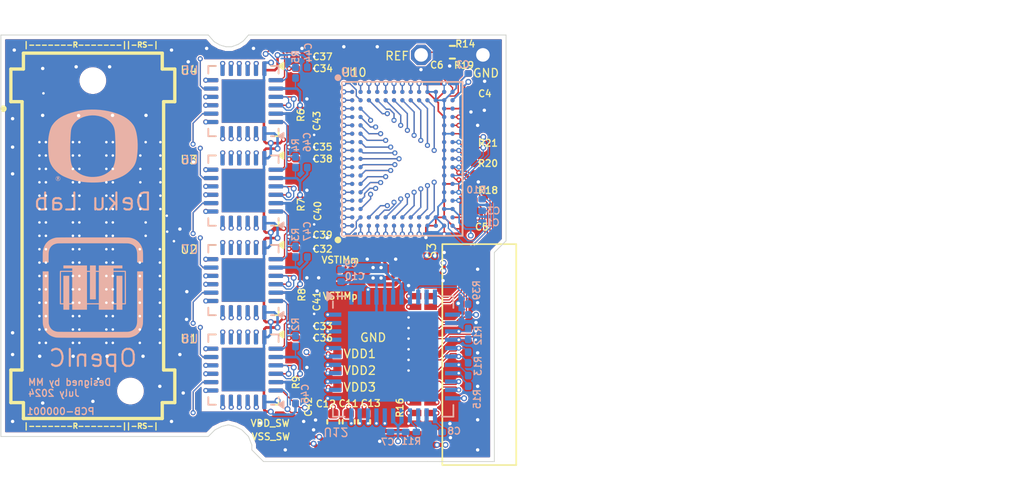
<source format=kicad_pcb>
(kicad_pcb (version 20240108) (generator "pcbnew") (generator_version "8.0")
  (title_block (title "HS-128S") (date "2024-04-12") (rev "1") (company "OpenIC"))
  (layers (0 "F.Cu" signal) (1 "In1.Cu" signal "L2.Cu") (2 "In2.Cu" signal "L3.Cu") (3 "In3.Cu" signal "L4.Cu") (4 "In4.Cu" signal "L5.Cu") (5 "In5.Cu" signal "L6.Cu") (6 "In6.Cu" signal "L7.Cu") (31 "B.Cu" signal) (34 "B.Paste" user) (35 "F.Paste" user) (36 "B.SilkS" user "B.Silkscreen") (37 "F.SilkS" user "F.Silkscreen") (38 "B.Mask" user) (39 "F.Mask" user) (44 "Edge.Cuts" user))
  (net 0 "")
  (net 1 "/analog_muxes_switches/SDO0")
  (net 2 "/analog_muxes_switches/SDO1")
  (net 3 "/analog_muxes_switches/SDO2")
  (net 4 "/analog_muxes_switches/SDO3")
  (net 5 "/analog_muxes_switches/SDO4")
  (net 6 "/analog_muxes_switches/SDO5")
  (net 7 "/analog_muxes_switches/SDO6")
  (net 8 "/SCLK_SW")
  (net 9 "/CSb_SW")
  (net 10 "/MISO_SW")
  (net 11 "/MOSI_SW")
  (net 14 "Net-(U9-LVDS_EN)")
  (net 18 "Net-(U9-ADC_REF)")
  (net 19 "Net-(U10-LVDS_EN)")
  (net 24 "Net-(U10-ADC_REF)")
  (net 26 "/REC1IN62")
  (net 27 "/REC1IN16")
  (net 28 "/REC1IN34")
  (net 29 "/REC1IN29")
  (net 30 "/REC1IN36")
  (net 31 "/REC1IN8")
  (net 32 "/REC1IN61")
  (net 33 "/REC1IN63")
  (net 34 "/REC1IN26")
  (net 35 "/REC1IN50")
  (net 36 "/REC1IN12")
  (net 37 "/REC1IN22")
  (net 38 "/REC1IN32")
  (net 39 "/REC1IN15")
  (net 40 "/REC1IN21")
  (net 41 "/REC1IN4")
  (net 42 "/REC1IN43")
  (net 43 "/REC1IN59")
  (net 44 "/REC1IN5")
  (net 45 "/REC1IN24")
  (net 46 "/REC1IN51")
  (net 47 "/REC1IN47")
  (net 48 "/REC1IN42")
  (net 49 "/REC1IN23")
  (net 50 "/REC1IN60")
  (net 51 "/REC1IN33")
  (net 52 "/REC1IN54")
  (net 53 "/REC1IN31")
  (net 54 "/REC1IN13")
  (net 55 "/REC1IN18")
  (net 56 "/REC1IN58")
  (net 57 "/REC1IN10")
  (net 58 "/REC1IN28")
  (net 59 "/REC1IN35")
  (net 60 "/REC1IN38")
  (net 61 "/REC1IN2")
  (net 62 "/REC1IN27")
  (net 63 "/REC1IN6")
  (net 64 "/REC1IN48")
  (net 65 "/REC1IN55")
  (net 66 "/REC1IN52")
  (net 67 "/REC1IN44")
  (net 68 "/REC1IN41")
  (net 69 "/REC1IN0")
  (net 70 "/REC1IN20")
  (net 71 "/REC1IN46")
  (net 72 "/REC1IN49")
  (net 73 "/REC1IN17")
  (net 74 "/REC1IN37")
  (net 75 "/REC1IN25")
  (net 76 "/REC1IN57")
  (net 77 "/REC1IN11")
  (net 78 "/REC1IN1")
  (net 79 "/REC1IN30")
  (net 80 "/REC1IN40")
  (net 81 "/REC1IN3")
  (net 82 "/REC1IN45")
  (net 83 "/REC1IN9")
  (net 84 "/REC1IN53")
  (net 85 "/REC1IN56")
  (net 86 "/REC1IN19")
  (net 87 "/REC1IN39")
  (net 88 "/REC1IN14")
  (net 89 "/REC1IN7")
  (net 90 "VDD2")
  (net 94 "/REF_ELEC")
  (net 95 "Net-(U12-ADC_REF)")
  (net 96 "Net-(U12-LVDS_EN)")
  (net 97 "VDD3")
  (net 98 "/MISO1p")
  (net 99 "/SCLKm")
  (net 100 "/CSbp")
  (net 101 "/MOSIp")
  (net 102 "/SCLKp")
  (net 103 "/MOSIm")
  (net 104 "/CSbm")
  (net 105 "/MISO1m")
  (net 106 "/MISO2m")
  (net 107 "/MISO2p")
  (net 108 "/CSbp_STIM")
  (net 109 "/CSbm_STIM")
  (net 110 "/SCLKm_STIM")
  (net 111 "/SCLKp_STIM")
  (net 112 "/MOSIp_STIM")
  (net 113 "/MOSIm_STIM")
  (net 114 "Net-(U12-STIM_EN)")
  (net 115 "/MISOp_STIM")
  (net 116 "/MISOm_STIM")
  (net 117 "/STIMIN13")
  (net 118 "/STIMIN14")
  (net 119 "/STIMIN3")
  (net 120 "/STIMIN5")
  (net 121 "/STIMIN10")
  (net 122 "/STIMIN12")
  (net 123 "/STIMIN8")
  (net 124 "/STIMIN7")
  (net 125 "/STIMIN6")
  (net 126 "/STIMIN9")
  (net 127 "/STIMIN0")
  (net 128 "/STIMIN2")
  (net 129 "/STIMIN11")
  (net 130 "/STIMIN15")
  (net 131 "/STIMIN4")
  (net 132 "/STIMIN1")
  (net 133 "/REC0IN10")
  (net 134 "/REC0IN52")
  (net 135 "/REC0IN62")
  (net 136 "/REC0IN49")
  (net 137 "/REC0IN63")
  (net 138 "/REC0IN24")
  (net 139 "/REC0IN60")
  (net 140 "/REC0IN27")
  (net 141 "/REC0IN30")
  (net 142 "/REC0IN56")
  (net 143 "/REC0IN32")
  (net 144 "/REC0IN11")
  (net 145 "/REC0IN20")
  (net 146 "/REC0IN57")
  (net 147 "/REC0IN55")
  (net 148 "/REC0IN48")
  (net 149 "/REC0IN50")
  (net 150 "/REC0IN34")
  (net 151 "/REC0IN42")
  (net 152 "/REC0IN18")
  (net 153 "/REC0IN41")
  (net 154 "/REC0IN31")
  (net 155 "/REC0IN58")
  (net 156 "/REC0IN54")
  (net 157 "/REC0IN47")
  (net 158 "/REC0IN3")
  (net 159 "/REC0IN5")
  (net 160 "/REC0IN23")
  (net 161 "/REC0IN59")
  (net 162 "/REC0IN9")
  (net 163 "/REC0IN6")
  (net 164 "/REC0IN37")
  (net 165 "/REC0IN46")
  (net 166 "/REC0IN19")
  (net 167 "/REC0IN8")
  (net 168 "/REC0IN25")
  (net 169 "/REC0IN38")
  (net 170 "/REC0IN17")
  (net 171 "/REC0IN13")
  (net 172 "/REC0IN45")
  (net 173 "/REC0IN7")
  (net 174 "/REC0IN12")
  (net 175 "/REC0IN40")
  (net 176 "/REC0IN2")
  (net 177 "/REC0IN33")
  (net 178 "/REC0IN15")
  (net 179 "/REC0IN14")
  (net 180 "/REC0IN44")
  (net 181 "/REC0IN35")
  (net 182 "/REC0IN1")
  (net 183 "/REC0IN39")
  (net 184 "/REC0IN26")
  (net 185 "/REC0IN61")
  (net 186 "/REC0IN22")
  (net 187 "/REC0IN53")
  (net 188 "/REC0IN51")
  (net 189 "/REC0IN0")
  (net 190 "/REC0IN29")
  (net 191 "/REC0IN36")
  (net 192 "/REC0IN16")
  (net 193 "/REC0IN43")
  (net 194 "/REC0IN28")
  (net 195 "/REC0IN4")
  (net 196 "/REC0IN21")
  (net 197 "VDD1")
  (net 198 "GND1")
  (net 201 "/RS10")
  (net 202 "/RS28")
  (net 203 "/RS30")
  (net 204 "/RS12")
  (net 205 "/RS3")
  (net 206 "/RS9")
  (net 207 "/RS31")
  (net 208 "/RS14")
  (net 209 "/RS23")
  (net 210 "/RS8")
  (net 211 "/RS5")
  (net 212 "/RS17")
  (net 213 "/RS16")
  (net 214 "/RS25")
  (net 215 "/RS6")
  (net 216 "/RS11")
  (net 217 "/RS29")
  (net 218 "/RS7")
  (net 219 "/RS13")
  (net 220 "/RS15")
  (net 221 "/RS26")
  (net 222 "/RS2")
  (net 223 "/RS22")
  (net 224 "/RS27")
  (net 225 "/RS0")
  (net 226 "/RS1")
  (net 227 "/RS21")
  (net 228 "/RS19")
  (net 229 "/RS4")
  (net 230 "/RS20")
  (net 231 "/RS18")
  (net 232 "/RS24")
  (net 233 "/connectors/MOSI2m_STIM")
  (net 234 "/connectors/MOSI2p_STIM")
  (net 235 "VSS_SW")
  (net 236 "VDD_SW")
  (net 237 "VSTIMp")
  (net 238 "VSTIMm")
  (footprint "Capacitor_SMD:C_0402_1005Metric" (layer "F.Cu") (at 116.29286 103.12084 -90)
    (property "Reference" "C11")
    (property "Value" "4.7u" (hide yes))
  )
  (footprint "Resistor_SMD:R_0201_0603Metric" (layer "F.Cu") (at 113.11128 101.7 90)
    (property "Reference" "R9")
    (property "Value" "20k" (hide yes))
  )
  (footprint "Capacitor_SMD:C_0201_0603Metric" (layer "F.Cu") (at 113.81128 101.03976 90)
    (property "Reference" "C42")
    (property "Value" "100n" (hide yes))
  )
  (footprint "Resistor_SMD:R_0201_0603Metric" (layer "F.Cu") (at 123.8 87.989 -90)
    (property "Reference" "R20")
    (property "Value" "100" (hide yes))
  )
  (footprint "Capacitor_SMD:C_0402_1005Metric" (layer "F.Cu") (at 115.37286 103.12084 -90)
    (property "Reference" "C12")
    (property "Value" "4.7u" (hide yes))
  )
  (footprint "Capacitor_SMD:C_0201_0603Metric" (layer "F.Cu") (at 113.81324 91 -90)
    (property "Reference" "C40")
    (property "Value" "100n" (hide yes))
  )
  (footprint "Resistor_SMD:R_0201_0603Metric" (layer "F.Cu") (at 113.11128 96.35 90)
    (property "Reference" "R8")
    (property "Value" "20k" (hide yes))
  )
  (footprint "openic:SAMTEC_SEAM8-20-S02.0-X-08-3_Cereplex" (layer "F.Cu") (at 100.99698 92.0034 90)
    (property "Reference" "S5" (hide yes))
    (property "Value" "~" (hide yes))
  )
  (footprint "Capacitor_SMD:C_0201_0603Metric" (layer "F.Cu") (at 113.46128 98.1142)
    (property "Reference" "C36")
    (property "Value" "100n" (hide yes))
  )
  (footprint "Capacitor_SMD:C_0201_0603Metric" (layer "F.Cu") (at 113.46128 97.4004)
    (property "Reference" "C33")
    (property "Value" "100n" (hide yes))
  )
  (footprint "Resistor_SMD:R_0201_0603Metric" (layer "F.Cu") (at 123.1222 82.29968)
    (property "Reference" "R19")
    (property "Value" "0" (hide yes))
  )
  (footprint "Resistor_SMD:R_0201_0603Metric" (layer "F.Cu") (at 119.35346 101.00548 90)
    (property "Reference" "R16")
    (property "Value" "100" (hide yes))
  )
  (footprint "openic:TESTPOINT_SMALL" (layer "F.Cu") (at 120.6225 81.188)
    (property "Reference" "REF0" (hide yes))
    (property "Value" "REF0")
  )
  (footprint "Resistor_SMD:R_0402_1005Metric" (layer "F.Cu") (at 122.48938 81.0284 180)
    (property "Reference" "R14")
    (property "Value" "0" (hide yes))
  )
  (footprint "openic:104-Pin BGA - 9mmx7mm" (layer "F.Cu") (at 119.5 87.4 90)
    (property "Reference" "U10")
    (property "Value" "~" (hide yes))
  )
  (footprint "openic:TESTPOINT_PAD_SQ_0.5" (layer "F.Cu") (at 115.61934 99.054)
    (property "Reference" "TP1" (hide yes))
    (property "Value" "~" (hide yes))
  )
  (footprint "openic:LFCSP-24-1EP_4mmx4mm_P0.5mm_EP2.6mm" (layer "F.Cu") (at 110 94.65 -90)
    (property "Reference" "U2")
    (property "Value" "~" (hide yes))
  )
  (footprint "Capacitor_SMD:C_0201_0603Metric" (layer "F.Cu") (at 113.46128 86.7018)
    (property "Reference" "C35")
    (property "Value" "100n" (hide yes))
  )
  (footprint "openic:TESTPOINT_PAD_SQ_0.5" (layer "F.Cu") (at 112.99806 103.3)
    (property "Reference" "TP4" (hide yes))
    (property "Value" "~" (hide yes))
  )
  (footprint "Resistor_SMD:R_0201_0603Metric" (layer "F.Cu") (at 113.11128 85.65 90)
    (property "Reference" "R6")
    (property "Value" "20k" (hide yes))
  )
  (footprint "openic:TESTPOINT_PAD_SQ_0.5" (layer "F.Cu") (at 115.61934 100.054)
    (property "Reference" "TP2" (hide yes))
    (property "Value" "~" (hide yes))
  )
  (footprint "Capacitor_SMD:C_0201_0603Metric" (layer "F.Cu") (at 113.46128 82.0022)
    (property "Reference" "C34")
    (property "Value" "100n" (hide yes))
  )
  (footprint "openic:TESTPOINT_PAD_SQ_0.5" (layer "F.Cu") (at 116.61934 98.054)
    (property "Reference" "TP8" (hide yes))
    (property "Value" "~")
  )
  (footprint "Resistor_SMD:R_0201_0603Metric" (layer "F.Cu") (at 123.8 86.41262 -90)
    (property "Reference" "R21")
    (property "Value" "100" (hide yes))
  )
  (footprint "Capacitor_SMD:C_0201_0603Metric" (layer "F.Cu") (at 113.46128 92.0612)
    (property "Reference" "C39")
    (property "Value" "100n" (hide yes))
  )
  (footprint "Capacitor_SMD:C_0201_0603Metric" (layer "F.Cu") (at 113.8133 96.35 -90)
    (property "Reference" "C41")
    (property "Value" "100n" (hide yes))
  )
  (footprint "openic:TESTPOINT_SMALL" (layer "F.Cu") (at 124.315 81.188)
    (property "Reference" "GND1" (hide yes))
    (property "Value" "GND1" (hide yes))
  )
  (footprint "Resistor_SMD:R_0201_0603Metric" (layer "F.Cu") (at 123.8 89.57904 -90)
    (property "Reference" "R18")
    (property "Value" "100" (hide yes))
  )
  (footprint "openic:OMNETICS-A79024-001" (layer "F.Cu") (at 120.72072 99.10406 90)
    (property "Reference" "S3")
    (property "Value" "~" (hide yes))
  )
  (footprint "Capacitor_SMD:C_0201_0603Metric" (layer "F.Cu") (at 123.8 83.5 90)
    (property "Reference" "C4")
    (property "Value" "100n" (hide yes))
  )
  (footprint "openic:LFCSP-24-1EP_4mmx4mm_P0.5mm_EP2.6mm" (layer "F.Cu") (at 110 89.3 -90)
    (property "Reference" "U3")
    (property "Value" "~" (hide yes))
  )
  (footprint "Capacitor_SMD:C_0201_0603Metric" (layer "F.Cu") (at 121.55596 82.29968 180)
    (property "Reference" "C6")
    (property "Value" "10n" (hide yes))
  )
  (footprint "openic:TESTPOINT_PAD_SQ_0.5" (layer "F.Cu") (at 112.99806 104.3)
    (property "Reference" "TP5" (hide yes))
    (property "Value" "~" (hide yes))
  )
  (footprint "openic:TESTPOINT_PAD_SQ_0.5" (layer "F.Cu") (at 115.61934 94.01244)
    (property "Reference" "TP7" (hide yes))
    (property "Value" "~" (hide yes))
  )
  (footprint "openic:TESTPOINT_PAD_SQ_0.5" (layer "F.Cu") (at 115.61934 101.054)
    (property "Reference" "TP3" (hide yes))
    (property "Value" "~" (hide yes))
  )
  (footprint "openic:LFCSP-24-1EP_4mmx4mm_P0.5mm_EP2.6mm" (layer "F.Cu") (at 110 83.95 -90)
    (property "Reference" "U4")
    (property "Value" "~" (hide yes))
  )
  (footprint "openic:LFCSP-24-1EP_4mmx4mm_P0.5mm_EP2.6mm" (layer "F.Cu") (at 110 100 -90)
    (property "Reference" "U1")
    (property "Value" "~" (hide yes))
  )
  (footprint "Capacitor_SMD:C_0201_0603Metric" (layer "F.Cu") (at 113.46128 81.29868)
    (property "Reference" "C37")
    (property "Value" "100n" (hide yes))
  )
  (footprint "Capacitor_SMD:C_0201_0603Metric" (layer "F.Cu") (at 113.46128 92.7802)
    (property "Reference" "C32")
    (property "Value" "100n" (hide yes))
  )
  (footprint "Capacitor_SMD:C_0402_1005Metric" (layer "F.Cu") (at 117.21286 103.12084 -90)
    (property "Reference" "C13")
    (property "Value" "4.7u" (hide yes))
  )
  (footprint "Capacitor_SMD:C_0201_0603Metric" (layer "F.Cu") (at 113.46128 87.4156)
    (property "Reference" "C38")
    (property "Value" "100n" (hide yes))
  )
  (footprint "Capacitor_SMD:C_0201_0603Metric" (layer "F.Cu") (at 123.600083 91.14038 -90)
    (property "Reference" "C5")
    (property "Value" "100n" (hide yes))
  )
  (footprint "Capacitor_SMD:C_0201_0603Metric" (layer "F.Cu") (at 113.81596 85.65 -90)
    (property "Reference" "C43")
    (property "Value" "100n" (hide yes))
  )
  (footprint "Resistor_SMD:R_0201_0603Metric" (layer "F.Cu") (at 113.11128 91 90)
    (property "Reference" "R7")
    (property "Value" "20k" (hide yes))
  )
  (footprint "openic:TESTPOINT_PAD_SQ_0.5" (layer "F.Cu") (at 115.61934 95)
    (property "Reference" "TP6" (hide yes))
    (property "Value" "~" (hide yes))
  )
  (footprint "Capacitor_SMD:C_0201_0603Metric" (layer "B.Cu") (at 123.95076 90.50746 180)
    (property "Reference" "C3")
    (property "Value" "10n" (hide yes))
  )
  (footprint "Capacitor_SMD:C_0201_0603Metric" (layer "B.Cu") (at 113.81366 82.25 -90)
    (property "Reference" "C44")
    (property "Value" "100n" (hide yes))
  )
  (footprint "Resistor_SMD:R_0201_0603Metric" (layer "B.Cu") (at 120.01864 103.7336 180)
    (property "Reference" "R11")
    (property "Value" "0" (hide yes))
  )
  (footprint "Resistor_SMD:R_0201_0603Metric" (layer "B.Cu") (at 123.4353 97.8717 90)
    (property "Reference" "R12")
    (property "Value" "100" (hide yes))
  )
  (footprint "Resistor_SMD:R_0201_0603Metric" (layer "B.Cu") (at 123.4353 96.40316 90)
    (property "Reference" "R39")
    (property "Value" "0" (hide yes))
  )
  (footprint "Resistor_SMD:R_0201_0603Metric" (layer "B.Cu") (at 113.11128 92.95 -90)
    (property "Reference" "R3")
    (property "Value" "20k" (hide yes))
  )
  (footprint "Capacitor_SMD:C_0201_0603Metric" (layer "B.Cu") (at 115.52 94.03302 180)
    (property "Reference" "C9")
    (property "Value" "100n" (hide yes))
  )
  (footprint "Capacitor_SMD:C_0201_0603Metric" (layer "B.Cu") (at 123.95076 91.20968 180)
    (property "Reference" "C1")
    (property "Value" "100n" (hide yes))
  )
  (footprint "Capacitor_SMD:C_0201_0603Metric" (layer "B.Cu") (at 115.52 94.73344 180)
    (property "Reference" "C10")
    (property "Value" "100n" (hide yes))
  )
  (footprint "openic:QFN-44-1EP_7x7mm_P0.5mm_EP5.4x5.4mm" (layer "B.Cu") (at 118.95 99.216 -90)
    (property "Reference" "U12")
    (property "Value" "~" (hide yes))
  )
  (footprint "Resistor_SMD:R_0201_0603Metric" (layer "B.Cu") (at 113.11128 87.6 -90)
    (property "Reference" "R4")
    (property "Value" "20k" (hide yes))
  )
  (footprint "openic:LFCSP-24-1EP_4mmx4mm_P0.5mm_EP2.6mm" (layer "B.Cu") (at 110 100 90)
    (property "Reference" "U8")
    (property "Value" "~" (hide yes))
  )
  (footprint "Resistor_SMD:R_0201_0603Metric" (layer "B.Cu") (at 123.4353 99.27378 90)
    (property "Reference" "R13")
    (property "Value" "100" (hide yes))
  )
  (footprint "Capacitor_SMD:C_0201_0603Metric" (layer "B.Cu") (at 118.4656 103.7336 180)
    (property "Reference" "C7")
    (property "Value" "100n" (hide yes))
  )
  (footprint "Capacitor_SMD:C_0201_0603Metric" (layer "B.Cu") (at 121.5644 103.7336 180)
    (property "Reference" "C8")
    (property "Value" "10n" (hide yes))
  )
  (footprint "Resistor_SMD:R_0201_0603Metric" (layer "B.Cu") (at 123.4353 100.67502 90)
    (property "Reference" "R15")
    (property "Value" "100" (hide yes))
  )
  (footprint "Resistor_SMD:R_0201_0603Metric" (layer "B.Cu") (at 113.11128 82.25 -90)
    (property "Reference" "R5")
    (property "Value" "20k" (hide yes))
  )
  (footprint "Resistor_SMD:R_0201_0603Metric" (layer "B.Cu") (at 123.95076 89.80714)
    (property "Reference" "R10")
    (property "Value" "0" (hide yes))
  )
  (footprint "openic:LFCSP-24-1EP_4mmx4mm_P0.5mm_EP2.6mm" (layer "B.Cu") (at 110 94.65 90)
    (property "Reference" "U7")
    (property "Value" "~" (hide yes))
  )
  (footprint "openic:104-Pin BGA - 9mmx7mm" (layer "B.Cu") (at 119.5 87.4 -90)
    (property "Reference" "U9")
    (property "Value" "~" (hide yes))
  )
  (footprint "Capacitor_SMD:C_0201_0603Metric" (layer "B.Cu") (at 113.11128 101.7 90)
    (property "Reference" "C45")
    (property "Value" "100n" (hide yes))
  )
  (footprint "Capacitor_SMD:C_0201_0603Metric" (layer "B.Cu") (at 123.1222 82.29968 180)
    (property "Reference" "C2")
    (property "Value" "100n" (hide yes))
  )
  (footprint "Capacitor_SMD:C_0201_0603Metric" (layer "B.Cu") (at 113.81584 92.95 90)
    (property "Reference" "C47")
    (property "Value" "100n" (hide yes))
  )
  (footprint "openic:LFCSP-24-1EP_4mmx4mm_P0.5mm_EP2.6mm" (layer "B.Cu") (at 110 89.3 90)
    (property "Reference" "U6")
    (property "Value" "~" (hide yes))
  )
  (footprint "openic:LFCSP-24-1EP_4mmx4mm_P0.5mm_EP2.6mm" (layer "B.Cu") (at 110 83.95 90)
    (property "Reference" "U5")
    (property "Value" "~" (hide yes))
  )
  (footprint "openic:uo-logo_6mm" (layer "B.Cu") (at 100.995337 86.63656 180)
    (property "Reference" "G***" (hide yes))
    (property "Value" "LOGO" (hide yes))
  )
  (footprint "openic:openic-logo_6mm" (layer "B.Cu") (at 101 95.103836 180)
    (property "Reference" "G***" (hide yes))
    (property "Value" "LOGO" (hide yes))
  )
  (footprint "Capacitor_SMD:C_0201_0603Metric" (layer "B.Cu") (at 113.81324 87.6 90)
    (property "Reference" "C46")
    (property "Value" "100n" (hide yes))
  )
  (footprint "Resistor_SMD:R_0201_0603Metric" (layer "B.Cu") (at 113.11128 98.3 -90)
    (property "Reference" "R2")
    (property "Value" "20k" (hide yes))
  )
  (gr_line (start 95.5 104) (end 95.5 80) (stroke (width 0.05)) (layer "Edge.Cuts"))
  (gr_line (start 109.9 103.6) (end 110.3 104) (stroke (width 0.05)) (layer "Edge.Cuts"))
  (gr_line (start 110 80.35) (end 110.3 80) (stroke (width 0.05)) (layer "Edge.Cuts"))
  (gr_line (start 125.7 80) (end 125.7 92.3) (stroke (width 0.05)) (layer "Edge.Cuts"))
  (gr_line (start 107.9 104) (end 108.3 103.6) (stroke (width 0.05)) (layer "Edge.Cuts"))
  (gr_line (start 108.95 80.7) (end 109.3 80.7) (stroke (width 0.05)) (layer "Edge.Cuts"))
  (gr_line (start 95.5 80) (end 107.9 80) (stroke (width 0.05)) (layer "Edge.Cuts"))
  (gr_line (start 108.3 103.6) (end 108.7 103.4) (stroke (width 0.05)) (layer "Edge.Cuts"))
  (gr_line (start 107.9 104) (end 95.5 104) (stroke (width 0.05)) (layer "Edge.Cuts"))
  (gr_line (start 110.3 104) (end 110.5 104.5) (stroke (width 0.05)) (layer "Edge.Cuts"))
  (gr_line (start 121 105.5) (end 111.2 105.5) (stroke (width 0.05)) (layer "Edge.Cuts"))
  (gr_line (start 107.9 80) (end 108.25 80.4) (stroke (width 0.05)) (layer "Edge.Cuts"))
  (gr_line (start 110.5 104.5) (end 110.5 104.8) (stroke (width 0.05)) (layer "Edge.Cuts"))
  (gr_line (start 109.5 103.402497) (end 109.9 103.6) (stroke (width 0.05)) (layer "Edge.Cuts"))
  (gr_line (start 109.7 80.55) (end 110 80.35) (stroke (width 0.05)) (layer "Edge.Cuts"))
  (gr_line (start 125 93) (end 125 105.5) (stroke (width 0.05)) (layer "Edge.Cuts"))
  (gr_line (start 109.1 103.3) (end 109.5 103.402497) (stroke (width 0.05)) (layer "Edge.Cuts"))
  (gr_line (start 109.3 80.7) (end 109.7 80.55) (stroke (width 0.05)) (layer "Edge.Cuts"))
  (gr_line (start 108.25 80.4) (end 108.6 80.6) (stroke (width 0.05)) (layer "Edge.Cuts"))
  (gr_line (start 125.7 92.3) (end 125 93) (stroke (width 0.05)) (layer "Edge.Cuts"))
  (gr_line (start 111.2 105.5) (end 110.5 104.8) (stroke (width 0.05)) (layer "Edge.Cuts"))
  (gr_line (start 108.7 103.4) (end 109.1 103.3) (stroke (width 0.05)) (layer "Edge.Cuts"))
  (gr_line (start 125 105.5) (end 121 105.5) (stroke (width 0.05)) (layer "Edge.Cuts"))
  (gr_line (start 108.6 80.6) (end 108.95 80.7) (stroke (width 0.05)) (layer "Edge.Cuts"))
  (gr_line (start 110.3 80) (end 125.7 80) (stroke (width 0.05)) (layer "Edge.Cuts"))
  (gr_text "OpenIC" (at 101 99.314 0) (layer "B.SilkS") (effects (font (size 1.016 1.016) (thickness 0.127)) (justify mirror)))
  (gr_text "Designed by MM\nJuly 2024" (at 97.08642 101.08184 0) (layer "B.SilkS") (effects (font (size 0.4064 0.4064) (thickness 0.0762)) (justify right mirror)))
  (gr_text "PCB-000001" (at 99.07124 102.49886 0) (layer "B.SilkS") (effects (font (size 0.4064 0.4064) (thickness 0.0762)) (justify mirror)))
  (gr_text "Deku Lab" (at 101 89.96396 0) (layer "B.SilkS") (effects (font (size 1.016 1.016) (thickness 0.127)) (justify mirror)))
  (gr_text "|-------R-------|" (at 99.95 80.58658 0) (layer "F.SilkS") (effects (font (size 0.3048 0.3048) (thickness 0.0762))))
  (gr_text "VDD_SW" (at 111.5949 103.20528 0) (layer "F.SilkS") (effects (font (size 0.4064 0.4064) (thickness 0.0762))))
  (gr_text "VDD3" (at 116.95417 101.054 0) (layer "F.SilkS") (effects (font (size 0.508 0.508) (thickness 0.0762))))
  (gr_text "GND" (at 117.7544 98.08718 0) (layer "F.SilkS") (effects (font (size 0.508 0.508) (thickness 0.0762))))
  (gr_text "|-RS-|" (at 103.95 103.37546 0) (layer "F.SilkS") (effects (font (size 0.3048 0.3048) (thickness 0.0762))))
  (gr_text "|-RS-|" (at 103.95 80.58658 0) (layer "F.SilkS") (effects (font (size 0.3048 0.3048) (thickness 0.0762))))
  (gr_text "GND" (at 124.50064 82.27822 0) (layer "F.SilkS") (effects (font (size 0.508 0.508) (thickness 0.0762))))
  (gr_text "REF" (at 119.17934 81.2546 0) (layer "F.SilkS") (effects (font (size 0.508 0.508) (thickness 0.0762))))
  (gr_text "VDD1" (at 116.95417 99.054 0) (layer "F.SilkS") (effects (font (size 0.508 0.508) (thickness 0.0762))))
  (gr_text "VSTIMm" (at 115.79352 93.4466 0) (layer "F.SilkS") (effects (font (size 0.4064 0.4064) (thickness 0.0762))))
  (gr_text "|-------R-------|" (at 99.95 103.37546 0) (layer "F.SilkS") (effects (font (size 0.3048 0.3048) (thickness 0.0762))))
  (gr_text "VSS_SW" (at 111.63808 104.00792 0) (layer "F.SilkS") (effects (font (size 0.4064 0.4064) (thickness 0.0762))))
  (gr_text "VSTIMp" (at 115.78336 95.6056 0) (layer "F.SilkS") (effects (font (size 0.4064 0.4064) (thickness 0.0762))))
  (gr_text "VDD2" (at 116.95417 100.054 0) (layer "F.SilkS") (effects (font (size 0.508 0.508) (thickness 0.0762))))
  (segment (start 112.5855 96.03994) (end 112.44556 95.9) (width 0.0762) (layer "B.Cu") (net 1))
  (segment (start 112.41544 98.75) (end 112.5855 98.57994) (width 0.0762) (layer "B.Cu") (net 1))
  (segment (start 112.5855 97.9805) (end 112.5855 96.03994) (width 0.0762) (layer "B.Cu") (net 1))
  (segment (start 112.586 97.98) (end 112.5855 97.9805) (width 0.0762) (layer "B.Cu") (net 1))
  (segment (start 112.5855 98.57994) (end 112.5855 97.9805) (width 0.0762) (layer "B.Cu") (net 1))
  (segment (start 112.44556 95.9) (end 111.9375 95.9) (width 0.0762) (layer "B.Cu") (net 1))
  (segment (start 113.11128 97.98) (end 112.586 97.98) (width 0.0762) (layer "B.Cu") (net 1))
  (segment (start 111.9375 98.75) (end 112.41544 98.75) (width 0.0762) (layer "B.Cu") (net 1))
  (segment (start 112.60202 92.63) (end 112.60074 92.62872) (width 0.0762) (layer "B.Cu") (net 2))
  (segment (start 112.41112 93.4) (end 112.60074 93.21038) (width 0.0762) (layer "B.Cu") (net 2))
  (segment (start 112.60074 90.73896) (end 112.41178 90.55) (width 0.0762) (layer "B.Cu") (net 2))
  (segment (start 112.60074 92.62872) (end 112.60074 90.73896) (width 0.0762) (layer "B.Cu") (net 2))
  (segment (start 112.41178 90.55) (end 111.9375 90.55) (width 0.0762) (layer "B.Cu") (net 2))
  (segment (start 113.11128 92.63) (end 112.60202 92.63) (width 0.0762) (layer "B.Cu") (net 2))
  (segment (start 111.9375 93.4) (end 112.41112 93.4) (width 0.0762) (layer "B.Cu") (net 2))
  (segment (start 112.60074 93.21038) (end 112.60074 92.62872) (width 0.0762) (layer "B.Cu") (net 2))
  (segment (start 112.41696 88.05) (end 112.58804 87.87892) (width 0.0762) (layer "B.Cu") (net 3))
  (segment (start 112.58804 87.87892) (end 112.58804 87.27948) (width 0.0762) (layer "B.Cu") (net 3))
  (segment (start 112.42372 85.2) (end 111.9375 85.2) (width 0.0762) (layer "B.Cu") (net 3))
  (segment (start 112.58804 87.27948) (end 112.58804 85.36432) (width 0.0762) (layer "B.Cu") (net 3))
  (segment (start 111.9375 88.05) (end 112.41696 88.05) (width 0.0762) (layer "B.Cu") (net 3))
  (segment (start 112.58804 85.36432) (end 112.42372 85.2) (width 0.0762) (layer "B.Cu") (net 3))
  (segment (start 112.58856 87.28) (end 112.58804 87.27948) (width 0.0762) (layer "B.Cu") (net 3))
  (segment (start 113.11128 87.28) (end 112.58856 87.28) (width 0.0762) (layer "B.Cu") (net 3))
  (segment (start 112.45596 82.4865) (end 112.45596 81.14596) (width 0.0762) (layer "F.Cu") (net 4))
  (segment (start 112.24246 82.7) (end 112.45596 82.4865) (width 0.0762) (layer "F.Cu") (net 4))
  (segment (start 111.6458 80.81) (end 111.3282 81.1276) (width 0.0762) (layer "F.Cu") (net 4))
  (segment (start 111.9375 82.7) (end 112.24246 82.7) (width 0.0762) (layer "F.Cu") (net 4))
  (segment (start 112.12 80.81) (end 111.6458 80.81) (width 0.0762) (layer "F.Cu") (net 4))
  (segment (start 112.45596 81.14596) (end 112.12 80.81) (width 0.0762) (layer "F.Cu") (net 4))
  (via (at 111.3282 81.1276) (size 0.3556) (drill 0.2032) (layers "F.Cu" "B.Cu") (net 4))
  (segment (start 112.829932 81.93) (end 112.59312 82.166812) (width 0.0762) (layer "B.Cu") (net 4))
  (segment (start 111.3282 81.1276) (end 111.553908 81.1276) (width 0.0762) (layer "B.Cu") (net 4))
  (segment (start 112.59312 82.166812) (end 112.59312 82.53476) (width 0.0762) (layer "B.Cu") (net 4))
  (segment (start 111.553908 81.1276) (end 112.59312 82.166812) (width 0.0762) (layer "B.Cu") (net 4))
  (segment (start 113.11128 81.93) (end 112.829932 81.93) (width 0.0762) (layer "B.Cu") (net 4))
  (segment (start 112.42788 82.7) (end 111.9375 82.7) (width 0.0762) (layer "B.Cu") (net 4))
  (segment (start 112.59312 82.53476) (end 112.42788 82.7) (width 0.0762) (layer "B.Cu") (net 4))
  (segment (start 112.67578 85.97) (end 112.6744 85.97138) (width 0.0762) (layer "F.Cu") (net 5))
  (segment (start 113.11128 85.97) (end 112.67578 85.97) (width 0.0762) (layer "F.Cu") (net 5))
  (segment (start 112.2798 88.05) (end 112.4585 87.8713) (width 0.0762) (layer "F.Cu") (net 5))
  (segment (start 112.6744 85.44814) (end 112.649 85.42274) (width 0.0762) (layer "F.Cu") (net 5))
  (segment (start 112.6744 86.375429) (end 112.6744 85.97138) (width 0.0762) (layer "F.Cu") (net 5))
  (segment (start 112.59058 85.36432) (end 112.42626 85.2) (width 0.0762) (layer "F.Cu") (net 5))
  (segment (start 112.649 85.42274) (end 112.59058 85.36432) (width 0.0762) (layer "F.Cu") (net 5))
  (segment (start 112.6744 85.97138) (end 112.6744 85.44814) (width 0.0762) (layer "F.Cu") (net 5))
  (segment (start 112.4585 87.8713) (end 112.4585 86.591329) (width 0.0762) (layer "F.Cu") (net 5))
  (segment (start 112.4585 86.591329) (end 112.6744 86.375429) (width 0.0762) (layer "F.Cu") (net 5))
  (segment (start 112.42626 85.2) (end 111.9375 85.2) (width 0.0762) (layer "F.Cu") (net 5))
  (segment (start 111.9375 88.05) (end 112.2798 88.05) (width 0.0762) (layer "F.Cu") (net 5))
  (segment (start 112.6941 91.32) (end 112.69218 91.31808) (width 0.0762) (layer "F.Cu") (net 6))
  (segment (start 112.45596 93.21292) (end 112.45596 91.953269) (width 0.0762) (layer "F.Cu") (net 6))
  (segment (start 111.9375 93.4) (end 112.26888 93.4) (width 0.0762) (layer "F.Cu") (net 6))
  (segment (start 112.69218 90.81262) (end 112.42956 90.55) (width 0.0762) (layer "F.Cu") (net 6))
  (segment (start 112.45596 91.953269) (end 112.69218 91.717049) (width 0.0762) (layer "F.Cu") (net 6))
  (segment (start 113.11128 91.32) (end 112.6941 91.32) (width 0.0762) (layer "F.Cu") (net 6))
  (segment (start 112.69218 91.717049) (end 112.69218 91.31808) (width 0.0762) (layer "F.Cu") (net 6))
  (segment (start 112.26888 93.4) (end 112.45596 93.21292) (width 0.0762) (layer "F.Cu") (net 6))
  (segment (start 112.42956 90.55) (end 111.9375 90.55) (width 0.0762) (layer "F.Cu") (net 6))
  (segment (start 112.69218 91.31808) (end 112.69218 90.81262) (width 0.0762) (layer "F.Cu") (net 6))
  (segment (start 113.11128 96.67) (end 112.68964 96.67) (width 0.0762) (layer "F.Cu") (net 7))
  (segment (start 112.68964 97.04832) (end 112.44834 97.28962) (width 0.0762) (layer "F.Cu") (net 7))
  (segment (start 112.45064 95.9) (end 112.68964 96.139) (width 0.0762) (layer "F.Cu") (net 7))
  (segment (start 112.44834 97.28962) (end 112.44834 98.56216) (width 0.0762) (layer "F.Cu") (net 7))
  (segment (start 111.9375 95.9) (end 112.45064 95.9) (width 0.0762) (layer "F.Cu") (net 7))
  (segment (start 112.68964 96.139) (end 112.68964 96.67) (width 0.0762) (layer "F.Cu") (net 7))
  (segment (start 112.68964 96.67) (end 112.68964 97.04832) (width 0.0762) (layer "F.Cu") (net 7))
  (segment (start 112.44834 98.56216) (end 112.2605 98.75) (width 0.0762) (layer "F.Cu") (net 7))
  (segment (start 112.2605 98.75) (end 111.9375 98.75) (width 0.0762) (layer "F.Cu") (net 7))
  (segment (start 112.8846 89.0594) (end 113.0046 89.1794) (width 0.0762) (layer "F.Cu") (net 8))
  (segment (start 112.8846 83.7) (end 113.0046 83.82) (width 0.0762) (layer "F.Cu") (net 8))
  (segment (start 112.8846 99.7528) (end 113.0046 99.8728) (width 0.0762) (layer "F.Cu") (net 8))
  (segment (start 112.8846 94.3934) (end 113.0046 94.5134) (width 0.0762) (layer "F.Cu") (net 8))
  (segment (start 111.946592 83.7) (end 112.8846 83.7) (width 0.0762) (layer "F.Cu") (net 8))
  (segment (start 111.946592 94.3934) (end 112.8846 94.3934) (width 0.0762) (layer "F.Cu") (net 8))
  (segment (start 111.946592 99.7528) (end 112.8846 99.7528) (width 0.0762) (layer "F.Cu") (net 8))
  (segment (start 111.946592 89.0594) (end 112.8846 89.0594) (width 0.0762) (layer "F.Cu") (net 8))
  (via (at 113.0046 89.1794) (size 0.3556) (drill 0.2032) (layers "F.Cu" "B.Cu") (net 8))
  (via micro (at 121.57162 101.96156) (size 0.3048) (drill 0.1524) (layers "F.Cu" "In1.Cu") (net 8))
  (via (at 113.0046 94.5134) (size 0.3556) (drill 0.2032) (layers "F.Cu" "B.Cu") (net 8))
  (via (at 113.0046 83.82) (size 0.3556) (drill 0.2032) (layers "F.Cu" "B.Cu") (net 8))
  (via (at 113.0046 99.8728) (size 0.3556) (drill 0.2032) (layers "F.Cu" "B.Cu") (net 8))
  (segment (start 112.8395 95.1865) (end 113.0046 95.0214) (width 0.0762) (layer "B.Cu") (net 8))
  (segment (start 112.5601 100.5459) (end 112.8395 100.5459) (width 0.0762) (layer "B.Cu") (net 8))
  (segment (start 111.946592 84.2) (end 112.267 84.2) (width 0.0762) (layer "B.Cu") (net 8))
  (segment (start 112.8395 84.4931) (end 113.0046 84.328) (width 0.0762) (layer "B.Cu") (net 8))
  (segment (start 113.0046 100.3808) (end 113.0046 99.8728) (width 0.0762) (layer "B.Cu") (net 8))
  (segment (start 112.5601 84.4931) (end 112.8395 84.4931) (width 0.0762) (layer "B.Cu") (net 8))
  (segment (start 112.267 84.2) (end 112.5601 84.4931) (width 0.0762) (layer "B.Cu") (net 8))
  (segment (start 112.8395 100.5459) (end 113.0046 100.3808) (width 0.0762) (layer "B.Cu") (net 8))
  (segment (start 112.267 94.8934) (end 112.5601 95.1865) (width 0.0762) (layer "B.Cu") (net 8))
  (segment (start 111.946592 94.8934) (end 112.267 94.8934) (width 0.0762) (layer "B.Cu") (net 8))
  (segment (start 113.0046 89.6874) (end 113.0046 89.1794) (width 0.0762) (layer "B.Cu") (net 8))
  (segment (start 113.0046 95.0214) (end 113.0046 94.5134) (width 0.0762) (layer "B.Cu") (net 8))
  (segment (start 112.267 100.2528) (end 112.5601 100.5459) (width 0.0762) (layer "B.Cu") (net 8))
  (segment (start 112.267 89.5594) (end 112.5601 89.8525) (width 0.0762) (layer "B.Cu") (net 8))
  (segment (start 112.8395 89.8525) (end 113.0046 89.6874) (width 0.0762) (layer "B.Cu") (net 8))
  (segment (start 112.5601 95.1865) (end 112.8395 95.1865) (width 0.0762) (layer "B.Cu") (net 8))
  (segment (start 113.0046 84.328) (end 113.0046 83.82) (width 0.0762) (layer "B.Cu") (net 8))
  (segment (start 111.946592 89.5594) (end 112.267 89.5594) (width 0.0762) (layer "B.Cu") (net 8))
  (segment (start 111.946592 100.2528) (end 112.267 100.2528) (width 0.0762) (layer "B.Cu") (net 8))
  (segment (start 112.5601 89.8525) (end 112.8395 89.8525) (width 0.0762) (layer "B.Cu") (net 8))
  (segment (start 112.6988 94.8934) (end 112.6998 94.8944) (width 0.0762) (layer "F.Cu") (net 9))
  (segment (start 111.946592 89.5594) (end 112.6988 89.5594) (width 0.0762) (layer "F.Cu") (net 9))
  (segment (start 111.946592 84.2) (end 112.6988 84.2) (width 0.0762) (layer "F.Cu") (net 9))
  (segment (start 111.946592 94.8934) (end 112.6988 94.8934) (width 0.0762) (layer "F.Cu") (net 9))
  (segment (start 112.6988 84.2) (end 112.6998 84.201) (width 0.0762) (layer "F.Cu") (net 9))
  (segment (start 111.946592 100.2528) (end 112.6988 100.2528) (width 0.0762) (layer "F.Cu") (net 9))
  (segment (start 112.6988 89.5594) (end 112.6998 89.5604) (width 0.0762) (layer "F.Cu") (net 9))
  (segment (start 112.6988 100.2528) (end 112.6998 100.2538) (width 0.0762) (layer "F.Cu") (net 9))
  (via (at 112.6998 100.2538) (size 0.3556) (drill 0.2032) (layers "F.Cu" "B.Cu") (net 9))
  (via (at 112.6998 89.5604) (size 0.3556) (drill 0.2032) (layers "F.Cu" "B.Cu") (net 9))
  (via micro (at 119.86982 101.96156) (size 0.3048) (drill 0.1524) (layers "F.Cu" "In1.Cu") (net 9))
  (via (at 112.6998 94.8944) (size 0.3556) (drill 0.2032) (layers "F.Cu" "B.Cu") (net 9))
  (via (at 112.6998 84.201) (size 0.3556) (drill 0.2032) (layers "F.Cu" "B.Cu") (net 9))
  (segment (start 112.5798 83.7) (end 112.6998 83.82) (width 0.0762) (layer "B.Cu") (net 9))
  (segment (start 112.5798 99.7528) (end 112.6998 99.8728) (width 0.0762) (layer "B.Cu") (net 9))
  (segment (start 111.946592 99.7528) (end 112.5798 99.7528) (width 0.0762) (layer "B.Cu") (net 9))
  (segment (start 112.5798 89.0594) (end 112.6998 89.1794) (width 0.0762) (layer "B.Cu") (net 9))
  (segment (start 111.946592 89.0594) (end 112.5798 89.0594) (width 0.0762) (layer "B.Cu") (net 9))
  (segment (start 112.6998 89.1794) (end 112.6998 89.5604) (width 0.0762) (layer "B.Cu") (net 9))
  (segment (start 111.946592 94.3934) (end 112.5798 94.3934) (width 0.0762) (layer "B.Cu") (net 9))
  (segment (start 112.5798 94.3934) (end 112.6998 94.5134) (width 0.0762) (layer "B.Cu") (net 9))
  (segment (start 112.6998 94.5134) (end 112.6998 94.8944) (width 0.0762) (layer "B.Cu") (net 9))
  (segment (start 112.6998 83.82) (end 112.6998 84.201) (width 0.0762) (layer "B.Cu") (net 9))
  (segment (start 111.946592 83.7) (end 112.5798 83.7) (width 0.0762) (layer "B.Cu") (net 9))
  (segment (start 112.6998 99.8728) (end 112.6998 100.2538) (width 0.0762) (layer "B.Cu") (net 9))
  (segment (start 113.06646 102.02) (end 113.11128 102.02) (width 0.0762) (layer "F.Cu") (net 10))
  (segment (start 112.29646 101.25) (end 113.06646 102.02) (width 0.0762) (layer "F.Cu") (net 10))
  (segment (start 113.366882 102.275602) (end 113.11128 102.02) (width 0.0762) (layer "F.Cu") (net 10))
  (segment (start 111.9375 101.25) (end 112.29646 101.25) (width 0.0762) (layer "F.Cu") (net 10))
  (segment (start 113.669822 102.275602) (end 113.366882 102.275602) (width 0.0762) (layer "F.Cu") (net 10))
  (via (at 113.669822 102.275602) (size 0.3556) (drill 0.2032) (layers "F.Cu" "B.Cu") (net 10))
  (via micro (at 119.86982 102.59656) (size 0.3048) (drill 0.1524) (layers "F.Cu" "In1.Cu") (net 10))
  (segment (start 113.837758 102.567702) (end 112.839462 102.567702) (width 0.0762) (layer "F.Cu") (net 11))
  (segment (start 114.15268 102.25278) (end 113.837758 102.567702) (width 0.0762) (layer "F.Cu") (net 11))
  (segment (start 112.839462 102.567702) (end 112.63376 102.362) (width 0.0762) (layer "F.Cu") (net 11))
  (segment (start 113.7666 98.95586) (end 114.15268 99.34194) (width 0.0762) (layer "F.Cu") (net 11))
  (segment (start 114.15268 99.34194) (end 114.15268 102.25278) (width 0.0762) (layer "F.Cu") (net 11))
  (via (at 113.7666 98.95586) (size 0.3556) (drill 0.2032) (layers "F.Cu" "B.Cu") (net 11))
  (via micro (at 121.57162 102.59656) (size 0.3048) (drill 0.1524) (layers "F.Cu" "In1.Cu") (net 11))
  (via (at 112.63376 102.362) (size 0.3556) (drill 0.2032) (layers "F.Cu" "B.Cu") (net 11))
  (segment (start 112.63376 101.46284) (end 112.63376 102.362) (width 0.0762) (layer "B.Cu") (net 11))
  (segment (start 111.9375 101.25) (end 112.42092 101.25) (width 0.0762) (layer "B.Cu") (net 11))
  (segment (start 112.42092 101.25) (end 112.63376 101.46284) (width 0.0762) (layer "B.Cu") (net 11))
  (segment (start 122.2502 91.1502) (end 122.2502 91.5543) (width 0.0762) (layer "B.Cu") (net 14))
  (segment (start 122 90.9) (end 122.2502 91.1502) (width 0.0762) (layer "B.Cu") (net 14))
  (segment (start 124.83338 91.444635) (end 124.83338 90.08872) (width 0.0762) (layer "B.Cu") (net 14))
  (segment (start 124.83338 90.08872) (end 124.5518 89.80714) (width 0.0762) (layer "B.Cu") (net 14))
  (segment (start 124.5518 89.80714) (end 124.27076 89.80714) (width 0.0762) (layer "B.Cu") (net 14))
  (segment (start 123.1519 92.456) (end 123.822015 92.456) (width 0.0762) (layer "B.Cu") (net 14))
  (segment (start 123.822015 92.456) (end 124.83338 91.444635) (width 0.0762) (layer "B.Cu") (net 14))
  (segment (start 122.2502 91.5543) (end 123.1519 92.456) (width 0.0762) (layer "B.Cu") (net 14))
  (segment (start 122.5 91.4) (end 123.4036 92.3036) (width 0.0762) (layer "B.Cu") (net 18))
  (segment (start 123.758889 92.3036) (end 124.68098 91.381509) (width 0.0762) (layer "B.Cu") (net 18))
  (segment (start 123.4036 92.3036) (end 123.758889 92.3036) (width 0.0762) (layer "B.Cu") (net 18))
  (segment (start 124.54854 90.50746) (end 124.27076 90.50746) (width 0.0762) (layer "B.Cu") (net 18))
  (segment (start 124.68098 90.6399) (end 124.54854 90.50746) (width 0.0762) (layer "B.Cu") (net 18))
  (segment (start 124.68098 91.381509) (end 124.68098 90.6399) (width 0.0762) (layer "B.Cu") (net 18))
  (segment (start 122.62134 83.64952) (end 122.83948 83.43138) (width 0.0762) (layer "F.Cu") (net 19))
  (segment (start 122 83.9) (end 122.25048 83.64952) (width 0.0762) (layer "F.Cu") (net 19))
  (segment (start 122.83948 83.43138) (end 122.83948 82.9024) (width 0.0762) (layer "F.Cu") (net 19))
  (segment (start 122.25048 83.64952) (end 122.62134 83.64952) (width 0.0762) (layer "F.Cu") (net 19))
  (segment (start 122.83948 82.9024) (end 123.4422 82.29968) (width 0.0762) (layer "F.Cu") (net 19))
  (segment (start 121.87596 82.52734) (end 121.87596 82.29968) (width 0.0762) (layer "F.Cu") (net 24))
  (segment (start 122.5 83.15138) (end 121.87596 82.52734) (width 0.0762) (layer "F.Cu") (net 24))
  (segment (start 122.5 83.4) (end 122.5 83.15138) (width 0.0762) (layer "F.Cu") (net 24))
  (segment (start 120.5 83.4) (end 120.5 82.9) (width 0.0762) (layer "F.Cu") (net 26))
  (via micro (at 120.5 82.9) (size 0.3048) (drill 0.1524) (layers "F.Cu" "In1.Cu") (net 26))
  (via micro (at 110.7592 81.7015) (size 0.3048) (drill 0.1524) (layers "In6.Cu" "B.Cu") (net 26))
  (segment (start 102.1919 90.40352) (end 102.19686 90.40352) (width 0.0762) (layer "F.Cu") (net 27))
  (segment (start 102.19686 90.40352) (end 102.59698 90.0034) (width 0.0762) (layer "F.Cu") (net 27))
  (segment (start 116.5 91.4) (end 116 91.4) (width 0.0762) (layer "F.Cu") (net 27))
  (via micro (at 102.1919 90.40352) (size 0.3048) (drill 0.1524) (layers "F.Cu" "In1.Cu") (net 27))
  (via micro (at 116 91.4) (size 0.3048) (drill 0.1524) (layers "F.Cu" "In1.Cu") (net 27))
  (segment (start 117.15 87.05) (end 119.05 87.05) (width 0.0762) (layer "F.Cu") (net 28))
  (segment (start 117 86.9) (end 117.15 87.05) (width 0.0762) (layer "F.Cu") (net 28))
  (via micro (at 119.05 87.05) (size 0.3048) (drill 0.1524) (layers "F.Cu" "In1.Cu") (net 28))
  (via micro (at 109.7432 86.1949) (size 0.3048) (drill 0.1524) (layers "In6.Cu" "B.Cu") (net 28))
  (segment (start 117 87.9) (end 117.15 87.75) (width 0.0762) (layer "F.Cu") (net 29))
  (segment (start 117.15 87.75) (end 119.05 87.75) (width 0.0762) (layer "F.Cu") (net 29))
  (via micro (at 119.05 87.75) (size 0.3048) (drill 0.1524) (layers "F.Cu" "In1.Cu") (net 29))
  (via micro (at 110.76174 87.0482) (size 0.3048) (drill 0.1524) (layers "In6.Cu" "B.Cu") (net 29))
  (segment (start 117.3 86.7) (end 118.8 86.7) (width 0.0762) (layer "F.Cu") (net 30))
  (segment (start 117 86.4) (end 117.3 86.7) (width 0.0762) (layer "F.Cu") (net 30))
  (via micro (at 118.8 86.7) (size 0.3048) (drill 0.1524) (layers "F.Cu" "In1.Cu") (net 30))
  (via micro (at 108.7526 86.1949) (size 0.3048) (drill 0.1524) (layers "In6.Cu" "B.Cu") (net 30))
  (segment (start 98.1919 89.60352) (end 98.19686 89.60352) (width 0.0762) (layer "F.Cu") (net 31))
  (segment (start 119.8 90.1) (end 119.8 89.6) (width 0.0762) (layer "F.Cu") (net 31))
  (segment (start 98.19686 89.60352) (end 98.59698 89.2034) (width 0.0762) (layer "F.Cu") (net 31))
  (segment (start 119 90.9) (end 119.8 90.1) (width 0.0762) (layer "F.Cu") (net 31))
  (via micro (at 119.8 89.6) (size 0.3048) (drill 0.1524) (layers "F.Cu" "In1.Cu") (net 31))
  (via micro (at 98.1919 89.60352) (size 0.3048) (drill 0.1524) (layers "F.Cu" "In1.Cu") (net 31))
  (segment (start 97.79698 88.8034) (end 97.39698 88.4034) (width 0.0762) (layer "F.Cu") (net 32))
  (segment (start 121 84.4) (end 121 86.6) (width 0.0762) (layer "F.Cu") (net 32))
  (segment (start 120.5 83.9) (end 121 84.4) (width 0.0762) (layer "F.Cu") (net 32))
  (segment (start 97.80472 88.8034) (end 97.79698 88.8034) (width 0.0762) (layer "F.Cu") (net 32))
  (via micro (at 121 86.6) (size 0.3048) (drill 0.1524) (layers "F.Cu" "In1.Cu") (net 32))
  (via micro (at 97.80472 88.8034) (size 0.3048) (drill 0.1524) (layers "F.Cu" "In1.Cu") (net 32))
  (segment (start 121 83.9) (end 121.4 84.3) (width 0.0762) (layer "F.Cu") (net 33))
  (segment (start 97.79698 89.6034) (end 97.39698 89.2034) (width 0.0762) (layer "F.Cu") (net 33))
  (segment (start 97.80472 89.6034) (end 97.79698 89.6034) (width 0.0762) (layer "F.Cu") (net 33))
  (segment (start 121.4 84.3) (end 121.4 86.9) (width 0.0762) (layer "F.Cu") (net 33))
  (via micro (at 121.4 86.9) (size 0.3048) (drill 0.1524) (layers "F.Cu" "In1.Cu") (net 33))
  (via micro (at 97.80472 89.6034) (size 0.3048) (drill 0.1524) (layers "F.Cu" "In1.Cu") (net 33))
  (segment (start 98.1919 88.80352) (end 98.19686 88.80352) (width 0.0762) (layer "F.Cu") (net 34))
  (segment (start 98.19686 88.80352) (end 98.59698 88.4034) (width 0.0762) (layer "F.Cu") (net 34))
  (segment (start 116.5 88.9) (end 116 88.9) (width 0.0762) (layer "F.Cu") (net 34))
  (via micro (at 116 88.9) (size 0.3048) (drill 0.1524) (layers "F.Cu" "In1.Cu") (net 34))
  (via micro (at 98.1919 88.80352) (size 0.3048) (drill 0.1524) (layers "F.Cu" "In1.Cu") (net 34))
  (segment (start 117.5 83.4) (end 117.5 82.9) (width 0.0762) (layer "F.Cu") (net 35))
  (via micro (at 108.7628 81.6991) (size 0.3048) (drill 0.1524) (layers "F.Cu" "In1.Cu") (net 35))
  (via micro (at 117.5 82.9) (size 0.3048) (drill 0.1524) (layers "F.Cu" "In1.Cu") (net 35))
  (segment (start 118.4333 90.4667) (end 118.710471 90.4667) (width 0.0762) (layer "F.Cu") (net 36))
  (segment (start 118 90.9) (end 118.4333 90.4667) (width 0.0762) (layer "F.Cu") (net 36))
  (segment (start 101.80472 87.2034) (end 101.79698 87.2034) (width 0.0762) (layer "F.Cu") (net 36))
  (segment (start 101.79698 87.2034) (end 101.39698 86.8034) (width 0.0762) (layer "F.Cu") (net 36))
  (segment (start 118.710471 90.4667) (end 119 90.177171) (width 0.0762) (layer "F.Cu") (net 36))
  (segment (start 119 90.177171) (end 119 90) (width 0.0762) (layer "F.Cu") (net 36))
  (via micro (at 101.80472 87.2034) (size 0.3048) (drill 0.1524) (layers "F.Cu" "In1.Cu") (net 36))
  (via micro (at 119 90) (size 0.3048) (drill 0.1524) (layers "F.Cu" "In1.Cu") (net 36))
  (segment (start 102.19686 88.80352) (end 102.59698 88.4034) (width 0.0762) (layer "F.Cu") (net 37))
  (segment (start 102.1919 88.80352) (end 102.19686 88.80352) (width 0.0762) (layer "F.Cu") (net 37))
  (segment (start 116.5 89.9) (end 116 89.9) (width 0.0762) (layer "F.Cu") (net 37))
  (via micro (at 102.1919 88.80352) (size 0.3048) (drill 0.1524) (layers "F.Cu" "In1.Cu") (net 37))
  (via micro (at 116 89.9) (size 0.3048) (drill 0.1524) (layers "F.Cu" "In1.Cu") (net 37))
  (segment (start 116.5 87.4) (end 116 87.4) (width 0.0762) (layer "F.Cu") (net 38))
  (via micro (at 110.7694 86.1925) (size 0.3048) (drill 0.1524) (layers "F.Cu" "In1.Cu") (net 38))
  (via micro (at 116 87.4) (size 0.3048) (drill 0.1524) (layers "F.Cu" "In1.Cu") (net 38))
  (segment (start 108.074132 90.0467) (end 107.5653 90.0467) (width 0.0762) (layer "F.Cu") (net 39))
  (segment (start 107.5653 90.0467) (end 106.98734 90.62466) (width 0.0762) (layer "F.Cu") (net 39))
  (segment (start 106.98734 90.62466) (end 106.98734 91.8694) (width 0.0762) (layer "F.Cu") (net 39))
  (segment (start 117 91.4) (end 117 91.9) (width 0.0762) (layer "F.Cu") (net 39))
  (via micro (at 117 91.9) (size 0.3048) (drill 0.1524) (layers "F.Cu" "In1.Cu") (net 39))
  (via micro (at 106.98734 91.8694) (size 0.3048) (drill 0.1524) (layers "F.Cu" "In1.Cu") (net 39))
  (segment (start 117 89.9) (end 117.2393 89.6607) (width 0.0762) (layer "F.Cu") (net 40))
  (segment (start 117.552829 89.17) (end 117.9 89.17) (width 0.0762) (layer "F.Cu") (net 40))
  (segment (start 117.2393 89.6607) (end 117.2393 89.483529) (width 0.0762) (layer "F.Cu") (net 40))
  (segment (start 117.2393 89.483529) (end 117.552829 89.17) (width 0.0762) (layer "F.Cu") (net 40))
  (via micro (at 110.77194 87.0458) (size 0.3048) (drill 0.1524) (layers "F.Cu" "In1.Cu") (net 40))
  (via micro (at 117.9 89.17) (size 0.3048) (drill 0.1524) (layers "F.Cu" "In1.Cu") (net 40))
  (segment (start 102.19686 89.60352) (end 102.59698 89.2034) (width 0.0762) (layer "F.Cu") (net 41))
  (segment (start 102.1919 89.60352) (end 102.19686 89.60352) (width 0.0762) (layer "F.Cu") (net 41))
  (segment (start 120 90.9) (end 120.6 90.3) (width 0.0762) (layer "F.Cu") (net 41))
  (segment (start 120.6 90.3) (end 120.6 89.2) (width 0.0762) (layer "F.Cu") (net 41))
  (via micro (at 120.6 89.2) (size 0.3048) (drill 0.1524) (layers "F.Cu" "In1.Cu") (net 41))
  (via micro (at 102.1919 89.60352) (size 0.3048) (drill 0.1524) (layers "F.Cu" "In1.Cu") (net 41))
  (segment (start 98.19686 88.00352) (end 98.59698 87.6034) (width 0.0762) (layer "F.Cu") (net 42))
  (segment (start 116.5 84.4) (end 116 84.4) (width 0.0762) (layer "F.Cu") (net 42))
  (segment (start 98.1919 88.00352) (end 98.19686 88.00352) (width 0.0762) (layer "F.Cu") (net 42))
  (via micro (at 116 84.4) (size 0.3048) (drill 0.1524) (layers "F.Cu" "In1.Cu") (net 42))
  (via micro (at 98.1919 88.00352) (size 0.3048) (drill 0.1524) (layers "F.Cu" "In1.Cu") (net 42))
  (segment (start 97.80472 86.4034) (end 97.79698 86.4034) (width 0.0762) (layer "F.Cu") (net 43))
  (segment (start 120.6 84.5) (end 120.6 86.3) (width 0.0762) (layer "F.Cu") (net 43))
  (segment (start 120 83.9) (end 120.6 84.5) (width 0.0762) (layer "F.Cu") (net 43))
  (segment (start 97.79698 86.4034) (end 97.39698 86.0034) (width 0.0762) (layer "F.Cu") (net 43))
  (via micro (at 97.80472 86.4034) (size 0.3048) (drill 0.1524) (layers "F.Cu" "In1.Cu") (net 43))
  (via micro (at 120.6 86.3) (size 0.3048) (drill 0.1524) (layers "F.Cu" "In1.Cu") (net 43))
  (segment (start 119.5 91.4) (end 119.5 91.9) (width 0.0762) (layer "F.Cu") (net 44))
  (via micro (at 119.5 91.9) (size 0.3048) (drill 0.1524) (layers "F.Cu" "In1.Cu") (net 44))
  (via micro (at 108.75514 91.5416) (size 0.3048) (drill 0.1524) (layers "In6.Cu" "B.Cu") (net 44))
  (segment (start 101.79698 88.0034) (end 101.39698 87.6034) (width 0.0762) (layer "F.Cu") (net 45))
  (segment (start 116.5 89.4) (end 116 89.4) (width 0.0762) (layer "F.Cu") (net 45))
  (segment (start 101.80472 88.0034) (end 101.79698 88.0034) (width 0.0762) (layer "F.Cu") (net 45))
  (via micro (at 116 89.4) (size 0.3048) (drill 0.1524) (layers "F.Cu" "In1.Cu") (net 45))
  (via micro (at 101.80472 88.0034) (size 0.3048) (drill 0.1524) (layers "F.Cu" "In1.Cu") (net 45))
  (segment (start 119 84.7) (end 119 85.1) (width 0.0762) (layer "F.Cu") (net 46))
  (segment (start 99.80472 86.4034) (end 99.79698 86.4034) (width 0.0762) (layer "F.Cu") (net 46))
  (segment (start 118 83.9) (end 118.5333 84.4333) (width 0.0762) (layer "F.Cu") (net 46))
  (segment (start 118.7333 84.4333) (end 119 84.7) (width 0.0762) (layer "F.Cu") (net 46))
  (segment (start 99.79698 86.4034) (end 99.39698 86.0034) (width 0.0762) (layer "F.Cu") (net 46))
  (segment (start 118.5333 84.4333) (end 118.7333 84.4333) (width 0.0762) (layer "F.Cu") (net 46))
  (via micro (at 99.80472 86.4034) (size 0.3048) (drill 0.1524) (layers "F.Cu" "In1.Cu") (net 46))
  (via micro (at 119 85.1) (size 0.3048) (drill 0.1524) (layers "F.Cu" "In1.Cu") (net 46))
  (segment (start 97.80472 87.2034) (end 97.79698 87.2034) (width 0.0762) (layer "F.Cu") (net 47))
  (segment (start 116.5 83.4) (end 116 83.4) (width 0.0762) (layer "F.Cu") (net 47))
  (segment (start 97.79698 87.2034) (end 97.39698 86.8034) (width 0.0762) (layer "F.Cu") (net 47))
  (via micro (at 116 83.4) (size 0.3048) (drill 0.1524) (layers "F.Cu" "In1.Cu") (net 47))
  (via micro (at 97.80472 87.2034) (size 0.3048) (drill 0.1524) (layers "F.Cu" "In1.Cu") (net 47))
  (segment (start 117.6 85.5) (end 117.9 85.5) (width 0.0762) (layer "F.Cu") (net 48))
  (segment (start 100.19686 87.20352) (end 100.59698 86.8034) (width 0.0762) (layer "F.Cu") (net 48))
  (segment (start 117 84.9) (end 117.6 85.5) (width 0.0762) (layer "F.Cu") (net 48))
  (segment (start 100.1919 87.20352) (end 100.19686 87.20352) (width 0.0762) (layer "F.Cu") (net 48))
  (via micro (at 117.9 85.5) (size 0.3048) (drill 0.1524) (layers "F.Cu" "In1.Cu") (net 48))
  (via micro (at 100.1919 87.20352) (size 0.3048) (drill 0.1524) (layers "F.Cu" "In1.Cu") (net 48))
  (segment (start 117.58 88.82) (end 118.2 88.82) (width 0.0762) (layer "F.Cu") (net 49))
  (segment (start 117 89.4) (end 117.58 88.82) (width 0.0762) (layer "F.Cu") (net 49))
  (via micro (at 118.2 88.82) (size 0.3048) (drill 0.1524) (layers "F.Cu" "In1.Cu") (net 49))
  (via micro (at 107.41914 86.7664) (size 0.3048) (drill 0.1524) (layers "In6.Cu" "B.Cu") (net 49))
  (segment (start 107.41914 88.36914) (end 107.41914 86.7664) (width 0.0762) (layer "B.Cu") (net 49))
  (segment (start 107.5967 88.5467) (end 107.41914 88.36914) (width 0.0762) (layer "B.Cu") (net 49))
  (segment (start 108.074132 88.5467) (end 107.5967 88.5467) (width 0.0762) (layer "B.Cu") (net 49))
  (segment (start 120 83.4) (end 120 82.9) (width 0.0762) (layer "F.Cu") (net 50))
  (via micro (at 120 82.9) (size 0.3048) (drill 0.1524) (layers "F.Cu" "In1.Cu") (net 50))
  (via micro (at 109.7432 81.7015) (size 0.3048) (drill 0.1524) (layers "In6.Cu" "B.Cu") (net 50))
  (segment (start 116.5 86.9) (end 116 86.9) (width 0.0762) (layer "F.Cu") (net 51))
  (via micro (at 109.7534 86.1925) (size 0.3048) (drill 0.1524) (layers "F.Cu" "In1.Cu") (net 51))
  (via micro (at 116 86.9) (size 0.3048) (drill 0.1524) (layers "F.Cu" "In1.Cu") (net 51))
  (segment (start 118.5 83.4) (end 118.5 82.9) (width 0.0762) (layer "F.Cu") (net 52))
  (via micro (at 118.5 82.9) (size 0.3048) (drill 0.1524) (layers "F.Cu" "In1.Cu") (net 52))
  (via micro (at 110.7694 81.6991) (size 0.3048) (drill 0.1524) (layers "F.Cu" "In1.Cu") (net 52))
  (segment (start 117 87.4) (end 119.3 87.4) (width 0.0762) (layer "F.Cu") (net 53))
  (via micro (at 119.3 87.4) (size 0.3048) (drill 0.1524) (layers "F.Cu" "In1.Cu") (net 53))
  (via micro (at 110.7592 86.1949) (size 0.3048) (drill 0.1524) (layers "In6.Cu" "B.Cu") (net 53))
  (segment (start 117.5 91.4) (end 117.5 91.9) (width 0.0762) (layer "F.Cu") (net 54))
  (via micro (at 117.5 91.9) (size 0.3048) (drill 0.1524) (layers "F.Cu" "In1.Cu") (net 54))
  (via micro (at 108.76534 91.5392) (size 0.3048) (drill 0.1524) (layers "F.Cu" "In1.Cu") (net 54))
  (segment (start 101.80472 89.6034) (end 101.79698 89.6034) (width 0.0762) (layer "F.Cu") (net 55))
  (segment (start 101.79698 89.6034) (end 101.39698 89.2034) (width 0.0762) (layer "F.Cu") (net 55))
  (segment (start 116.5 90.9) (end 116 90.9) (width 0.0762) (layer "F.Cu") (net 55))
  (via micro (at 116 90.9) (size 0.3048) (drill 0.1524) (layers "F.Cu" "In1.Cu") (net 55))
  (via micro (at 101.80472 89.6034) (size 0.3048) (drill 0.1524) (layers "F.Cu" "In1.Cu") (net 55))
  (segment (start 119.5 83.4) (end 119.5 82.9) (width 0.0762) (layer "F.Cu") (net 56))
  (via micro (at 119.5 82.9) (size 0.3048) (drill 0.1524) (layers "F.Cu" "In1.Cu") (net 56))
  (via micro (at 108.7526 81.7015) (size 0.3048) (drill 0.1524) (layers "In6.Cu" "B.Cu") (net 56))
  (segment (start 102.1919 88.00352) (end 102.19686 88.00352) (width 0.0762) (layer "F.Cu") (net 57))
  (segment (start 119.4 90) (end 119.4 89.8) (width 0.0762) (layer "F.Cu") (net 57))
  (segment (start 118.5 90.9) (end 119.4 90) (width 0.0762) (layer "F.Cu") (net 57))
  (segment (start 102.19686 88.00352) (end 102.59698 87.6034) (width 0.0762) (layer "F.Cu") (net 57))
  (via micro (at 102.1919 88.00352) (size 0.3048) (drill 0.1524) (layers "F.Cu" "In1.Cu") (net 57))
  (via micro (at 119.4 89.8) (size 0.3048) (drill 0.1524) (layers "F.Cu" "In1.Cu") (net 57))
  (segment (start 116.5 88.4) (end 116 88.4) (width 0.0762) (layer "F.Cu") (net 58))
  (segment (start 102.19686 87.20352) (end 102.59698 86.8034) (width 0.0762) (layer "F.Cu") (net 58))
  (segment (start 102.1919 87.20352) (end 102.19686 87.20352) (width 0.0762) (layer "F.Cu") (net 58))
  (via micro (at 102.1919 87.20352) (size 0.3048) (drill 0.1524) (layers "F.Cu" "In1.Cu") (net 58))
  (via micro (at 116 88.4) (size 0.3048) (drill 0.1524) (layers "F.Cu" "In1.Cu") (net 58))
  (segment (start 116.5 86.4) (end 116 86.4) (width 0.0762) (layer "F.Cu") (net 59))
  (via micro (at 116 86.4) (size 0.3048) (drill 0.1524) (layers "F.Cu" "In1.Cu") (net 59))
  (via micro (at 108.7628 86.1925) (size 0.3048) (drill 0.1524) (layers "F.Cu" "In1.Cu") (net 59))
  (segment (start 117 85.9) (end 117.4 86.3) (width 0.0762) (layer "F.Cu") (net 60))
  (segment (start 117.4 86.3) (end 118.5 86.3) (width 0.0762) (layer "F.Cu") (net 60))
  (via micro (at 118.5 86.3) (size 0.3048) (drill 0.1524) (layers "F.Cu" "In1.Cu") (net 60))
  (via micro (at 106.98734 86.52256) (size 0.3048) (drill 0.1524) (layers "In6.Cu" "B.Cu") (net 60))
  (segment (start 108.071592 84.7) (end 107.5526 84.7) (width 0.0762) (layer "B.Cu") (net 60))
  (segment (start 106.98734 85.26526) (end 106.98734 86.52256) (width 0.0762) (layer "B.Cu") (net 60))
  (segment (start 107.5526 84.7) (end 106.98734 85.26526) (width 0.0762) (layer "B.Cu") (net 60))
  (segment (start 100.19686 89.60352) (end 100.59698 89.2034) (width 0.0762) (layer "F.Cu") (net 61))
  (segment (start 100.1919 89.60352) (end 100.19686 89.60352) (width 0.0762) (layer "F.Cu") (net 61))
  (segment (start 121 90.4) (end 121 89) (width 0.0762) (layer "F.Cu") (net 61))
  (segment (start 120.5 90.9) (end 121 90.4) (width 0.0762) (layer "F.Cu") (net 61))
  (via micro (at 100.1919 89.60352) (size 0.3048) (drill 0.1524) (layers "F.Cu" "In1.Cu") (net 61))
  (via micro (at 121 89) (size 0.3048) (drill 0.1524) (layers "F.Cu" "In1.Cu") (net 61))
  (segment (start 117 88.4) (end 117.3 88.1) (width 0.0762) (layer "F.Cu") (net 62))
  (segment (start 117.3 88.1) (end 118.8 88.1) (width 0.0762) (layer "F.Cu") (net 62))
  (via micro (at 118.8 88.1) (size 0.3048) (drill 0.1524) (layers "F.Cu" "In1.Cu") (net 62))
  (via micro (at 109.74574 87.0482) (size 0.3048) (drill 0.1524) (layers "In6.Cu" "B.Cu") (net 62))
  (segment (start 120.2 90.2) (end 120.2 89.4) (width 0.0762) (layer "F.Cu") (net 63))
  (segment (start 119.5 90.9) (end 120.2 90.2) (width 0.0762) (layer "F.Cu") (net 63))
  (segment (start 101.79698 88.8034) (end 101.39698 88.4034) (width 0.0762) (layer "F.Cu") (net 63))
  (segment (start 101.80472 88.8034) (end 101.79698 88.8034) (width 0.0762) (layer "F.Cu") (net 63))
  (via micro (at 101.80472 88.8034) (size 0.3048) (drill 0.1524) (layers "F.Cu" "In1.Cu") (net 63))
  (via micro (at 120.2 89.4) (size 0.3048) (drill 0.1524) (layers "F.Cu" "In1.Cu") (net 63))
  (segment (start 117 83.4) (end 117 82.9) (width 0.0762) (layer "F.Cu") (net 64))
  (segment (start 108.071592 83.2) (end 107.584 83.2) (width 0.0762) (layer "F.Cu") (net 64))
  (segment (start 107.4166 83.0326) (end 107.4166 81.4197) (width 0.0762) (layer "F.Cu") (net 64))
  (segment (start 107.584 83.2) (end 107.4166 83.0326) (width 0.0762) (layer "F.Cu") (net 64))
  (via micro (at 117 82.9) (size 0.3048) (drill 0.1524) (layers "F.Cu" "In1.Cu") (net 64))
  (via micro (at 107.4166 81.4197) (size 0.3048) (drill 0.1524) (layers "F.Cu" "In1.Cu") (net 64))
  (segment (start 98.19686 87.20352) (end 98.59698 86.8034) (width 0.0762) (layer "F.Cu") (net 65))
  (segment (start 98.1919 87.20352) (end 98.19686 87.20352) (width 0.0762) (layer "F.Cu") (net 65))
  (segment (start 119.8 84.7) (end 119.8 85.7) (width 0.0762) (layer "F.Cu") (net 65))
  (segment (start 119 83.9) (end 119.8 84.7) (width 0.0762) (layer "F.Cu") (net 65))
  (via micro (at 98.1919 87.20352) (size 0.3048) (drill 0.1524) (layers "F.Cu" "In1.Cu") (net 65))
  (via micro (at 119.8 85.7) (size 0.3048) (drill 0.1524) (layers "F.Cu" "In1.Cu") (net 65))
  (segment (start 118 83.4) (end 118 82.9) (width 0.0762) (layer "F.Cu") (net 66))
  (via micro (at 118 82.9) (size 0.3048) (drill 0.1524) (layers "F.Cu" "In1.Cu") (net 66))
  (via micro (at 109.7534 81.6991) (size 0.3048) (drill 0.1524) (layers "F.Cu" "In1.Cu") (net 66))
  (segment (start 117 84.4) (end 117.6 85) (width 0.0762) (layer "F.Cu") (net 67))
  (segment (start 102.1919 86.40352) (end 102.19686 86.40352) (width 0.0762) (layer "F.Cu") (net 67))
  (segment (start 102.19686 86.40352) (end 102.59698 86.0034) (width 0.0762) (layer "F.Cu") (net 67))
  (segment (start 117.6 85) (end 117.6 85.1) (width 0.0762) (layer "F.Cu") (net 67))
  (via micro (at 117.6 85.1) (size 0.3048) (drill 0.1524) (layers "F.Cu" "In1.Cu") (net 67))
  (via micro (at 102.1919 86.40352) (size 0.3048) (drill 0.1524) (layers "F.Cu" "In1.Cu") (net 67))
  (segment (start 99.79698 87.2034) (end 99.39698 86.8034) (width 0.0762) (layer "F.Cu") (net 68))
  (segment (start 99.80472 87.2034) (end 99.79698 87.2034) (width 0.0762) (layer "F.Cu") (net 68))
  (segment (start 116.5 84.9) (end 116 84.9) (width 0.0762) (layer "F.Cu") (net 68))
  (via micro (at 116 84.9) (size 0.3048) (drill 0.1524) (layers "F.Cu" "In1.Cu") (net 68))
  (via micro (at 99.80472 87.2034) (size 0.3048) (drill 0.1524) (layers "F.Cu" "In1.Cu") (net 68))
  (segment (start 121.4 90.5) (end 121.4 88.8) (width 0.0762) (layer "F.Cu") (net 69))
  (segment (start 101.80472 90.4034) (end 101.79698 90.4034) (width 0.0762) (layer "F.Cu") (net 69))
  (segment (start 121 90.9) (end 121.4 90.5) (width 0.0762) (layer "F.Cu") (net 69))
  (segment (start 101.79698 90.4034) (end 101.39698 90.0034) (width 0.0762) (layer "F.Cu") (net 69))
  (via micro (at 121.4 88.8) (size 0.3048) (drill 0.1524) (layers "F.Cu" "In1.Cu") (net 69))
  (via micro (at 101.80472 90.4034) (size 0.3048) (drill 0.1524) (layers "F.Cu" "In1.Cu") (net 69))
  (segment (start 116.5 90.4) (end 116 90.4) (width 0.0762) (layer "F.Cu") (net 70))
  (segment (start 100.19686 88.80352) (end 100.59698 88.4034) (width 0.0762) (layer "F.Cu") (net 70))
  (segment (start 100.1919 88.80352) (end 100.19686 88.80352) (width 0.0762) (layer "F.Cu") (net 70))
  (via micro (at 116 90.4) (size 0.3048) (drill 0.1524) (layers "F.Cu" "In1.Cu") (net 70))
  (via micro (at 100.1919 88.80352) (size 0.3048) (drill 0.1524) (layers "F.Cu" "In1.Cu") (net 70))
  (segment (start 97.79698 90.4034) (end 97.39698 90.0034) (width 0.0762) (layer "F.Cu") (net 71))
  (segment (start 116.74964 83.64964) (end 116.74964 83.2863) (width 0.0762) (layer "F.Cu") (net 71))
  (segment (start 117 83.9) (end 116.74964 83.64964) (width 0.0762) (layer "F.Cu") (net 71))
  (segment (start 116.74964 83.2863) (end 116.36334 82.9) (width 0.0762) (layer "F.Cu") (net 71))
  (segment (start 116.36334 82.9) (end 116 82.9) (width 0.0762) (layer "F.Cu") (net 71))
  (segment (start 97.80472 90.4034) (end 97.79698 90.4034) (width 0.0762) (layer "F.Cu") (net 71))
  (via micro (at 116 82.9) (size 0.3048) (drill 0.1524) (layers "F.Cu" "In1.Cu") (net 71))
  (via micro (at 97.80472 90.4034) (size 0.3048) (drill 0.1524) (layers "F.Cu" "In1.Cu") (net 71))
  (segment (start 118.3 84.7) (end 118.6 84.7) (width 0.0762) (layer "F.Cu") (net 72))
  (segment (start 100.19686 86.40352) (end 100.59698 86.0034) (width 0.0762) (layer "F.Cu") (net 72))
  (segment (start 117.5 83.9) (end 118.3 84.7) (width 0.0762) (layer "F.Cu") (net 72))
  (segment (start 100.1919 86.40352) (end 100.19686 86.40352) (width 0.0762) (layer "F.Cu") (net 72))
  (via micro (at 100.1919 86.40352) (size 0.3048) (drill 0.1524) (layers "F.Cu" "In1.Cu") (net 72))
  (via micro (at 118.6 84.7) (size 0.3048) (drill 0.1524) (layers "F.Cu" "In1.Cu") (net 72))
  (segment (start 100.1919 90.40352) (end 100.19686 90.40352) (width 0.0762) (layer "F.Cu") (net 73))
  (segment (start 116.74964 91.5159) (end 116.36554 91.9) (width 0.0762) (layer "F.Cu") (net 73))
  (segment (start 116.36554 91.9) (end 116 91.9) (width 0.0762) (layer "F.Cu") (net 73))
  (segment (start 116.74964 91.15036) (end 116.74964 91.5159) (width 0.0762) (layer "F.Cu") (net 73))
  (segment (start 100.19686 90.40352) (end 100.59698 90.0034) (width 0.0762) (layer "F.Cu") (net 73))
  (segment (start 117 90.9) (end 116.74964 91.15036) (width 0.0762) (layer "F.Cu") (net 73))
  (via micro (at 116 91.9) (size 0.3048) (drill 0.1524) (layers "F.Cu" "In1.Cu") (net 73))
  (via micro (at 100.1919 90.40352) (size 0.3048) (drill 0.1524) (layers "F.Cu" "In1.Cu") (net 73))
  (segment (start 100.1919 88.00352) (end 100.19686 88.00352) (width 0.0762) (layer "F.Cu") (net 74))
  (segment (start 100.19686 88.00352) (end 100.59698 87.6034) (width 0.0762) (layer "F.Cu") (net 74))
  (segment (start 116.5 85.9) (end 116 85.9) (width 0.0762) (layer "F.Cu") (net 74))
  (via micro (at 116 85.9) (size 0.3048) (drill 0.1524) (layers "F.Cu" "In1.Cu") (net 74))
  (via micro (at 100.1919 88.00352) (size 0.3048) (drill 0.1524) (layers "F.Cu" "In1.Cu") (net 74))
  (segment (start 117.43 88.47) (end 118.5 88.47) (width 0.0762) (layer "F.Cu") (net 75))
  (segment (start 117 88.9) (end 117.43 88.47) (width 0.0762) (layer "F.Cu") (net 75))
  (via micro (at 118.5 88.47) (size 0.3048) (drill 0.1524) (layers "F.Cu" "In1.Cu") (net 75))
  (via micro (at 108.75514 87.0482) (size 0.3048) (drill 0.1524) (layers "In6.Cu" "B.Cu") (net 75))
  (segment (start 98.1919 86.40352) (end 98.19686 86.40352) (width 0.0762) (layer "F.Cu") (net 76))
  (segment (start 120.2 84.6) (end 120.2 86) (width 0.0762) (layer "F.Cu") (net 76))
  (segment (start 98.19686 86.40352) (end 98.59698 86.0034) (width 0.0762) (layer "F.Cu") (net 76))
  (segment (start 119.5 83.9) (end 120.2 84.6) (width 0.0762) (layer "F.Cu") (net 76))
  (via micro (at 98.1919 86.40352) (size 0.3048) (drill 0.1524) (layers "F.Cu" "In1.Cu") (net 76))
  (via micro (at 120.2 86) (size 0.3048) (drill 0.1524) (layers "F.Cu" "In1.Cu") (net 76))
  (segment (start 118 91.4) (end 118 91.9) (width 0.0762) (layer "F.Cu") (net 77))
  (via micro (at 118 91.9) (size 0.3048) (drill 0.1524) (layers "F.Cu" "In1.Cu") (net 77))
  (via micro (at 109.75594 91.5392) (size 0.3048) (drill 0.1524) (layers "F.Cu" "In1.Cu") (net 77))
  (segment (start 120.5 91.4) (end 120.5 91.9) (width 0.0762) (layer "F.Cu") (net 78))
  (via micro (at 120.5 91.9) (size 0.3048) (drill 0.1524) (layers "F.Cu" "In1.Cu") (net 78))
  (via micro (at 110.76174 91.5416) (size 0.3048) (drill 0.1524) (layers "In6.Cu" "B.Cu") (net 78))
  (segment (start 116.5 87.9) (end 116 87.9) (width 0.0762) (layer "F.Cu") (net 79))
  (via micro (at 108.76534 87.0458) (size 0.3048) (drill 0.1524) (layers "F.Cu" "In1.Cu") (net 79))
  (via micro (at 116 87.9) (size 0.3048) (drill 0.1524) (layers "F.Cu" "In1.Cu") (net 79))
  (segment (start 107.56276 84.7) (end 106.9848 85.27796) (width 0.0762) (layer "F.Cu") (net 80))
  (segment (start 108.071592 84.7) (end 107.56276 84.7) (width 0.0762) (layer "F.Cu") (net 80))
  (segment (start 106.9848 85.27796) (end 106.9848 86.5227) (width 0.0762) (layer "F.Cu") (net 80))
  (segment (start 117.5 85.9) (end 118.2 85.9) (width 0.0762) (layer "F.Cu") (net 80))
  (segment (start 117 85.4) (end 117.5 85.9) (width 0.0762) (layer "F.Cu") (net 80))
  (via micro (at 118.2 85.9) (size 0.3048) (drill 0.1524) (layers "F.Cu" "In1.Cu") (net 80))
  (via micro (at 106.9848 86.5227) (size 0.3048) (drill 0.1524) (layers "F.Cu" "In1.Cu") (net 80))
  (segment (start 120 91.4) (end 120 91.9) (width 0.0762) (layer "F.Cu") (net 81))
  (via micro (at 120 91.9) (size 0.3048) (drill 0.1524) (layers "F.Cu" "In1.Cu") (net 81))
  (via micro (at 109.74574 91.5416) (size 0.3048) (drill 0.1524) (layers "In6.Cu" "B.Cu") (net 81))
  (segment (start 97.80472 88.0034) (end 97.79698 88.0034) (width 0.0762) (layer "F.Cu") (net 82))
  (segment (start 116.5 83.9) (end 116 83.9) (width 0.0762) (layer "F.Cu") (net 82))
  (segment (start 97.79698 88.0034) (end 97.39698 87.6034) (width 0.0762) (layer "F.Cu") (net 82))
  (via micro (at 116 83.9) (size 0.3048) (drill 0.1524) (layers "F.Cu" "In1.Cu") (net 82))
  (via micro (at 97.80472 88.0034) (size 0.3048) (drill 0.1524) (layers "F.Cu" "In1.Cu") (net 82))
  (segment (start 118.5 91.4) (end 118.5 91.9) (width 0.0762) (layer "F.Cu") (net 83))
  (via micro (at 118.5 91.9) (size 0.3048) (drill 0.1524) (layers "F.Cu" "In1.Cu") (net 83))
  (via micro (at 110.77194 91.5392) (size 0.3048) (drill 0.1524) (layers "F.Cu" "In1.Cu") (net 83))
  (segment (start 118.5 83.9) (end 119.4 84.8) (width 0.0762) (layer "F.Cu") (net 84))
  (segment (start 99.80472 88.0034) (end 99.79698 88.0034) (width 0.0762) (layer "F.Cu") (net 84))
  (segment (start 119.4 84.8) (end 119.4 85.4) (width 0.0762) (layer "F.Cu") (net 84))
  (segment (start 99.79698 88.0034) (end 99.39698 87.6034) (width 0.0762) (layer "F.Cu") (net 84))
  (via micro (at 119.4 85.4) (size 0.3048) (drill 0.1524) (layers "F.Cu" "In1.Cu") (net 84))
  (via micro (at 99.80472 88.0034) (size 0.3048) (drill 0.1524) (layers "F.Cu" "In1.Cu") (net 84))
  (segment (start 119 83.4) (end 119 82.9) (width 0.0762) (layer "F.Cu") (net 85))
  (via micro (at 119 82.9) (size 0.3048) (drill 0.1524) (layers "F.Cu" "In1.Cu") (net 85))
  (via micro (at 107.4166 81.4197) (size 0.3048) (drill 0.1524) (layers "In6.Cu" "B.Cu") (net 85))
  (segment (start 107.59416 83.2) (end 107.4166 83.02244) (width 0.0762) (layer "B.Cu") (net 85))
  (segment (start 108.071592 83.2) (end 107.59416 83.2) (width 0.0762) (layer "B.Cu") (net 85))
  (segment (start 107.4166 83.02244) (end 107.4166 81.4197) (width 0.0762) (layer "B.Cu") (net 85))
  (segment (start 117 90.4) (end 117.6 89.8) (width 0.0762) (layer "F.Cu") (net 86))
  (segment (start 117.6 89.8) (end 117.6 89.52) (width 0.0762) (layer "F.Cu") (net 86))
  (via micro (at 117.6 89.52) (size 0.3048) (drill 0.1524) (layers "F.Cu" "In1.Cu") (net 86))
  (via micro (at 109.75594 87.0458) (size 0.3048) (drill 0.1524) (layers "F.Cu" "In1.Cu") (net 86))
  (segment (start 101.80472 86.4034) (end 101.79698 86.4034) (width 0.0762) (layer "F.Cu") (net 87))
  (segment (start 101.79698 86.4034) (end 101.39698 86.0034) (width 0.0762) (layer "F.Cu") (net 87))
  (segment (start 116.5 85.4) (end 116 85.4) (width 0.0762) (layer "F.Cu") (net 87))
  (via micro (at 101.80472 86.4034) (size 0.3048) (drill 0.1524) (layers "F.Cu" "In1.Cu") (net 87))
  (via micro (at 116 85.4) (size 0.3048) (drill 0.1524) (layers "F.Cu" "In1.Cu") (net 87))
  (segment (start 117.5 90.9) (end 118.2 90.2) (width 0.0762) (layer "F.Cu") (net 88))
  (segment (start 107.58654 88.5467) (end 107.41914 88.3793) (width 0.0762) (layer "F.Cu") (net 88))
  (segment (start 108.074132 88.5467) (end 107.58654 88.5467) (width 0.0762) (layer "F.Cu") (net 88))
  (segment (start 107.41914 88.3793) (end 107.41914 86.7664) (width 0.0762) (layer "F.Cu") (net 88))
  (segment (start 118.2 90.2) (end 118.6 90.2) (width 0.0762) (layer "F.Cu") (net 88))
  (via micro (at 107.41914 86.7664) (size 0.3048) (drill 0.1524) (layers "F.Cu" "In1.Cu") (net 88))
  (via micro (at 118.6 90.2) (size 0.3048) (drill 0.1524) (layers "F.Cu" "In1.Cu") (net 88))
  (segment (start 119 91.4) (end 119 91.9) (width 0.0762) (layer "F.Cu") (net 89))
  (via micro (at 119 91.9) (size 0.3048) (drill 0.1524) (layers "F.Cu" "In1.Cu") (net 89))
  (via micro (at 106.98988 91.86926) (size 0.3048) (drill 0.1524) (layers "In6.Cu" "B.Cu") (net 89))
  (segment (start 108.074132 90.0467) (end 107.55514 90.0467) (width 0.0762) (layer "B.Cu") (net 89))
  (segment (start 107.55514 90.0467) (end 106.98988 90.61196) (width 0.0762) (layer "B.Cu") (net 89))
  (segment (start 106.98988 90.61196) (end 106.98988 91.86926) (width 0.0762) (layer "B.Cu") (net 89))
  (segment (start 121.19062 93.19526) (end 121.19102 93.19486) (width 0.254) (layer "F.Cu") (net 90))
  (segment (start 115.06934 100.054) (end 115.61934 100.054) (width 0.0762) (layer "F.Cu") (net 90))
  (segment (start 121.19062 93.70656) (end 121.19062 93.19526) (width 0.254) (layer "F.Cu") (net 90))
  (segment (start 121.19102 93.19486) (end 121.43486 93.19486) (width 0.254) (layer "F.Cu") (net 90))
  (segment (start 120.95734 93.19486) (end 121.19102 93.19486) (width 0.254) (layer "F.Cu") (net 90))
  (via (at 119.24284 104.28736) (size 0.3556) (drill 0.2032) (layers "F.Cu" "B.Cu") (net 90))
  (via (at 123.90374 96.72316) (size 0.3556) (drill 0.2032) (layers "F.Cu" "B.Cu") (net 90))
  (via micro (at 115.06934 100.054) (size 0.3048) (drill 0.1524) (layers "F.Cu" "In1.Cu") (net 90))
  (via (at 120.95734 93.19486) (size 0.3556) (drill 0.2032) (layers "F.Cu" "B.Cu") (net 90))
  (via (at 123.19 101.716) (size 0.3556) (drill 0.2032) (layers "F.Cu" "B.Cu") (net 90))
  (via (at 121.43486 93.19486) (size 0.3556) (drill 0.2032) (layers "F.Cu" "B.Cu") (net 90))
  (segment (start 119.24284 103.37292) (end 118.95 103.08008) (width 0.1524) (layer "B.Cu") (net 90))
  (segment (start 119.24284 103.37292) (end 119.45 103.16576) (width 0.1524) (layer "B.Cu") (net 90))
  (segment (start 118.7856 103.7336) (end 119.24284 103.7336) (width 0.1524) (layer "B.Cu") (net 90))
  (segment (start 118.95 103.08008) (end 118.95 102.766) (width 0.1524) (layer "B.Cu") (net 90))
  (segment (start 119.24284 103.7336) (end 119.24284 104.28736) (width 0.1524) (layer "B.Cu") (net 90))
  (segment (start 122.5 101.716) (end 123.19 101.716) (width 0.1524) (layer "B.Cu") (net 90))
  (segment (start 119.24284 103.7336) (end 119.24284 103.44912) (width 0.1524) (layer "B.Cu") (net 90))
  (segment (start 119.24284 103.7336) (end 119.69864 103.7336) (width 0.1524) (layer "B.Cu") (net 90))
  (segment (start 123.4353 96.72316) (end 123.90374 96.72316) (width 0.1524) (layer "B.Cu") (net 90))
  (segment (start 119.45 103.16576) (end 119.45 102.766) (width 0.1524) (layer "B.Cu") (net 90))
  (segment (start 119.24284 103.44912) (end 119.24284 103.37292) (width 0.1524) (layer "B.Cu") (net 90))
  (segment (start 101.31806 100.0924) (end 101.3166 100.09094) (width 0.0762) (layer "F.Cu") (net 94))
  (segment (start 101.3166 100.09094) (end 102.10908 100.09094) (width 0.0762) (layer "F.Cu") (net 94))
  (segment (start 98.59698 98.8034) (end 98.12128 99.2791) (width 0.0762) (layer "F.Cu") (net 94))
  (segment (start 96.9097 84.71612) (end 96.9097 84.10926) (width 0.0762) (layer "F.Cu") (net 94))
  (segment (start 98.04254 83.88828) (end 99.88912 83.88828) (width 0.0762) (layer "F.Cu") (net 94))
  (segment (start 102.59698 98.8034) (end 102.1294 99.27098) (width 0.0762) (layer "F.Cu") (net 94))
  (segment (start 98.044 83.88682) (end 98.04254 83.88828) (width 0.0762) (layer "F.Cu") (net 94))
  (segment (start 100.11264 99.28774) (end 100.11264 100.09094) (width 0.0762) (layer "F.Cu") (net 94))
  (segment (start 104.81672 100.09094) (end 105.0885 99.81916) (width 0.0762) (layer "F.Cu") (net 94))
  (segment (start 101.88048 83.88828) (end 103.63308 83.88828) (width 0.0762) (layer "F.Cu") (net 94))
  (segment (start 122 91.4) (end 122 91.9) (width 0.0762) (layer "F.Cu") (net 94))
  (segment (start 99.86626 84.73412) (end 99.86626 83.91114) (width 0.0762) (layer "F.Cu") (net 94))
  (segment (start 103.89978 84.15498) (end 103.89978 84.7006) (width 0.0762) (layer "F.Cu") (net 94))
  (segment (start 101.31806 100.5506) (end 101.31806 100.0924) (width 0.0762) (layer "F.Cu") (net 94))
  (segment (start 100.11264 100.09094) (end 101.3166 100.09094) (width 0.0762) (layer "F.Cu") (net 94))
  (segment (start 103.89978 84.7006) (end 103.39698 85.2034) (width 0.0762) (layer "F.Cu") (net 94))
  (segment (start 121.97938 81.0284) (end 120.7821 81.0284) (width 0.0762) (layer "F.Cu") (net 94))
  (segment (start 96.9097 84.10926) (end 97.13068 83.88828) (width 0.0762) (layer "F.Cu") (net 94))
  (segment (start 105.0885 99.29492) (end 104.59698 98.8034) (width 0.0762) (layer "F.Cu") (net 94))
  (segment (start 99.39698 85.2034) (end 99.86626 84.73412) (width 0.0762) (layer "F.Cu") (net 94))
  (segment (start 120.7821 81.0284) (end 120.6225 81.188) (width 0.0762) (layer "F.Cu") (net 94))
  (segment (start 98.12128 99.2791) (end 98.12128 99.82424) (width 0.0762) (layer "F.Cu") (net 94))
  (segment (start 102.1294 100.07062) (end 102.10908 100.09094) (width 0.0762) (layer "F.Cu") (net 94))
  (segment (start 99.86626 83.91114) (end 99.88912 83.88828) (width 0.0762) (layer "F.Cu") (net 94))
  (segment (start 100.59698 98.8034) (end 100.11264 99.28774) (width 0.0762) (layer "F.Cu") (net 94))
  (segment (start 101.882679 84.719201) (end 101.882679 83.890479) (width 0.0762) (layer "F.Cu") (net 94))
  (segment (start 98.044 83.4851) (end 98.044 83.88682) (width 0.0762) (layer "F.Cu") (net 94))
  (segment (start 105.0885 99.81916) (end 105.0885 99.29492) (width 0.0762) (layer "F.Cu") (net 94))
  (segment (start 101.83264 84.76924) (end 101.882679 84.719201) (width 0.0762) (layer "F.Cu") (net 94))
  (segment (start 101.39698 85.2034) (end 101.83114 84.76924) (width 0.0762) (layer "F.Cu") (net 94))
  (segment (start 98.12128 99.82424) (end 98.38798 100.09094) (width 0.0762) (layer "F.Cu") (net 94))
  (segment (start 101.882679 83.890479) (end 101.88048 83.88828) (width 0.0762) (layer "F.Cu") (net 94))
  (segment (start 97.39698 85.2034) (end 96.9097 84.71612) (width 0.0762) (layer "F.Cu") (net 94))
  (segment (start 98.38798 100.09094) (end 100.11264 100.09094) (width 0.0762) (layer "F.Cu") (net 94))
  (segment (start 103.63308 83.88828) (end 103.89978 84.15498) (width 0.0762) (layer "F.Cu") (net 94))
  (segment (start 102.1294 99.27098) (end 102.1294 100.07062) (width 0.0762) (layer "F.Cu") (net 94))
  (segment (start 97.13068 83.88828) (end 98.04254 83.88828) (width 0.0762) (layer "F.Cu") (net 94))
  (segment (start 99.88912 83.88828) (end 101.88048 83.88828) (width 0.0762) (layer "F.Cu") (net 94))
  (segment (start 102.10908 100.09094) (end 104.81672 100.09094) (width 0.0762) (layer "F.Cu") (net 94))
  (segment (start 101.83114 84.76924) (end 101.83264 84.76924) (width 0.0762) (layer "F.Cu") (net 94))
  (via micro (at 98.044 83.4851) (size 0.3048) (drill 0.1524) (layers "F.Cu" "In1.Cu") (net 94))
  (via micro (at 122 91.9) (size 0.3048) (drill 0.1524) (layers "F.Cu" "In1.Cu") (net 94))
  (via micro (at 101.31806 100.5506) (size 0.3048) (drill 0.1524) (layers "F.Cu" "In1.Cu") (net 94))
  (via micro (at 117.45 95.216) (size 0.3048) (drill 0.1524) (layers "In6.Cu" "B.Cu") (net 94))
  (via micro (at 122 82.89682) (size 0.3048) (drill 0.1524) (layers "In6.Cu" "B.Cu") (net 94))
  (segment (start 122 83.39682) (end 122 82.89682) (width 0.0762) (layer "B.Cu") (net 94))
  (segment (start 121.8844 103.49734) (end 121.8844 103.7336) (width 0.0762) (layer "B.Cu") (net 95))
  (segment (start 121.45 102.766) (end 121.45 103.06294) (width 0.0762) (layer "B.Cu") (net 95))
  (segment (start 121.45 103.06294) (end 121.8844 103.49734) (width 0.0762) (layer "B.Cu") (net 95))
  (segment (start 119.95 102.766) (end 119.95 103.10218) (width 0.0762) (layer "B.Cu") (net 96))
  (segment (start 119.95 103.10218) (end 120.33864 103.49082) (width 0.0762) (layer "B.Cu") (net 96))
  (segment (start 120.33864 103.49082) (end 120.33864 103.7336) (width 0.0762) (layer "B.Cu") (net 96))
  (segment (start 113.11128 100.95484) (end 113.22812 100.838) (width 0.0762) (layer "F.Cu") (net 97))
  (segment (start 113.0935 100.5459) (end 113.3856 100.2538) (width 0.1524) (layer "F.Cu") (net 97))
  (segment (start 112.8866 95.3934) (end 113.11128 95.61808) (width 0.1524) (layer "F.Cu") (net 97))
  (segment (start 113.81596 85.33) (end 113.81596 84.63136) (width 0.1524) (layer "F.Cu") (net 97))
  (segment (start 113.11128 101.38) (end 113.11128 100.95484) (width 0.0762) (layer "F.Cu") (net 97))
  (segment (start 121.19062 104.50156) (end 121.19062 103.86656) (width 0.254) (layer "F.Cu") (net 97))
  (segment (start 112.8866 84.7) (end 113.1062 84.4804) (width 0.1524) (layer "F.Cu") (net 97))
  (segment (start 111.946592 90.0594) (end 112.8866 90.0594) (width 0.1524) (layer "F.Cu") (net 97))
  (segment (start 113.11128 84.92468) (end 112.8866 84.7) (width 0.0762) (layer "F.Cu") (net 97))
  (segment (start 113.74988 101.35976) (end 113.22812 100.838) (width 0.1524) (layer "F.Cu") (net 97))
  (segment (start 113.11128 90.28408) (end 112.8866 90.0594) (width 0.0762) (layer "F.Cu") (net 97))
  (segment (start 113.81128 101.35976) (end 113.74988 101.35976) (width 0.1524) (layer "F.Cu") (net 97))
  (segment (start 113.0808 95.1992) (end 113.3856 94.8944) (width 0.1524) (layer "F.Cu") (net 97))
  (segment (start 113.81324 89.98804) (end 113.3856 89.5604) (width 0.1524) (layer "F.Cu") (net 97))
  (segment (start 112.8866 95.3934) (end 113.0808 95.1992) (width 0.1524) (layer "F.Cu") (net 97))
  (segment (start 113.11128 85.33) (end 113.11128 84.92468) (width 0.0762) (layer "F.Cu") (net 97))
  (segment (start 113.81324 90.68) (end 113.81324 89.98804) (width 0.1524) (layer "F.Cu") (net 97))
  (segment (start 111.946592 84.7) (end 112.8866 84.7) (width 0.1524) (layer "F.Cu") (net 97))
  (segment (start 112.8866 100.7528) (end 113.0935 100.5459) (width 0.1524) (layer "F.Cu") (net 97))
  (segment (start 113.8133 96.03) (end 113.11128 96.03) (width 0.1524) (layer "F.Cu") (net 97))
  (segment (start 111.946592 95.3934) (end 112.8866 95.3934) (width 0.1524) (layer "F.Cu") (net 97))
  (segment (start 113.22812 100.838) (end 113.01603 100.62591) (width 0.1524) (layer "F.Cu") (net 97))
  (segment (start 112.8866 90.0594) (end 113.3856 89.5604) (width 0.1524) (layer "F.Cu") (net 97))
  (segment (start 113.11128 95.61808) (end 113.11128 96.03) (width 0.1524) (layer "F.Cu") (net 97))
  (segment (start 113.1062 84.4804) (end 113.3856 84.201) (width 0.1524) (layer "F.Cu") (net 97))
  (segment (start 111.946592 100.7528) (end 112.8866 100.7528) (width 0.1524) (layer "F.Cu") (net 97))
  (segment (start 117.21286 102.64084) (end 117.21286 102.23384) (width 0.254) (layer "F.Cu") (net 97))
  (segment (start 113.81596 84.63136) (end 113.3856 84.201) (width 0.1524) (layer "F.Cu") (net 97))
  (segment (start 115.06934 101.054) (end 115.61934 101.054) (width 0.0762) (layer "F.Cu") (net 97))
  (segment (start 113.11128 90.68) (end 113.11128 90.28408) (width 0.0762) (layer "F.Cu") (net 97))
  (segment (start 121.57162 104.50156) (end 122.07962 104.50156) (width 0.254) (layer "F.Cu") (net 97))
  (via micro (at 117.21286 102.23384) (size 0.3048) (drill 0.1524) (layers "F.Cu" "In1.Cu") (net 97))
  (via (at 121.57162 104.50156) (size 0.3556) (drill 0.2032) (layers "F.Cu" "B.Cu") (net 97))
  (via (at 113.3856 94.8944) (size 0.3556) (drill 0.2032) (layers "F.Cu" "B.Cu") (net 97))
  (via (at 113.3856 89.5604) (size 0.3556) (drill 0.2032) (layers "F.Cu" "B.Cu") (net 97))
  (via (at 122.07962 104.50156) (size 0.3556) (drill 0.2032) (layers "F.Cu" "B.Cu") (net 97))
  (via (at 113.3856 84.201) (size 0.3556) (drill 0.2032) (layers "F.Cu" "B.Cu") (net 97))
  (via micro (at 115.06934 101.054) (size 0.3048) (drill 0.1524) (layers "F.Cu" "In1.Cu") (net 97))
  (via (at 113.3856 100.2538) (size 0.3556) (drill 0.2032) (layers "F.Cu" "B.Cu") (net 97))
  (segment (start 113.1974 83.2) (end 113.3856 83.3882) (width 0.1524) (layer "B.Cu") (net 97))
  (segment (start 113.3856 99.441) (end 113.3856 100.2538) (width 0.1524) (layer "B.Cu") (net 97))
  (segment (start 113.28654 93.98254) (end 113.3856 94.0816) (width 0.1524) (layer "B.Cu") (net 97))
  (segment (start 111.946592 93.8934) (end 113.11128 93.8934) (width 0.1524) (layer "B.Cu") (net 97))
  (segment (start 113.81584 93.57008) (end 113.3856 94.00032) (width 0.1524) (layer "B.Cu") (net 97))
  (segment (start 113.11128 93.27) (end 113.11128 93.8934) (width 0.0762) (layer "B.Cu") (net 97))
  (segment (start 113.81324 87.92) (end 113.81324 88.31996) (width 0.1524) (layer "B.Cu") (net 97))
  (segment (start 113.3856 94.0816) (end 113.3856 94.8944) (width 0.1524) (layer "B.Cu") (net 97))
  (segment (start 113.3856 94.00032) (end 113.3856 94.0816) (width 0.1524) (layer "B.Cu") (net 97))
  (segment (start 111.946592 99.2528) (end 113.1974 99.2528) (width 0.1524) (layer "B.Cu") (net 97))
  (segment (start 113.1316 99.2528) (end 113.1974 99.2528) (width 0.0762) (layer "B.Cu") (net 97))
  (segment (start 111.946592 83.2) (end 113.1189 83.2) (width 0.1524) (layer "B.Cu") (net 97))
  (segment (start 113.1974 99.2528) (end 113.3856 99.441) (width 0.1524) (layer "B.Cu") (net 97))
  (segment (start 113.81324 88.31996) (end 113.3856 88.7476) (width 0.1524) (layer "B.Cu") (net 97))
  (segment (start 113.11128 88.5594) (end 113.1974 88.5594) (width 0.1524) (layer "B.Cu") (net 97))
  (segment (start 113.11128 93.8934) (end 113.1974 93.8934) (width 0.1524) (layer "B.Cu") (net 97))
  (segment (start 113.11128 98.62) (end 113.11128 99.23248) (width 0.0762) (layer "B.Cu") (net 97))
  (segment (start 113.11128 82.57) (end 113.11128 83.19238) (width 0.0762) (layer "B.Cu") (net 97))
  (segment (start 113.11128 99.23248) (end 113.1316 99.2528) (width 0.0762) (layer "B.Cu") (net 97))
  (segment (start 113.11128 87.92) (end 113.11128 88.5594) (width 0.0762) (layer "B.Cu") (net 97))
  (segment (start 113.1189 83.2) (end 113.1974 83.2) (width 0.1524) (layer "B.Cu") (net 97))
  (segment (start 113.1974 88.5594) (end 113.3856 88.7476) (width 0.1524) (layer "B.Cu") (net 97))
  (segment (start 113.11128 83.19238) (end 113.1189 83.2) (width 0.0762) (layer "B.Cu") (net 97))
  (segment (start 113.3856 88.7476) (end 113.3856 89.5604) (width 0.1524) (layer "B.Cu") (net 97))
  (segment (start 111.946592 88.5594) (end 113.11128 88.5594) (width 0.1524) (layer "B.Cu") (net 97))
  (segment (start 113.3856 83.3882) (end 113.3856 84.201) (width 0.1524) (layer "B.Cu") (net 97))
  (segment (start 113.81584 93.27) (end 113.81584 93.57008) (width 0.1524) (layer "B.Cu") (net 97))
  (segment (start 113.1974 93.8934) (end 113.28654 93.98254) (width 0.1524) (layer "B.Cu") (net 97))
  (via micro (at 119.86982 96.24656) (size 0.3048) (drill 0.1524) (layers "F.Cu" "In1.Cu") (net 98))
  (via micro (at 122.87079 89.8906) (size 0.3048) (drill 0.1524) (layers "In6.Cu" "B.Cu") (net 98))
  (segment (start 122.49829 89.8906) (end 122.87079 89.8906) (width 0.0762) (layer "B.Cu") (net 98))
  (segment (start 124.73686 88.967329) (end 124.73686 91.965032) (width 0.0762) (layer "F.Cu") (net 99))
  (segment (start 123.05284 87.5792) (end 123.05284 88.01354) (width 0.0762) (layer "F.Cu") (net 99))
  (segment (start 122.87136 87.4) (end 122.8725 87.39886) (width 0.0762) (layer "F.Cu") (net 99))
  (segment (start 123.3932 88.14816) (end 123.55404 88.309) (width 0.0762) (layer "F.Cu") (net 99))
  (segment (start 123.8 88.309) (end 124.078531 88.309) (width 0.0762) (layer "F.Cu") (net 99))
  (segment (start 121.9073 97.16262) (end 121.62624 96.88156) (width 0.0762) (layer "F.Cu") (net 99))
  (segment (start 123.18746 88.14816) (end 123.3932 88.14816) (width 0.0762) (layer "F.Cu") (net 99))
  (segment (start 122.8725 87.39886) (end 123.05284 87.5792) (width 0.0762) (layer "F.Cu") (net 99))
  (segment (start 122.5 87.4) (end 122.87136 87.4) (width 0.0762) (layer "F.Cu") (net 99))
  (segment (start 124.73686 91.965032) (end 123.18238 93.519512) (width 0.0762) (layer "F.Cu") (net 99))
  (segment (start 123.05284 88.01354) (end 123.18746 88.14816) (width 0.0762) (layer "F.Cu") (net 99))
  (segment (start 124.078531 88.309) (end 124.73686 88.967329) (width 0.0762) (layer "F.Cu") (net 99))
  (segment (start 122.6947 97.16262) (end 121.9073 97.16262) (width 0.0762) (layer "F.Cu") (net 99))
  (segment (start 123.18238 93.519512) (end 123.18238 96.67494) (width 0.0762) (layer "F.Cu") (net 99))
  (segment (start 123.55404 88.309) (end 123.8 88.309) (width 0.0762) (layer "F.Cu") (net 99))
  (segment (start 123.18238 96.67494) (end 122.6947 97.16262) (width 0.0762) (layer "F.Cu") (net 99))
  (segment (start 121.62624 96.88156) (end 121.19062 96.88156) (width 0.0762) (layer "F.Cu") (net 99))
  (via micro (at 122.8725 87.39886) (size 0.3048) (drill 0.1524) (layers "F.Cu" "In1.Cu") (net 99))
  (via micro (at 122.8725 87.39886) (size 0.3048) (drill 0.1524) (layers "In6.Cu" "B.Cu") (net 99))
  (segment (start 122.87136 87.4) (end 122.8725 87.39886) (width 0.0762) (layer "B.Cu") (net 99))
  (segment (start 122.5 87.4) (end 122.87136 87.4) (width 0.0762) (layer "B.Cu") (net 99))
  (segment (start 121.89432 95.9866) (end 122.364126 95.9866) (width 0.0762) (layer "F.Cu") (net 100))
  (segment (start 122.5 87.9) (end 122.5456 87.9) (width 0.0762) (layer "F.Cu") (net 100))
  (segment (start 121.63436 96.24656) (end 121.89432 95.9866) (width 0.0762) (layer "F.Cu") (net 100))
  (segment (start 123.35383 88.81287) (end 123.8 89.25904) (width 0.0762) (layer "F.Cu") (net 100))
  (segment (start 123.35383 88.70823) (end 123.35383 88.81287) (width 0.0762) (layer "F.Cu") (net 100))
  (segment (start 123.02998 93.456386) (end 124.58446 91.901906) (width 0.0762) (layer "F.Cu") (net 100))
  (segment (start 123.02998 95.320746) (end 123.02998 93.456386) (width 0.0762) (layer "F.Cu") (net 100))
  (segment (start 122.8725 88.2269) (end 123.35383 88.70823) (width 0.0762) (layer "F.Cu") (net 100))
  (segment (start 124.58446 90.0435) (end 123.8 89.25904) (width 0.0762) (layer "F.Cu") (net 100))
  (segment (start 122.364126 95.9866) (end 123.02998 95.320746) (width 0.0762) (layer "F.Cu") (net 100))
  (segment (start 123.8 89.25904) (end 123.8 89.2044) (width 0.0762) (layer "F.Cu") (net 100))
  (segment (start 122.5456 87.9) (end 122.8725 88.2269) (width 0.0762) (layer "F.Cu") (net 100))
  (segment (start 121.19062 96.24656) (end 121.63436 96.24656) (width 0.0762) (layer "F.Cu") (net 100))
  (segment (start 124.58446 91.901906) (end 124.58446 90.0435) (width 0.0762) (layer "F.Cu") (net 100))
  (via micro (at 122.8725 88.2269) (size 0.3048) (drill 0.1524) (layers "F.Cu" "In1.Cu") (net 100))
  (via micro (at 122.8725 86.9) (size 0.3048) (drill 0.1524) (layers "In6.Cu" "B.Cu") (net 100))
  (segment (start 122.5 86.9) (end 122.8725 86.9) (width 0.0762) (layer "B.Cu") (net 100))
  (segment (start 122.5 85.9) (end 122.8725 85.9) (width 0.0762) (layer "F.Cu") (net 101))
  (segment (start 123.06512 86.09262) (end 123.8 86.09262) (width 0.0762) (layer "F.Cu") (net 101))
  (segment (start 122.8725 85.9) (end 123.06512 86.09262) (width 0.0762) (layer "F.Cu") (net 101))
  (segment (start 123.8 86.09262) (end 124.33782 86.09262) (width 0.0762) (layer "F.Cu") (net 101))
  (via micro (at 119.86982 98.78656) (size 0.3048) (drill 0.1524) (layers "F.Cu" "In1.Cu") (net 101))
  (via (at 124.33782 86.09262) (size 0.3556) (drill 0.2032) (layers "F.Cu" "B.Cu") (net 101))
  (segment (start 122.5 88.9) (end 122.8725 88.9) (width 0.0762) (layer "B.Cu") (net 101))
  (segment (start 124.62992 86.38472) (end 124.33782 86.09262) (width 0.0762) (layer "B.Cu") (net 101))
  (segment (start 122.8725 88.9) (end 124.62992 87.14258) (width 0.0762) (layer "B.Cu") (net 101))
  (segment (start 124.62992 87.14258) (end 124.62992 86.38472) (width 0.0762) (layer "B.Cu") (net 101))
  (segment (start 122.5 86.9) (end 122.87148 86.9) (width 0.0762) (layer "F.Cu") (net 102))
  (segment (start 124.88926 88.5208) (end 124.03746 87.669) (width 0.0762) (layer "F.Cu") (net 102))
  (segment (start 121.70576 97.51656) (end 121.9073 97.31502) (width 0.0762) (layer "F.Cu") (net 102))
  (segment (start 123.14428 87.1728) (end 123.33732 87.1728) (width 0.0762) (layer "F.Cu") (net 102))
  (segment (start 124.03746 87.669) (end 123.8 87.669) (width 0.0762) (layer "F.Cu") (net 102))
  (segment (start 123.33478 96.738066) (end 123.33478 93.582638) (width 0.0762) (layer "F.Cu") (net 102))
  (segment (start 123.33478 93.582638) (end 124.88926 92.028158) (width 0.0762) (layer "F.Cu") (net 102))
  (segment (start 123.33732 87.1728) (end 123.8 87.63548) (width 0.0762) (layer "F.Cu") (net 102))
  (segment (start 122.757826 97.31502) (end 123.33478 96.738066) (width 0.0762) (layer "F.Cu") (net 102))
  (segment (start 122.8725 86.90102) (end 123.14428 87.1728) (width 0.0762) (layer "F.Cu") (net 102))
  (segment (start 121.19062 97.51656) (end 121.70576 97.51656) (width 0.0762) (layer "F.Cu") (net 102))
  (segment (start 121.9073 97.31502) (end 122.757826 97.31502) (width 0.0762) (layer "F.Cu") (net 102))
  (segment (start 123.8 87.63548) (end 123.8 87.669) (width 0.0762) (layer "F.Cu") (net 102))
  (segment (start 124.88926 92.028158) (end 124.88926 88.5208) (width 0.0762) (layer "F.Cu") (net 102))
  (segment (start 122.87148 86.9) (end 122.8725 86.90102) (width 0.0762) (layer "F.Cu") (net 102))
  (via micro (at 122.8725 86.90102) (size 0.3048) (drill 0.1524) (layers "F.Cu" "In1.Cu") (net 102))
  (via micro (at 122.8725 87.9) (size 0.3048) (drill 0.1524) (layers "In6.Cu" "B.Cu") (net 102))
  (segment (start 122.5 87.9) (end 122.8725 87.9) (width 0.0762) (layer "B.Cu") (net 102))
  (segment (start 123.09666 86.62416) (end 122.8725 86.4) (width 0.0762) (layer "F.Cu") (net 103))
  (segment (start 123.33224 86.62416) (end 123.4407 86.73262) (width 0.0762) (layer "F.Cu") (net 103))
  (segment (start 123.33224 86.62416) (end 123.09666 86.62416) (width 0.0762) (layer "F.Cu") (net 103))
  (segment (start 123.4407 86.73262) (end 123.8 86.73262) (width 0.0762) (layer "F.Cu") (net 103))
  (segment (start 123.8 86.73262) (end 124.33782 86.73262) (width 0.0762) (layer "F.Cu") (net 103))
  (segment (start 122.5 86.4) (end 122.8725 86.4) (width 0.0762) (layer "F.Cu") (net 103))
  (via (at 124.33782 86.73262) (size 0.3556) (drill 0.2032) (layers "F.Cu" "B.Cu") (net 103))
  (via micro (at 119.86982 98.15156) (size 0.3048) (drill 0.1524) (layers "F.Cu" "In1.Cu") (net 103))
  (segment (start 124.33782 87.219154) (end 124.33782 86.73262) (width 0.0762) (layer "B.Cu") (net 103))
  (segment (start 123.156974 88.4) (end 124.33782 87.219154) (width 0.0762) (layer "B.Cu") (net 103))
  (segment (start 122.5 88.4) (end 123.156974 88.4) (width 0.0762) (layer "B.Cu") (net 103))
  (segment (start 122.5428 88.4428) (end 122.5 88.4) (width 0.0762) (layer "B.Cu") (net 103))
  (segment (start 124.43206 90.5311) (end 123.8 89.89904) (width 0.0762) (layer "F.Cu") (net 104))
  (segment (start 122.8725 89.3699) (end 123.16206 89.65946) (width 0.0762) (layer "F.Cu") (net 104))
  (segment (start 124.43206 91.83878) (end 124.43206 90.5311) (width 0.0762) (layer "F.Cu") (net 104))
  (segment (start 122.87758 95.25762) (end 122.87758 93.39326) (width 0.0762) (layer "F.Cu") (net 104))
  (segment (start 121.6745 95.61156) (end 121.89714 95.8342) (width 0.0762) (layer "F.Cu") (net 104))
  (segment (start 121.89714 95.8342) (end 122.301 95.8342) (width 0.0762) (layer "F.Cu") (net 104))
  (segment (start 121.19062 95.61156) (end 121.6745 95.61156) (width 0.0762) (layer "F.Cu") (net 104))
  (segment (start 122.87758 93.39326) (end 124.43206 91.83878) (width 0.0762) (layer "F.Cu") (net 104))
  (segment (start 122.5 88.4) (end 122.5 88.44114) (width 0.0762) (layer "F.Cu") (net 104))
  (segment (start 122.301 95.8342) (end 122.87758 95.25762) (width 0.0762) (layer "F.Cu") (net 104))
  (segment (start 123.8 89.89904) (end 123.87752 89.89904) (width 0.0762) (layer "F.Cu") (net 104))
  (segment (start 122.71248 88.65362) (end 122.8725 88.65362) (width 0.0762) (layer "F.Cu") (net 104))
  (segment (start 122.8725 88.65362) (end 122.8725 89.3699) (width 0.0762) (layer "F.Cu") (net 104))
  (segment (start 123.52274 89.65946) (end 123.16206 89.65946) (width 0.0762) (layer "F.Cu") (net 104))
  (segment (start 122.5 88.44114) (end 122.71248 88.65362) (width 0.0762) (layer "F.Cu") (net 104))
  (segment (start 123.8 89.89904) (end 123.76232 89.89904) (width 0.0762) (layer "F.Cu") (net 104))
  (segment (start 123.76232 89.89904) (end 123.52274 89.65946) (width 0.0762) (layer "F.Cu") (net 104))
  (via micro (at 122.8725 88.65362) (size 0.3048) (drill 0.1524) (layers "F.Cu" "In1.Cu") (net 104))
  (via micro (at 122.8725 86.4) (size 0.3048) (drill 0.1524) (layers "In6.Cu" "B.Cu") (net 104))
  (segment (start 122.5 86.4) (end 122.8725 86.4) (width 0.0762) (layer "B.Cu") (net 104))
  (via micro (at 119.86982 95.61156) (size 0.3048) (drill 0.1524) (layers "F.Cu" "In1.Cu") (net 105))
  (via micro (at 122.8725 89.4) (size 0.3048) (drill 0.1524) (layers "In6.Cu" "B.Cu") (net 105))
  (segment (start 122.5 89.4) (end 122.8725 89.4) (width 0.0762) (layer "B.Cu") (net 105))
  (segment (start 122.5 85.4) (end 122.8725 85.4) (width 0.0762) (layer "F.Cu") (net 106))
  (via micro (at 122.8725 85.4) (size 0.3048) (drill 0.1524) (layers "F.Cu" "In1.Cu") (net 106))
  (via micro (at 119.86982 96.88156) (size 0.3048) (drill 0.1524) (layers "F.Cu" "In1.Cu") (net 106))
  (segment (start 122.5 84.9) (end 122.8725 84.9) (width 0.0762) (layer "F.Cu") (net 107))
  (via micro (at 122.8725 84.9) (size 0.3048) (drill 0.1524) (layers "F.Cu" "In1.Cu") (net 107))
  (via micro (at 119.86982 97.51656) (size 0.3048) (drill 0.1524) (layers "F.Cu" "In1.Cu") (net 107))
  (segment (start 122.35152 98.03892) (end 121.60388 98.78656) (width 0.0762) (layer "F.Cu") (net 108))
  (segment (start 123.7089 98.03892) (end 122.35152 98.03892) (width 0.0762) (layer "F.Cu") (net 108))
  (segment (start 121.60388 98.78656) (end 121.19062 98.78656) (width 0.0762) (layer "F.Cu") (net 108))
  (segment (start 123.88598 98.216) (end 123.7089 98.03892) (width 0.0762) (layer "F.Cu") (net 108))
  (via micro (at 123.88598 98.216) (size 0.3048) (drill 0.1524) (layers "F.Cu" "In1.Cu") (net 108))
  (via micro (at 122.87062 98.21536) (size 0.3048) (drill 0.1524) (layers "In6.Cu" "B.Cu") (net 108))
  (segment (start 123.41164 98.21536) (end 123.4353 98.1917) (width 0.0762) (layer "B.Cu") (net 108))
  (segment (start 122.87062 98.21536) (end 123.41164 98.21536) (width 0.0762) (layer "B.Cu") (net 108))
  (segment (start 122.49812 98.21536) (end 122.87062 98.21536) (width 0.0762) (layer "B.Cu") (net 108))
  (segment (start 122.023354 98.15156) (end 122.288394 97.88652) (width 0.0762) (layer "F.Cu") (net 109))
  (segment (start 122.288394 97.88652) (end 123.71798 97.88652) (width 0.0762) (layer "F.Cu") (net 109))
  (segment (start 123.71798 97.88652) (end 123.88786 97.71664) (width 0.0762) (layer "F.Cu") (net 109))
  (segment (start 121.19062 98.15156) (end 122.023354 98.15156) (width 0.0762) (layer "F.Cu") (net 109))
  (via micro (at 123.88786 97.71664) (size 0.3048) (drill 0.1524) (layers "F.Cu" "In1.Cu") (net 109))
  (via micro (at 122.8725 97.716) (size 0.3048) (drill 0.1524) (layers "In6.Cu" "B.Cu") (net 109))
  (segment (start 123.271 97.716) (end 123.4353 97.5517) (width 0.0762) (layer "B.Cu") (net 109))
  (segment (start 122.5 97.716) (end 122.8725 97.716) (width 0.0762) (layer "B.Cu") (net 109))
  (segment (start 122.8725 97.716) (end 123.271 97.716) (width 0.0762) (layer "B.Cu") (net 109))
  (segment (start 122.324234 98.88982) (end 122.69616 98.88982) (width 0.0762) (layer "F.Cu") (net 110))
  (segment (start 121.19062 99.42156) (end 121.792494 99.42156) (width 0.0762) (layer "F.Cu") (net 110))
  (segment (start 122.69616 98.88982) (end 122.86998 98.716) (width 0.0762) (layer "F.Cu") (net 110))
  (segment (start 121.792494 99.42156) (end 122.324234 98.88982) (width 0.0762) (layer "F.Cu") (net 110))
  (via micro (at 122.86998 98.716) (size 0.3048) (drill 0.1524) (layers "F.Cu" "In1.Cu") (net 110))
  (via micro (at 122.87062 98.71536) (size 0.3048) (drill 0.1524) (layers "In6.Cu" "B.Cu") (net 110))
  (segment (start 122.49812 98.71536) (end 122.87062 98.71536) (width 0.0762) (layer "B.Cu") (net 110))
  (segment (start 123.19688 98.71536) (end 123.4353 98.95378) (width 0.0762) (layer "B.Cu") (net 110))
  (segment (start 122.87062 98.71536) (end 123.19688 98.71536) (width 0.0762) (layer "B.Cu") (net 110))
  (segment (start 122.38736 99.04222) (end 121.87174 99.55784) (width 0.0762) (layer "F.Cu") (net 111))
  (segment (start 121.87174 99.8014) (end 121.61658 100.05656) (width 0.0762) (layer "F.Cu") (net 111))
  (segment (start 122.6962 99.04222) (end 122.38736 99.04222) (width 0.0762) (layer "F.Cu") (net 111))
  (segment (start 122.86998 99.216) (end 122.6962 99.04222) (width 0.0762) (layer "F.Cu") (net 111))
  (segment (start 121.61658 100.05656) (end 121.19062 100.05656) (width 0.0762) (layer "F.Cu") (net 111))
  (segment (start 121.87174 99.55784) (end 121.87174 99.8014) (width 0.0762) (layer "F.Cu") (net 111))
  (via micro (at 122.86998 99.216) (size 0.3048) (drill 0.1524) (layers "F.Cu" "In1.Cu") (net 111))
  (via micro (at 122.87062 99.21536) (size 0.3048) (drill 0.1524) (layers "In6.Cu" "B.Cu") (net 111))
  (segment (start 123.05688 99.21536) (end 123.4353 99.59378) (width 0.0762) (layer "B.Cu") (net 111))
  (segment (start 122.87062 99.21536) (end 123.05688 99.21536) (width 0.0762) (layer "B.Cu") (net 111))
  (segment (start 122.49812 99.21536) (end 122.87062 99.21536) (width 0.0762) (layer "B.Cu") (net 111))
  (via micro (at 119.86982 100.05656) (size 0.3048) (drill 0.1524) (layers "F.Cu" "In1.Cu") (net 112))
  (via micro (at 122.87062 100.21536) (size 0.3048) (drill 0.1524) (layers "In6.Cu" "B.Cu") (net 112))
  (segment (start 123.11126 100.581369) (end 123.4353 100.905409) (width 0.0762) (layer "B.Cu") (net 112))
  (segment (start 122.87062 100.21536) (end 122.89502 100.21536) (width 0.0762) (layer "B.Cu") (net 112))
  (segment (start 122.49812 100.21536) (end 122.87062 100.21536) (width 0.0762) (layer "B.Cu") (net 112))
  (segment (start 122.89502 100.21536) (end 123.11126 100.4316) (width 0.0762) (layer "B.Cu") (net 112))
  (segment (start 123.11126 100.4316) (end 123.11126 100.581369) (width 0.0762) (layer "B.Cu") (net 112))
  (segment (start 123.4353 100.905409) (end 123.4353 100.99502) (width 0.0762) (layer "B.Cu") (net 112))
  (via micro (at 119.86982 99.42156) (size 0.3048) (drill 0.1524) (layers "F.Cu" "In1.Cu") (net 113))
  (via micro (at 122.87062 99.71536) (size 0.3048) (drill 0.1524) (layers "In6.Cu" "B.Cu") (net 113))
  (segment (start 122.49812 99.71536) (end 122.87062 99.71536) (width 0.0762) (layer "B.Cu") (net 113))
  (segment (start 122.87062 99.71536) (end 122.87062 99.74392) (width 0.0762) (layer "B.Cu") (net 113))
  (segment (start 122.87062 99.74392) (end 123.4353 100.3086) (width 0.0762) (layer "B.Cu") (net 113))
  (segment (start 123.4353 100.3086) (end 123.4353 100.35502) (width 0.0762) (layer "B.Cu") (net 113))
  (segment (start 120.45 95.18838) (end 120.55602 95.08236) (width 0.0762) (layer "B.Cu") (net 114))
  (segment (start 120.55602 95.08236) (end 122.7328 95.08236) (width 0.0762) (layer "B.Cu") (net 114))
  (segment (start 120.45 95.666) (end 120.45 95.18838) (width 0.0762) (layer "B.Cu") (net 114))
  (segment (start 122.7328 95.08236) (end 123.4353 95.78486) (width 0.0762) (layer "B.Cu") (net 114))
  (segment (start 123.4353 95.78486) (end 123.4353 96.08316) (width 0.0762) (layer "B.Cu") (net 114))
  (segment (start 121.64734 101.32656) (end 121.9327 101.0412) (width 0.0762) (layer "F.Cu") (net 115))
  (segment (start 122.69264 101.0412) (end 122.86808 101.21664) (width 0.0762) (layer "F.Cu") (net 115))
  (segment (start 121.9327 101.0412) (end 122.69264 101.0412) (width 0.0762) (layer "F.Cu") (net 115))
  (segment (start 121.19062 101.32656) (end 121.64734 101.32656) (width 0.0762) (layer "F.Cu") (net 115))
  (via micro (at 122.86808 101.21664) (size 0.3048) (drill 0.1524) (layers "F.Cu" "In1.Cu") (net 115))
  (via micro (at 122.86872 101.216) (size 0.3048) (drill 0.1524) (layers "In6.Cu" "B.Cu") (net 115))
  (segment (start 122.49622 101.216) (end 122.86872 101.216) (width 0.0762) (layer "B.Cu") (net 115))
  (segment (start 122.69592 100.8888) (end 121.93524 100.8888) (width 0.0762) (layer "F.Cu") (net 116))
  (segment (start 121.738 100.69156) (end 121.19062 100.69156) (width 0.0762) (layer "F.Cu") (net 116))
  (segment (start 121.93524 100.8888) (end 121.738 100.69156) (width 0.0762) (layer "F.Cu") (net 116))
  (segment (start 122.86808 100.71664) (end 122.69592 100.8888) (width 0.0762) (layer "F.Cu") (net 116))
  (via micro (at 122.86808 100.71664) (size 0.3048) (drill 0.1524) (layers "F.Cu" "In1.Cu") (net 116))
  (via micro (at 122.86872 100.716) (size 0.3048) (drill 0.1524) (layers "In6.Cu" "B.Cu") (net 116))
  (segment (start 122.49622 100.716) (end 122.86872 100.716) (width 0.0762) (layer "B.Cu") (net 116))
  (segment (start 107.58 93.9) (end 107.42117 93.74117) (width 0.0762) (layer "F.Cu") (net 117))
  (segment (start 108.0625 93.9) (end 107.58 93.9) (width 0.0762) (layer "F.Cu") (net 117))
  (segment (start 107.42117 93.74117) (end 107.42117 92.1272) (width 0.0762) (layer "F.Cu") (net 117))
  (via micro (at 107.42117 92.1272) (size 0.3048) (drill 0.1524) (layers "F.Cu" "In1.Cu") (net 117))
  (via micro (at 108.76737 92.4066) (size 0.3048) (drill 0.1524) (layers "F.Cu" "In1.Cu") (net 117))
  (via micro (at 117.44954 103.216) (size 0.3048) (drill 0.1524) (layers "In6.Cu" "B.Cu") (net 117))
  (via micro (at 110.76377 92.409) (size 0.3048) (drill 0.1524) (layers "In6.Cu" "B.Cu") (net 118))
  (via micro (at 117.94954 103.216) (size 0.3048) (drill 0.1524) (layers "In6.Cu" "B.Cu") (net 118))
  (via micro (at 109.74777 92.409) (size 0.3048) (drill 0.1524) (layers "In6.Cu" "B.Cu") (net 118))
  (via micro (at 115.0366 98.216) (size 0.3048) (drill 0.1524) (layers "In6.Cu" "B.Cu") (net 119))
  (via micro (at 109.74777 96.9024) (size 0.3048) (drill 0.1524) (layers "In6.Cu" "B.Cu") (net 119))
  (via micro (at 110.76377 96.9024) (size 0.3048) (drill 0.1524) (layers "In6.Cu" "B.Cu") (net 119))
  (via micro (at 109.75797 96.9) (size 0.3048) (drill 0.1524) (layers "F.Cu" "In1.Cu") (net 120))
  (via micro (at 110.77397 96.9) (size 0.3048) (drill 0.1524) (layers "F.Cu" "In1.Cu") (net 120))
  (via micro (at 115.0366 99.216) (size 0.3048) (drill 0.1524) (layers "In6.Cu" "B.Cu") (net 120))
  (via micro (at 110.77397 102.25) (size 0.3048) (drill 0.1524) (layers "F.Cu" "In1.Cu") (net 121))
  (via micro (at 109.75797 102.25) (size 0.3048) (drill 0.1524) (layers "F.Cu" "In1.Cu") (net 121))
  (via micro (at 115.0366 101.716) (size 0.3048) (drill 0.1524) (layers "In6.Cu" "B.Cu") (net 121))
  (via micro (at 108.75717 92.409) (size 0.3048) (drill 0.1524) (layers "In6.Cu" "B.Cu") (net 122))
  (via micro (at 116.94954 103.216) (size 0.3048) (drill 0.1524) (layers "In6.Cu" "B.Cu") (net 122))
  (via micro (at 107.42117 92.1272) (size 0.3048) (drill 0.1524) (layers "In6.Cu" "B.Cu") (net 122))
  (segment (start 107.5906 93.9) (end 107.42117 93.73057) (width 0.0762) (layer "B.Cu") (net 122))
  (segment (start 107.42117 93.73057) (end 107.42117 92.1272) (width 0.0762) (layer "B.Cu") (net 122))
  (segment (start 108.0625 93.9) (end 107.5906 93.9) (width 0.0762) (layer "B.Cu") (net 122))
  (via micro (at 106.99191 102.58006) (size 0.3048) (drill 0.1524) (layers "In6.Cu" "B.Cu") (net 123))
  (via micro (at 115.0366 100.716) (size 0.3048) (drill 0.1524) (layers "In6.Cu" "B.Cu") (net 123))
  (via micro (at 108.75717 102.2524) (size 0.3048) (drill 0.1524) (layers "In6.Cu" "B.Cu") (net 123))
  (segment (start 106.99191 101.32365) (end 106.99191 102.58006) (width 0.0762) (layer "B.Cu") (net 123))
  (segment (start 108.0625 100.75) (end 107.56556 100.75) (width 0.0762) (layer "B.Cu") (net 123))
  (segment (start 107.56556 100.75) (end 106.99191 101.32365) (width 0.0762) (layer "B.Cu") (net 123))
  (segment (start 108.0625 100.75) (end 107.56556 100.75) (width 0.0762) (layer "F.Cu") (net 124))
  (segment (start 106.98937 101.32619) (end 106.98937 102.5802) (width 0.0762) (layer "F.Cu") (net 124))
  (segment (start 107.56556 100.75) (end 106.98937 101.32619) (width 0.0762) (layer "F.Cu") (net 124))
  (via micro (at 108.76737 102.25) (size 0.3048) (drill 0.1524) (layers "F.Cu" "In1.Cu") (net 124))
  (via micro (at 106.98937 102.5802) (size 0.3048) (drill 0.1524) (layers "F.Cu" "In1.Cu") (net 124))
  (via micro (at 115.0366 100.216) (size 0.3048) (drill 0.1524) (layers "In6.Cu" "B.Cu") (net 124))
  (via micro (at 109.75797 97.7566) (size 0.3048) (drill 0.1524) (layers "F.Cu" "In1.Cu") (net 125))
  (via micro (at 110.77397 97.7566) (size 0.3048) (drill 0.1524) (layers "F.Cu" "In1.Cu") (net 125))
  (via micro (at 115.0366 99.716) (size 0.3048) (drill 0.1524) (layers "In6.Cu" "B.Cu") (net 125))
  (via micro (at 110.76377 102.2524) (size 0.3048) (drill 0.1524) (layers "In6.Cu" "B.Cu") (net 126))
  (via micro (at 115.0366 101.216) (size 0.3048) (drill 0.1524) (layers "In6.Cu" "B.Cu") (net 126))
  (via micro (at 109.74777 102.2524) (size 0.3048) (drill 0.1524) (layers "In6.Cu" "B.Cu") (net 126))
  (via micro (at 108.75717 96.9024) (size 0.3048) (drill 0.1524) (layers "In6.Cu" "B.Cu") (net 127))
  (via micro (at 106.99191 97.23006) (size 0.3048) (drill 0.1524) (layers "In6.Cu" "B.Cu") (net 127))
  (via micro (at 115.0366 96.716) (size 0.3048) (drill 0.1524) (layers "In6.Cu" "B.Cu") (net 127))
  (segment (start 108.0625 95.4) (end 107.55108 95.4) (width 0.0762) (layer "B.Cu") (net 127))
  (segment (start 107.55108 95.4) (end 106.99191 95.95917) (width 0.0762) (layer "B.Cu") (net 127))
  (segment (start 106.99191 95.95917) (end 106.99191 97.23006) (width 0.0762) (layer "B.Cu") (net 127))
  (segment (start 108.0625 99.25) (end 107.57866 99.25) (width 0.0762) (layer "F.Cu") (net 128))
  (segment (start 107.42117 99.09251) (end 107.42117 97.4772) (width 0.0762) (layer "F.Cu") (net 128))
  (segment (start 107.57866 99.25) (end 107.42117 99.09251) (width 0.0762) (layer "F.Cu") (net 128))
  (via micro (at 108.76737 97.7566) (size 0.3048) (drill 0.1524) (layers "F.Cu" "In1.Cu") (net 128))
  (via micro (at 107.42117 97.4772) (size 0.3048) (drill 0.1524) (layers "F.Cu" "In1.Cu") (net 128))
  (via micro (at 115.0366 97.716) (size 0.3048) (drill 0.1524) (layers "In6.Cu" "B.Cu") (net 128))
  (via micro (at 107.42117 97.4772) (size 0.3048) (drill 0.1524) (layers "In6.Cu" "B.Cu") (net 129))
  (via micro (at 116.44954 103.216) (size 0.3048) (drill 0.1524) (layers "In6.Cu" "B.Cu") (net 129))
  (via micro (at 108.75717 97.759) (size 0.3048) (drill 0.1524) (layers "In6.Cu" "B.Cu") (net 129))
  (segment (start 107.42117 99.10521) (end 107.42117 97.4772) (width 0.0762) (layer "B.Cu") (net 129))
  (segment (start 107.56596 99.25) (end 107.42117 99.10521) (width 0.0762) (layer "B.Cu") (net 129))
  (segment (start 108.0625 99.25) (end 107.56596 99.25) (width 0.0762) (layer "B.Cu") (net 129))
  (via micro (at 110.77397 92.4066) (size 0.3048) (drill 0.1524) (layers "F.Cu" "In1.Cu") (net 130))
  (via micro (at 109.75797 92.4066) (size 0.3048) (drill 0.1524) (layers "F.Cu" "In1.Cu") (net 130))
  (via micro (at 118.44954 103.216) (size 0.3048) (drill 0.1524) (layers "In6.Cu" "B.Cu") (net 130))
  (via micro (at 109.74777 97.759) (size 0.3048) (drill 0.1524) (layers "In6.Cu" "B.Cu") (net 131))
  (via micro (at 115.0366 98.716) (size 0.3048) (drill 0.1524) (layers "In6.Cu" "B.Cu") (net 131))
  (via micro (at 110.76377 97.759) (size 0.3048) (drill 0.1524) (layers "In6.Cu" "B.Cu") (net 131))
  (segment (start 107.55362 95.4) (end 106.98937 95.96425) (width 0.0762) (layer "F.Cu") (net 132))
  (segment (start 108.0625 95.4) (end 107.55362 95.4) (width 0.0762) (layer "F.Cu") (net 132))
  (segment (start 106.98937 95.96425) (end 106.98937 97.2302) (width 0.0762) (layer "F.Cu") (net 132))
  (via micro (at 106.98937 97.2302) (size 0.3048) (drill 0.1524) (layers "F.Cu" "In1.Cu") (net 132))
  (via micro (at 108.76737 96.9) (size 0.3048) (drill 0.1524) (layers "F.Cu" "In1.Cu") (net 132))
  (via micro (at 115.0366 97.216) (size 0.3048) (drill 0.1524) (layers "In6.Cu" "B.Cu") (net 132))
  (segment (start 98.19686 93.60352) (end 98.59698 93.2034) (width 0.0762) (layer "F.Cu") (net 133))
  (segment (start 98.1919 93.60352) (end 98.19686 93.60352) (width 0.0762) (layer "F.Cu") (net 133))
  (via micro (at 98.1919 93.60352) (size 0.3048) (drill 0.1524) (layers "F.Cu" "In1.Cu") (net 133))
  (via micro (at 119.40138 85.39682) (size 0.3048) (drill 0.1524) (layers "In6.Cu" "B.Cu") (net 133))
  (segment (start 118.50138 83.89682) (end 119.40138 84.79682) (width 0.0762) (layer "B.Cu") (net 133))
  (segment (start 119.40138 84.79682) (end 119.40138 85.39682) (width 0.0762) (layer "B.Cu") (net 133))
  (segment (start 101.79698 97.6034) (end 101.39698 97.2034) (width 0.0762) (layer "F.Cu") (net 134))
  (segment (start 101.80472 97.6034) (end 101.79698 97.6034) (width 0.0762) (layer "F.Cu") (net 134))
  (via micro (at 101.80472 97.6034) (size 0.3048) (drill 0.1524) (layers "F.Cu" "In1.Cu") (net 134))
  (via micro (at 118.00138 91.89682) (size 0.3048) (drill 0.1524) (layers "In6.Cu" "B.Cu") (net 134))
  (segment (start 118.00138 91.39682) (end 118.00138 91.89682) (width 0.0762) (layer "B.Cu") (net 134))
  (segment (start 99.80472 98.4034) (end 99.79698 98.4034) (width 0.0762) (layer "F.Cu") (net 135))
  (segment (start 99.79698 98.4034) (end 99.39698 98.0034) (width 0.0762) (layer "F.Cu") (net 135))
  (via micro (at 99.80472 98.4034) (size 0.3048) (drill 0.1524) (layers "F.Cu" "In1.Cu") (net 135))
  (via micro (at 120.50138 91.89682) (size 0.3048) (drill 0.1524) (layers "In6.Cu" "B.Cu") (net 135))
  (segment (start 120.50138 91.39682) (end 120.50138 91.89682) (width 0.0762) (layer "B.Cu") (net 135))
  (segment (start 101.79698 93.6034) (end 101.39698 93.2034) (width 0.0762) (layer "F.Cu") (net 136))
  (segment (start 101.80472 93.6034) (end 101.79698 93.6034) (width 0.0762) (layer "F.Cu") (net 136))
  (via micro (at 101.80472 93.6034) (size 0.3048) (drill 0.1524) (layers "F.Cu" "In1.Cu") (net 136))
  (via micro (at 118.60138 90.19682) (size 0.3048) (drill 0.1524) (layers "In6.Cu" "B.Cu") (net 136))
  (segment (start 118.20138 90.19682) (end 118.60138 90.19682) (width 0.0762) (layer "B.Cu") (net 136))
  (segment (start 117.50138 90.89682) (end 118.20138 90.19682) (width 0.0762) (layer "B.Cu") (net 136))
  (segment (start 100.19686 96.80352) (end 100.59698 96.4034) (width 0.0762) (layer "F.Cu") (net 137))
  (segment (start 100.1919 96.80352) (end 100.19686 96.80352) (width 0.0762) (layer "F.Cu") (net 137))
  (via micro (at 100.1919 96.80352) (size 0.3048) (drill 0.1524) (layers "F.Cu" "In1.Cu") (net 137))
  (via micro (at 121.40138 88.79682) (size 0.3048) (drill 0.1524) (layers "In6.Cu" "B.Cu") (net 137))
  (segment (start 121.40138 90.49682) (end 121.40138 88.79682) (width 0.0762) (layer "B.Cu") (net 137))
  (segment (start 121.00138 90.89682) (end 121.40138 90.49682) (width 0.0762) (layer "B.Cu") (net 137))
  (segment (start 102.1919 91.20352) (end 102.19686 91.20352) (width 0.0762) (layer "F.Cu") (net 138))
  (segment (start 102.19686 91.20352) (end 102.59698 90.8034) (width 0.0762) (layer "F.Cu") (net 138))
  (via micro (at 102.1919 91.20352) (size 0.3048) (drill 0.1524) (layers "F.Cu" "In1.Cu") (net 138))
  (via micro (at 116.00138 85.39682) (size 0.3048) (drill 0.1524) (layers "In6.Cu" "B.Cu") (net 138))
  (segment (start 116.50138 85.39682) (end 116.00138 85.39682) (width 0.0762) (layer "B.Cu") (net 138))
  (segment (start 100.1919 98.40352) (end 100.19686 98.40352) (width 0.0762) (layer "F.Cu") (net 139))
  (segment (start 100.19686 98.40352) (end 100.59698 98.0034) (width 0.0762) (layer "F.Cu") (net 139))
  (via micro (at 100.1919 98.40352) (size 0.3048) (drill 0.1524) (layers "F.Cu" "In1.Cu") (net 139))
  (via micro (at 120.00138 91.89682) (size 0.3048) (drill 0.1524) (layers "In6.Cu" "B.Cu") (net 139))
  (segment (start 120.00138 91.39682) (end 120.00138 91.89682) (width 0.0762) (layer "B.Cu") (net 139))
  (segment (start 98.1919 96.80352) (end 98.19686 96.80352) (width 0.0762) (layer "F.Cu") (net 140))
  (segment (start 98.19686 96.80352) (end 98.59698 96.4034) (width 0.0762) (layer "F.Cu") (net 140))
  (via micro (at 98.1919 96.80352) (size 0.3048) (drill 0.1524) (layers "F.Cu" "In1.Cu") (net 140))
  (via micro (at 118.80138 86.69682) (size 0.3048) (drill 0.1524) (layers "In6.Cu" "B.Cu") (net 140))
  (segment (start 117.00138 86.39682) (end 117.30138 86.69682) (width 0.0762) (layer "B.Cu") (net 140))
  (segment (start 117.30138 86.69682) (end 118.80138 86.69682) (width 0.0762) (layer "B.Cu") (net 140))
  (segment (start 99.79698 94.4034) (end 99.39698 94.0034) (width 0.0762) (layer "F.Cu") (net 141))
  (segment (start 99.80472 94.4034) (end 99.79698 94.4034) (width 0.0762) (layer "F.Cu") (net 141))
  (via micro (at 99.80472 94.4034) (size 0.3048) (drill 0.1524) (layers "F.Cu" "In1.Cu") (net 141))
  (via micro (at 116.00138 86.89682) (size 0.3048) (drill 0.1524) (layers "In6.Cu" "B.Cu") (net 141))
  (segment (start 116.50138 86.89682) (end 116.00138 86.89682) (width 0.0762) (layer "B.Cu") (net 141))
  (segment (start 102.1919 98.40352) (end 102.19686 98.40352) (width 0.0762) (layer "F.Cu") (net 142))
  (segment (start 102.19686 98.40352) (end 102.59698 98.0034) (width 0.0762) (layer "F.Cu") (net 142))
  (via micro (at 102.1919 98.40352) (size 0.3048) (drill 0.1524) (layers "F.Cu" "In1.Cu") (net 142))
  (via micro (at 119.00138 91.89682) (size 0.3048) (drill 0.1524) (layers "In6.Cu" "B.Cu") (net 142))
  (segment (start 119.00138 91.39682) (end 119.00138 91.89682) (width 0.0762) (layer "B.Cu") (net 142))
  (segment (start 100.19686 94.40352) (end 100.59698 94.0034) (width 0.0762) (layer "F.Cu") (net 143))
  (segment (start 100.1919 94.40352) (end 100.19686 94.40352) (width 0.0762) (layer "F.Cu") (net 143))
  (via micro (at 100.1919 94.40352) (size 0.3048) (drill 0.1524) (layers "F.Cu" "In1.Cu") (net 143))
  (via micro (at 116.00138 87.39682) (size 0.3048) (drill 0.1524) (layers "In6.Cu" "B.Cu") (net 143))
  (segment (start 116.50138 87.39682) (end 116.00138 87.39682) (width 0.0762) (layer "B.Cu") (net 143))
  (segment (start 97.79698 94.4034) (end 97.39698 94.0034) (width 0.0762) (layer "F.Cu") (net 144))
  (segment (start 97.80472 94.4034) (end 97.79698 94.4034) (width 0.0762) (layer "F.Cu") (net 144))
  (via micro (at 97.80472 94.4034) (size 0.3048) (drill 0.1524) (layers "F.Cu" "In1.Cu") (net 144))
  (via micro (at 118.00138 82.89682) (size 0.3048) (drill 0.1524) (layers "In6.Cu" "B.Cu") (net 144))
  (segment (start 118.00138 83.39682) (end 118.00138 82.89682) (width 0.0762) (layer "B.Cu") (net 144))
  (segment (start 101.80472 91.2034) (end 101.79698 91.2034) (width 0.0762) (layer "F.Cu") (net 145))
  (segment (start 101.79698 91.2034) (end 101.39698 90.8034) (width 0.0762) (layer "F.Cu") (net 145))
  (via micro (at 101.80472 91.2034) (size 0.3048) (drill 0.1524) (layers "F.Cu" "In1.Cu") (net 145))
  (via micro (at 116.00138 84.39682) (size 0.3048) (drill 0.1524) (layers "In6.Cu" "B.Cu") (net 145))
  (segment (start 116.50138 84.39682) (end 116.00138 84.39682) (width 0.0762) (layer "B.Cu") (net 145))
  (segment (start 101.79698 95.2034) (end 101.39698 94.8034) (width 0.0762) (layer "F.Cu") (net 146))
  (segment (start 101.80472 95.2034) (end 101.79698 95.2034) (width 0.0762) (layer "F.Cu") (net 146))
  (via micro (at 101.80472 95.2034) (size 0.3048) (drill 0.1524) (layers "F.Cu" "In1.Cu") (net 146))
  (via micro (at 120.20138 89.39682) (size 0.3048) (drill 0.1524) (layers "In6.Cu" "B.Cu") (net 146))
  (segment (start 120.20138 90.19682) (end 120.20138 89.39682) (width 0.0762) (layer "B.Cu") (net 146))
  (segment (start 119.50138 90.89682) (end 120.20138 90.19682) (width 0.0762) (layer "B.Cu") (net 146))
  (segment (start 100.1919 96.00352) (end 100.19686 96.00352) (width 0.0762) (layer "F.Cu") (net 147))
  (segment (start 100.19686 96.00352) (end 100.59698 95.6034) (width 0.0762) (layer "F.Cu") (net 147))
  (via micro (at 100.1919 96.00352) (size 0.3048) (drill 0.1524) (layers "F.Cu" "In1.Cu") (net 147))
  (via micro (at 119.80138 89.59682) (size 0.3048) (drill 0.1524) (layers "In6.Cu" "B.Cu") (net 147))
  (segment (start 119.00138 90.89682) (end 119.80138 90.09682) (width 0.0762) (layer "B.Cu") (net 147))
  (segment (start 119.80138 90.09682) (end 119.80138 89.59682) (width 0.0762) (layer "B.Cu") (net 147))
  (segment (start 100.1919 97.60352) (end 100.19686 97.60352) (width 0.0762) (layer "F.Cu") (net 148))
  (segment (start 100.19686 97.60352) (end 100.59698 97.2034) (width 0.0762) (layer "F.Cu") (net 148))
  (via micro (at 100.1919 97.60352) (size 0.3048) (drill 0.1524) (layers "F.Cu" "In1.Cu") (net 148))
  (via micro (at 117.00138 91.89682) (size 0.3048) (drill 0.1524) (layers "In6.Cu" "B.Cu") (net 148))
  (segment (start 117.00138 91.39682) (end 117.00138 91.89682) (width 0.0762) (layer "B.Cu") (net 148))
  (segment (start 102.19686 97.60352) (end 102.59698 97.2034) (width 0.0762) (layer "F.Cu") (net 149))
  (segment (start 102.1919 97.60352) (end 102.19686 97.60352) (width 0.0762) (layer "F.Cu") (net 149))
  (via micro (at 102.1919 97.60352) (size 0.3048) (drill 0.1524) (layers "F.Cu" "In1.Cu") (net 149))
  (via micro (at 117.50138 91.89682) (size 0.3048) (drill 0.1524) (layers "In6.Cu" "B.Cu") (net 149))
  (segment (start 117.50138 91.39682) (end 117.50138 91.89682) (width 0.0762) (layer "B.Cu") (net 149))
  (segment (start 100.1919 92.80352) (end 100.19686 92.80352) (width 0.0762) (layer "F.Cu") (net 150))
  (segment (start 100.19686 92.80352) (end 100.59698 92.4034) (width 0.0762) (layer "F.Cu") (net 150))
  (via micro (at 100.1919 92.80352) (size 0.3048) (drill 0.1524) (layers "F.Cu" "In1.Cu") (net 150))
  (via micro (at 119.05138 87.74682) (size 0.3048) (drill 0.1524) (layers "In6.Cu" "B.Cu") (net 150))
  (segment (start 117.00138 87.89682) (end 117.15138 87.74682) (width 0.0762) (layer "B.Cu") (net 150))
  (segment (start 117.15138 87.74682) (end 119.05138 87.74682) (width 0.0762) (layer "B.Cu") (net 150))
  (segment (start 101.80472 92.8034) (end 101.79698 92.8034) (width 0.0762) (layer "F.Cu") (net 151))
  (segment (start 101.79698 92.8034) (end 101.39698 92.4034) (width 0.0762) (layer "F.Cu") (net 151))
  (via micro (at 101.80472 92.8034) (size 0.3048) (drill 0.1524) (layers "F.Cu" "In1.Cu") (net 151))
  (via micro (at 117.90138 89.16682) (size 0.3048) (drill 0.1524) (layers "In6.Cu" "B.Cu") (net 151))
  (segment (start 117.24068 89.65752) (end 117.24068 89.480349) (width 0.0762) (layer "B.Cu") (net 151))
  (segment (start 117.554209 89.16682) (end 117.90138 89.16682) (width 0.0762) (layer "B.Cu") (net 151))
  (segment (start 117.24068 89.480349) (end 117.554209 89.16682) (width 0.0762) (layer "B.Cu") (net 151))
  (segment (start 117.00138 89.89682) (end 117.24068 89.65752) (width 0.0762) (layer "B.Cu") (net 151))
  (segment (start 100.19686 91.20352) (end 100.59698 90.8034) (width 0.0762) (layer "F.Cu") (net 152))
  (segment (start 100.1919 91.20352) (end 100.19686 91.20352) (width 0.0762) (layer "F.Cu") (net 152))
  (via micro (at 100.1919 91.20352) (size 0.3048) (drill 0.1524) (layers "F.Cu" "In1.Cu") (net 152))
  (via micro (at 116.00138 83.89682) (size 0.3048) (drill 0.1524) (layers "In6.Cu" "B.Cu") (net 152))
  (segment (start 116.50138 83.89682) (end 116.00138 83.89682) (width 0.0762) (layer "B.Cu") (net 152))
  (segment (start 102.19686 95.20352) (end 102.59698 94.8034) (width 0.0762) (layer "F.Cu") (net 153))
  (segment (start 102.1919 95.20352) (end 102.19686 95.20352) (width 0.0762) (layer "F.Cu") (net 153))
  (via micro (at 102.1919 95.20352) (size 0.3048) (drill 0.1524) (layers "F.Cu" "In1.Cu") (net 153))
  (via micro (at 116.00138 89.89682) (size 0.3048) (drill 0.1524) (layers "In6.Cu" "B.Cu") (net 153))
  (segment (start 116.50138 89.89682) (end 116.00138 89.89682) (width 0.0762) (layer "B.Cu") (net 153))
  (segment (start 100.1919 92.00352) (end 100.19686 92.00352) (width 0.0762) (layer "F.Cu") (net 154))
  (segment (start 100.19686 92.00352) (end 100.59698 91.6034) (width 0.0762) (layer "F.Cu") (net 154))
  (via micro (at 100.1919 92.00352) (size 0.3048) (drill 0.1524) (layers "F.Cu" "In1.Cu") (net 154))
  (via micro (at 119.30138 87.39682) (size 0.3048) (drill 0.1524) (layers "In6.Cu" "B.Cu") (net 154))
  (segment (start 117.00138 87.39682) (end 119.30138 87.39682) (width 0.0762) (layer "B.Cu") (net 154))
  (segment (start 101.80472 98.4034) (end 101.79698 98.4034) (width 0.0762) (layer "F.Cu") (net 155))
  (segment (start 101.79698 98.4034) (end 101.39698 98.0034) (width 0.0762) (layer "F.Cu") (net 155))
  (via micro (at 101.80472 98.4034) (size 0.3048) (drill 0.1524) (layers "F.Cu" "In1.Cu") (net 155))
  (via micro (at 119.50138 91.89682) (size 0.3048) (drill 0.1524) (layers "In6.Cu" "B.Cu") (net 155))
  (segment (start 119.50138 91.39682) (end 119.50138 91.89682) (width 0.0762) (layer "B.Cu") (net 155))
  (segment (start 98.19686 98.40352) (end 98.59698 98.0034) (width 0.0762) (layer "F.Cu") (net 156))
  (segment (start 98.1919 98.40352) (end 98.19686 98.40352) (width 0.0762) (layer "F.Cu") (net 156))
  (via micro (at 98.1919 98.40352) (size 0.3048) (drill 0.1524) (layers "F.Cu" "In1.Cu") (net 156))
  (via micro (at 118.50138 91.89682) (size 0.3048) (drill 0.1524) (layers "In6.Cu" "B.Cu") (net 156))
  (segment (start 118.50138 91.39682) (end 118.50138 91.89682) (width 0.0762) (layer "B.Cu") (net 156))
  (segment (start 102.1919 96.80352) (end 102.19686 96.80352) (width 0.0762) (layer "F.Cu") (net 157))
  (segment (start 102.19686 96.80352) (end 102.59698 96.4034) (width 0.0762) (layer "F.Cu") (net 157))
  (via micro (at 102.1919 96.80352) (size 0.3048) (drill 0.1524) (layers "F.Cu" "In1.Cu") (net 157))
  (via micro (at 116.00138 91.39682) (size 0.3048) (drill 0.1524) (layers "In6.Cu" "B.Cu") (net 157))
  (segment (start 116.50138 91.39682) (end 116.00138 91.39682) (width 0.0762) (layer "B.Cu") (net 157))
  (segment (start 97.79698 97.6034) (end 97.39698 97.2034) (width 0.0762) (layer "F.Cu") (net 158))
  (segment (start 97.80472 97.6034) (end 97.79698 97.6034) (width 0.0762) (layer "F.Cu") (net 158))
  (via micro (at 97.80472 97.6034) (size 0.3048) (drill 0.1524) (layers "F.Cu" "In1.Cu") (net 158))
  (via micro (at 120.00138 82.89682) (size 0.3048) (drill 0.1524) (layers "In6.Cu" "B.Cu") (net 158))
  (segment (start 120.00138 83.39682) (end 120.00138 82.89682) (width 0.0762) (layer "B.Cu") (net 158))
  (segment (start 97.80472 96.8034) (end 97.79698 96.8034) (width 0.0762) (layer "F.Cu") (net 159))
  (segment (start 97.79698 96.8034) (end 97.39698 96.4034) (width 0.0762) (layer "F.Cu") (net 159))
  (via micro (at 97.80472 96.8034) (size 0.3048) (drill 0.1524) (layers "F.Cu" "In1.Cu") (net 159))
  (via micro (at 119.50138 82.89682) (size 0.3048) (drill 0.1524) (layers "In6.Cu" "B.Cu") (net 159))
  (segment (start 119.50138 83.39682) (end 119.50138 82.89682) (width 0.0762) (layer "B.Cu") (net 159))
  (segment (start 98.19686 95.20352) (end 98.59698 94.8034) (width 0.0762) (layer "F.Cu") (net 160))
  (segment (start 98.1919 95.20352) (end 98.19686 95.20352) (width 0.0762) (layer "F.Cu") (net 160))
  (via micro (at 98.1919 95.20352) (size 0.3048) (drill 0.1524) (layers "F.Cu" "In1.Cu") (net 160))
  (via micro (at 118.20138 85.89682) (size 0.3048) (drill 0.1524) (layers "In6.Cu" "B.Cu") (net 160))
  (segment (start 117.00138 85.39682) (end 117.50138 85.89682) (width 0.0762) (layer "B.Cu") (net 160))
  (segment (start 117.50138 85.89682) (end 118.20138 85.89682) (width 0.0762) (layer "B.Cu") (net 160))
  (segment (start 99.79698 96.8034) (end 99.39698 96.4034) (width 0.0762) (layer "F.Cu") (net 161))
  (segment (start 99.80472 96.8034) (end 99.79698 96.8034) (width 0.0762) (layer "F.Cu") (net 161))
  (via micro (at 99.80472 96.8034) (size 0.3048) (drill 0.1524) (layers "F.Cu" "In1.Cu") (net 161))
  (via micro (at 120.60138 89.19682) (size 0.3048) (drill 0.1524) (layers "In6.Cu" "B.Cu") (net 161))
  (segment (start 120.60138 90.29682) (end 120.60138 89.19682) (width 0.0762) (layer "B.Cu") (net 161))
  (segment (start 120.00138 90.89682) (end 120.60138 90.29682) (width 0.0762) (layer "B.Cu") (net 161))
  (segment (start 97.79698 95.2034) (end 97.39698 94.8034) (width 0.0762) (layer "F.Cu") (net 162))
  (segment (start 97.80472 95.2034) (end 97.79698 95.2034) (width 0.0762) (layer "F.Cu") (net 162))
  (via micro (at 97.80472 95.2034) (size 0.3048) (drill 0.1524) (layers "F.Cu" "In1.Cu") (net 162))
  (via micro (at 118.50138 82.89682) (size 0.3048) (drill 0.1524) (layers "In6.Cu" "B.Cu") (net 162))
  (segment (start 118.50138 83.39682) (end 118.50138 82.89682) (width 0.0762) (layer "B.Cu") (net 162))
  (segment (start 98.1919 92.00352) (end 98.19686 92.00352) (width 0.0762) (layer "F.Cu") (net 163))
  (segment (start 98.19686 92.00352) (end 98.59698 91.6034) (width 0.0762) (layer "F.Cu") (net 163))
  (via micro (at 98.1919 92.00352) (size 0.3048) (drill 0.1524) (layers "F.Cu" "In1.Cu") (net 163))
  (via micro (at 120.20138 85.99682) (size 0.3048) (drill 0.1524) (layers "In6.Cu" "B.Cu") (net 163))
  (segment (start 120.20138 84.59682) (end 120.20138 85.99682) (width 0.0762) (layer "B.Cu") (net 163))
  (segment (start 119.50138 83.89682) (end 120.20138 84.59682) (width 0.0762) (layer "B.Cu") (net 163))
  (segment (start 102.19686 93.60352) (end 102.59698 93.2034) (width 0.0762) (layer "F.Cu") (net 164))
  (segment (start 102.1919 93.60352) (end 102.19686 93.60352) (width 0.0762) (layer "F.Cu") (net 164))
  (via micro (at 102.1919 93.60352) (size 0.3048) (drill 0.1524) (layers "F.Cu" "In1.Cu") (net 164))
  (via micro (at 116.00138 88.89682) (size 0.3048) (drill 0.1524) (layers "In6.Cu" "B.Cu") (net 164))
  (segment (start 116.50138 88.89682) (end 116.00138 88.89682) (width 0.0762) (layer "B.Cu") (net 164))
  (segment (start 99.80472 97.6034) (end 99.79698 97.6034) (width 0.0762) (layer "F.Cu") (net 165))
  (segment (start 99.79698 97.6034) (end 99.39698 97.2034) (width 0.0762) (layer "F.Cu") (net 165))
  (via micro (at 99.80472 97.6034) (size 0.3048) (drill 0.1524) (layers "F.Cu" "In1.Cu") (net 165))
  (via micro (at 116.00138 91.89682) (size 0.3048) (drill 0.1524) (layers "In6.Cu" "B.Cu") (net 165))
  (segment (start 116.74964 91.52098) (end 116.3738 91.89682) (width 0.0762) (layer "B.Cu") (net 165))
  (segment (start 117.00138 90.89682) (end 116.74964 91.14856) (width 0.0762) (layer "B.Cu") (net 165))
  (segment (start 116.3738 91.89682) (end 116.00138 91.89682) (width 0.0762) (layer "B.Cu") (net 165))
  (segment (start 116.74964 91.14856) (end 116.74964 91.52098) (width 0.0762) (layer "B.Cu") (net 165))
  (segment (start 99.79698 88.8034) (end 99.39698 88.4034) (width 0.0762) (layer "F.Cu") (net 166))
  (segment (start 99.80472 88.8034) (end 99.79698 88.8034) (width 0.0762) (layer "F.Cu") (net 166))
  (via micro (at 99.80472 88.8034) (size 0.3048) (drill 0.1524) (layers "F.Cu" "In1.Cu") (net 166))
  (via micro (at 117.60138 85.09682) (size 0.3048) (drill 0.1524) (layers "In6.Cu" "B.Cu") (net 166))
  (segment (start 117.60138 84.99682) (end 117.60138 85.09682) (width 0.0762) (layer "B.Cu") (net 166))
  (segment (start 117.00138 84.39682) (end 117.60138 84.99682) (width 0.0762) (layer "B.Cu") (net 166))
  (segment (start 98.19686 92.80352) (end 98.59698 92.4034) (width 0.0762) (layer "F.Cu") (net 167))
  (segment (start 98.1919 92.80352) (end 98.19686 92.80352) (width 0.0762) (layer "F.Cu") (net 167))
  (via micro (at 98.1919 92.80352) (size 0.3048) (drill 0.1524) (layers "F.Cu" "In1.Cu") (net 167))
  (via micro (at 119.80138 85.69682) (size 0.3048) (drill 0.1524) (layers "In6.Cu" "B.Cu") (net 167))
  (segment (start 119.80138 84.69682) (end 119.80138 85.69682) (width 0.0762) (layer "B.Cu") (net 167))
  (segment (start 119.00138 83.89682) (end 119.80138 84.69682) (width 0.0762) (layer "B.Cu") (net 167))
  (segment (start 98.1919 96.00352) (end 98.19686 96.00352) (width 0.0762) (layer "F.Cu") (net 168))
  (segment (start 98.19686 96.00352) (end 98.59698 95.6034) (width 0.0762) (layer "F.Cu") (net 168))
  (via micro (at 98.1919 96.00352) (size 0.3048) (drill 0.1524) (layers "F.Cu" "In1.Cu") (net 168))
  (via micro (at 118.50138 86.29682) (size 0.3048) (drill 0.1524) (layers "In6.Cu" "B.Cu") (net 168))
  (segment (start 117.40138 86.29682) (end 118.50138 86.29682) (width 0.0762) (layer "B.Cu") (net 168))
  (segment (start 117.00138 85.89682) (end 117.40138 86.29682) (width 0.0762) (layer "B.Cu") (net 168))
  (segment (start 100.1919 93.60352) (end 100.19686 93.60352) (width 0.0762) (layer "F.Cu") (net 169))
  (segment (start 100.19686 93.60352) (end 100.59698 93.2034) (width 0.0762) (layer "F.Cu") (net 169))
  (via micro (at 100.1919 93.60352) (size 0.3048) (drill 0.1524) (layers "F.Cu" "In1.Cu") (net 169))
  (via micro (at 118.50138 88.46682) (size 0.3048) (drill 0.1524) (layers "In6.Cu" "B.Cu") (net 169))
  (segment (start 117.00138 88.89682) (end 117.43138 88.46682) (width 0.0762) (layer "B.Cu") (net 169))
  (segment (start 117.43138 88.46682) (end 118.50138 88.46682) (width 0.0762) (layer "B.Cu") (net 169))
  (segment (start 99.80472 90.4034) (end 99.79698 90.4034) (width 0.0762) (layer "F.Cu") (net 170))
  (segment (start 99.79698 90.4034) (end 99.39698 90.0034) (width 0.0762) (layer "F.Cu") (net 170))
  (via micro (at 99.80472 90.4034) (size 0.3048) (drill 0.1524) (layers "F.Cu" "In1.Cu") (net 170))
  (via micro (at 116.00138 82.89682) (size 0.3048) (drill 0.1524) (layers "In6.Cu" "B.Cu") (net 170))
  (segment (start 116.74964 83.28122) (end 116.36524 82.89682) (width 0.0762) (layer "B.Cu") (net 170))
  (segment (start 116.74964 83.64508) (end 116.74964 83.28122) (width 0.0762) (layer "B.Cu") (net 170))
  (segment (start 116.36524 82.89682) (end 116.00138 82.89682) (width 0.0762) (layer "B.Cu") (net 170))
  (segment (start 117.00138 83.89682) (end 116.74964 83.64508) (width 0.0762) (layer "B.Cu") (net 170))
  (segment (start 97.79698 91.2034) (end 97.39698 90.8034) (width 0.0762) (layer "F.Cu") (net 171))
  (segment (start 97.80472 91.2034) (end 97.79698 91.2034) (width 0.0762) (layer "F.Cu") (net 171))
  (via micro (at 97.80472 91.2034) (size 0.3048) (drill 0.1524) (layers "F.Cu" "In1.Cu") (net 171))
  (via micro (at 117.50138 82.89682) (size 0.3048) (drill 0.1524) (layers "In6.Cu" "B.Cu") (net 171))
  (segment (start 117.50138 83.39682) (end 117.50138 82.89682) (width 0.0762) (layer "B.Cu") (net 171))
  (segment (start 101.79698 96.8034) (end 101.39698 96.4034) (width 0.0762) (layer "F.Cu") (net 172))
  (segment (start 101.80472 96.8034) (end 101.79698 96.8034) (width 0.0762) (layer "F.Cu") (net 172))
  (via micro (at 101.80472 96.8034) (size 0.3048) (drill 0.1524) (layers "F.Cu" "In1.Cu") (net 172))
  (via micro (at 116.00138 90.89682) (size 0.3048) (drill 0.1524) (layers "In6.Cu" "B.Cu") (net 172))
  (segment (start 116.50138 90.89682) (end 116.00138 90.89682) (width 0.0762) (layer "B.Cu") (net 172))
  (segment (start 97.80472 96.0034) (end 97.79698 96.0034) (width 0.0762) (layer "F.Cu") (net 173))
  (segment (start 97.79698 96.0034) (end 97.39698 95.6034) (width 0.0762) (layer "F.Cu") (net 173))
  (via micro (at 97.80472 96.0034) (size 0.3048) (drill 0.1524) (layers "F.Cu" "In1.Cu") (net 173))
  (via micro (at 119.00138 82.89682) (size 0.3048) (drill 0.1524) (layers "In6.Cu" "B.Cu") (net 173))
  (segment (start 119.00138 83.39682) (end 119.00138 82.89682) (width 0.0762) (layer "B.Cu") (net 173))
  (segment (start 98.19686 90.40352) (end 98.59698 90.0034) (width 0.0762) (layer "F.Cu") (net 174))
  (segment (start 98.1919 90.40352) (end 98.19686 90.40352) (width 0.0762) (layer "F.Cu") (net 174))
  (via micro (at 98.1919 90.40352) (size 0.3048) (drill 0.1524) (layers "F.Cu" "In1.Cu") (net 174))
  (via micro (at 119.00138 85.09682) (size 0.3048) (drill 0.1524) (layers "In6.Cu" "B.Cu") (net 174))
  (segment (start 118.53468 84.43012) (end 118.73468 84.43012) (width 0.0762) (layer "B.Cu") (net 174))
  (segment (start 119.00138 84.69682) (end 119.00138 85.09682) (width 0.0762) (layer "B.Cu") (net 174))
  (segment (start 118.00138 83.89682) (end 118.53468 84.43012) (width 0.0762) (layer "B.Cu") (net 174))
  (segment (start 118.73468 84.43012) (end 119.00138 84.69682) (width 0.0762) (layer "B.Cu") (net 174))
  (segment (start 99.80472 95.2034) (end 99.79698 95.2034) (width 0.0762) (layer "F.Cu") (net 175))
  (segment (start 99.79698 95.2034) (end 99.39698 94.8034) (width 0.0762) (layer "F.Cu") (net 175))
  (via micro (at 99.80472 95.2034) (size 0.3048) (drill 0.1524) (layers "F.Cu" "In1.Cu") (net 175))
  (via micro (at 118.20138 88.81682) (size 0.3048) (drill 0.1524) (layers "In6.Cu" "B.Cu") (net 175))
  (segment (start 117.58138 88.81682) (end 118.20138 88.81682) (width 0.0762) (layer "B.Cu") (net 175))
  (segment (start 117.00138 89.39682) (end 117.58138 88.81682) (width 0.0762) (layer "B.Cu") (net 175))
  (segment (start 97.79698 92.8034) (end 97.39698 92.4034) (width 0.0762) (layer "F.Cu") (net 176))
  (segment (start 97.80472 92.8034) (end 97.79698 92.8034) (width 0.0762) (layer "F.Cu") (net 176))
  (via micro (at 97.80472 92.8034) (size 0.3048) (drill 0.1524) (layers "F.Cu" "In1.Cu") (net 176))
  (via micro (at 121.00138 86.59682) (size 0.3048) (drill 0.1524) (layers "In6.Cu" "B.Cu") (net 176))
  (segment (start 120.50138 83.89682) (end 121.00138 84.39682) (width 0.0762) (layer "B.Cu") (net 176))
  (segment (start 121.00138 84.39682) (end 121.00138 86.59682) (width 0.0762) (layer "B.Cu") (net 176))
  (segment (start 101.79698 92.0034) (end 101.39698 91.6034) (width 0.0762) (layer "F.Cu") (net 177))
  (segment (start 101.80472 92.0034) (end 101.79698 92.0034) (width 0.0762) (layer "F.Cu") (net 177))
  (via micro (at 101.80472 92.0034) (size 0.3048) (drill 0.1524) (layers "F.Cu" "In1.Cu") (net 177))
  (via micro (at 116.00138 87.89682) (size 0.3048) (drill 0.1524) (layers "In6.Cu" "B.Cu") (net 177))
  (segment (start 116.50138 87.89682) (end 116.00138 87.89682) (width 0.0762) (layer "B.Cu") (net 177))
  (segment (start 98.1919 91.20352) (end 98.19686 91.20352) (width 0.0762) (layer "F.Cu") (net 178))
  (segment (start 98.19686 91.20352) (end 98.59698 90.8034) (width 0.0762) (layer "F.Cu") (net 178))
  (via micro (at 98.1919 91.20352) (size 0.3048) (drill 0.1524) (layers "F.Cu" "In1.Cu") (net 178))
  (via micro (at 117.00138 82.89682) (size 0.3048) (drill 0.1524) (layers "In6.Cu" "B.Cu") (net 178))
  (segment (start 117.00138 83.39682) (end 117.00138 82.89682) (width 0.0762) (layer "B.Cu") (net 178))
  (segment (start 99.80472 91.2034) (end 99.79698 91.2034) (width 0.0762) (layer "F.Cu") (net 179))
  (segment (start 99.79698 91.2034) (end 99.39698 90.8034) (width 0.0762) (layer "F.Cu") (net 179))
  (via micro (at 99.80472 91.2034) (size 0.3048) (drill 0.1524) (layers "F.Cu" "In1.Cu") (net 179))
  (via micro (at 118.60138 84.69682) (size 0.3048) (drill 0.1524) (layers "In6.Cu" "B.Cu") (net 179))
  (segment (start 117.50138 83.89682) (end 118.30138 84.69682) (width 0.0762) (layer "B.Cu") (net 179))
  (segment (start 118.30138 84.69682) (end 118.60138 84.69682) (width 0.0762) (layer "B.Cu") (net 179))
  (segment (start 102.19686 92.80352) (end 102.59698 92.4034) (width 0.0762) (layer "F.Cu") (net 180))
  (segment (start 102.1919 92.80352) (end 102.19686 92.80352) (width 0.0762) (layer "F.Cu") (net 180))
  (via micro (at 102.1919 92.80352) (size 0.3048) (drill 0.1524) (layers "F.Cu" "In1.Cu") (net 180))
  (via micro (at 117.60138 89.51682) (size 0.3048) (drill 0.1524) (layers "In6.Cu" "B.Cu") (net 180))
  (segment (start 117.00138 90.39682) (end 117.60138 89.79682) (width 0.0762) (layer "B.Cu") (net 180))
  (segment (start 117.60138 89.79682) (end 117.60138 89.51682) (width 0.0762) (layer "B.Cu") (net 180))
  (segment (start 100.1919 95.20352) (end 100.19686 95.20352) (width 0.0762) (layer "F.Cu") (net 181))
  (segment (start 100.19686 95.20352) (end 100.59698 94.8034) (width 0.0762) (layer "F.Cu") (net 181))
  (via micro (at 100.1919 95.20352) (size 0.3048) (drill 0.1524) (layers "F.Cu" "In1.Cu") (net 181))
  (via micro (at 116.00138 88.39682) (size 0.3048) (drill 0.1524) (layers "In6.Cu" "B.Cu") (net 181))
  (segment (start 116.50138 88.39682) (end 116.00138 88.39682) (width 0.0762) (layer "B.Cu") (net 181))
  (segment (start 97.80472 98.4034) (end 97.79698 98.4034) (width 0.0762) (layer "F.Cu") (net 182))
  (segment (start 97.79698 98.4034) (end 97.39698 98.0034) (width 0.0762) (layer "F.Cu") (net 182))
  (via micro (at 97.80472 98.4034) (size 0.3048) (drill 0.1524) (layers "F.Cu" "In1.Cu") (net 182))
  (via micro (at 120.50138 82.89682) (size 0.3048) (drill 0.1524) (layers "In6.Cu" "B.Cu") (net 182))
  (segment (start 120.50138 83.39682) (end 120.50138 82.89682) (width 0.0762) (layer "B.Cu") (net 182))
  (segment (start 102.19686 94.40352) (end 102.59698 94.0034) (width 0.0762) (layer "F.Cu") (net 183))
  (segment (start 102.1919 94.40352) (end 102.19686 94.40352) (width 0.0762) (layer "F.Cu") (net 183))
  (via micro (at 102.1919 94.40352) (size 0.3048) (drill 0.1524) (layers "F.Cu" "In1.Cu") (net 183))
  (via micro (at 116.00138 89.39682) (size 0.3048) (drill 0.1524) (layers "In6.Cu" "B.Cu") (net 183))
  (segment (start 116.50138 89.39682) (end 116.00138 89.39682) (width 0.0762) (layer "B.Cu") (net 183))
  (segment (start 99.79698 92.0034) (end 99.39698 91.6034) (width 0.0762) (layer "F.Cu") (net 184))
  (segment (start 99.80472 92.0034) (end 99.79698 92.0034) (width 0.0762) (layer "F.Cu") (net 184))
  (via micro (at 99.80472 92.0034) (size 0.3048) (drill 0.1524) (layers "F.Cu" "In1.Cu") (net 184))
  (via micro (at 116.00138 85.89682) (size 0.3048) (drill 0.1524) (layers "In6.Cu" "B.Cu") (net 184))
  (segment (start 116.50138 85.89682) (end 116.00138 85.89682) (width 0.0762) (layer "B.Cu") (net 184))
  (segment (start 102.19686 96.00352) (end 102.59698 95.6034) (width 0.0762) (layer "F.Cu") (net 185))
  (segment (start 102.1919 96.00352) (end 102.19686 96.00352) (width 0.0762) (layer "F.Cu") (net 185))
  (via micro (at 102.1919 96.00352) (size 0.3048) (drill 0.1524) (layers "F.Cu" "In1.Cu") (net 185))
  (via micro (at 121.00138 88.99682) (size 0.3048) (drill 0.1524) (layers "In6.Cu" "B.Cu") (net 185))
  (segment (start 120.50138 90.89682) (end 121.00138 90.39682) (width 0.0762) (layer "B.Cu") (net 185))
  (segment (start 121.00138 90.39682) (end 121.00138 88.99682) (width 0.0762) (layer "B.Cu") (net 185))
  (segment (start 102.19686 92.00352) (end 102.59698 91.6034) (width 0.0762) (layer "F.Cu") (net 186))
  (segment (start 102.1919 92.00352) (end 102.19686 92.00352) (width 0.0762) (layer "F.Cu") (net 186))
  (via micro (at 102.1919 92.00352) (size 0.3048) (drill 0.1524) (layers "F.Cu" "In1.Cu") (net 186))
  (via micro (at 116.00138 84.89682) (size 0.3048) (drill 0.1524) (layers "In6.Cu" "B.Cu") (net 186))
  (segment (start 116.50138 84.89682) (end 116.00138 84.89682) (width 0.0762) (layer "B.Cu") (net 186))
  (segment (start 101.79698 94.4034) (end 101.39698 94.0034) (width 0.0762) (layer "F.Cu") (net 187))
  (segment (start 101.80472 94.4034) (end 101.79698 94.4034) (width 0.0762) (layer "F.Cu") (net 187))
  (via micro (at 101.80472 94.4034) (size 0.3048) (drill 0.1524) (layers "F.Cu" "In1.Cu") (net 187))
  (via micro (at 119.40138 89.79682) (size 0.3048) (drill 0.1524) (layers "In6.Cu" "B.Cu") (net 187))
  (segment (start 119.40138 89.99682) (end 119.40138 89.79682) (width 0.0762) (layer "B.Cu") (net 187))
  (segment (start 118.50138 90.89682) (end 119.40138 89.99682) (width 0.0762) (layer "B.Cu") (net 187))
  (segment (start 99.79698 96.0034) (end 99.39698 95.6034) (width 0.0762) (layer "F.Cu") (net 188))
  (segment (start 99.80472 96.0034) (end 99.79698 96.0034) (width 0.0762) (layer "F.Cu") (net 188))
  (via micro (at 99.80472 96.0034) (size 0.3048) (drill 0.1524) (layers "F.Cu" "In1.Cu") (net 188))
  (via micro (at 119.00138 89.99682) (size 0.3048) (drill 0.1524) (layers "In6.Cu" "B.Cu") (net 188))
  (segment (start 118.711851 90.46352) (end 119.00138 90.173991) (width 0.0762) (layer "B.Cu") (net 188))
  (segment (start 118.00138 90.89682) (end 118.43468 90.46352) (width 0.0762) (layer "B.Cu") (net 188))
  (segment (start 118.43468 90.46352) (end 118.711851 90.46352) (width 0.0762) (layer "B.Cu") (net 188))
  (segment (start 119.00138 90.173991) (end 119.00138 89.99682) (width 0.0762) (layer "B.Cu") (net 188))
  (segment (start 97.80472 93.6034) (end 97.79698 93.6034) (width 0.0762) (layer "F.Cu") (net 189))
  (segment (start 97.79698 93.6034) (end 97.39698 93.2034) (width 0.0762) (layer "F.Cu") (net 189))
  (via micro (at 97.80472 93.6034) (size 0.3048) (drill 0.1524) (layers "F.Cu" "In1.Cu") (net 189))
  (via micro (at 121.40138 86.89682) (size 0.3048) (drill 0.1524) (layers "In6.Cu" "B.Cu") (net 189))
  (segment (start 121.40138 84.29682) (end 121.40138 86.89682) (width 0.0762) (layer "B.Cu") (net 189))
  (segment (start 121.00138 83.89682) (end 121.40138 84.29682) (width 0.0762) (layer "B.Cu") (net 189))
  (segment (start 98.19686 97.60352) (end 98.59698 97.2034) (width 0.0762) (layer "F.Cu") (net 190))
  (segment (start 98.1919 97.60352) (end 98.19686 97.60352) (width 0.0762) (layer "F.Cu") (net 190))
  (via micro (at 98.1919 97.60352) (size 0.3048) (drill 0.1524) (layers "F.Cu" "In1.Cu") (net 190))
  (via micro (at 119.05138 87.04682) (size 0.3048) (drill 0.1524) (layers "In6.Cu" "B.Cu") (net 190))
  (segment (start 117.15138 87.04682) (end 119.05138 87.04682) (width 0.0762) (layer "B.Cu") (net 190))
  (segment (start 117.00138 86.89682) (end 117.15138 87.04682) (width 0.0762) (layer "B.Cu") (net 190))
  (segment (start 99.79698 93.6034) (end 99.39698 93.2034) (width 0.0762) (layer "F.Cu") (net 191))
  (segment (start 99.80472 93.6034) (end 99.79698 93.6034) (width 0.0762) (layer "F.Cu") (net 191))
  (via micro (at 99.80472 93.6034) (size 0.3048) (drill 0.1524) (layers "F.Cu" "In1.Cu") (net 191))
  (via micro (at 118.80138 88.09682) (size 0.3048) (drill 0.1524) (layers "In6.Cu" "B.Cu") (net 191))
  (segment (start 117.30138 88.09682) (end 118.80138 88.09682) (width 0.0762) (layer "B.Cu") (net 191))
  (segment (start 117.00138 88.39682) (end 117.30138 88.09682) (width 0.0762) (layer "B.Cu") (net 191))
  (segment (start 98.19686 94.40352) (end 98.59698 94.0034) (width 0.0762) (layer "F.Cu") (net 192))
  (segment (start 98.1919 94.40352) (end 98.19686 94.40352) (width 0.0762) (layer "F.Cu") (net 192))
  (via micro (at 98.1919 94.40352) (size 0.3048) (drill 0.1524) (layers "F.Cu" "In1.Cu") (net 192))
  (via micro (at 116.00138 83.39682) (size 0.3048) (drill 0.1524) (layers "In6.Cu" "B.Cu") (net 192))
  (segment (start 116.50138 83.39682) (end 116.00138 83.39682) (width 0.0762) (layer "B.Cu") (net 192))
  (segment (start 101.79698 96.0034) (end 101.39698 95.6034) (width 0.0762) (layer "F.Cu") (net 193))
  (segment (start 101.80472 96.0034) (end 101.79698 96.0034) (width 0.0762) (layer "F.Cu") (net 193))
  (via micro (at 101.80472 96.0034) (size 0.3048) (drill 0.1524) (layers "F.Cu" "In1.Cu") (net 193))
  (via micro (at 116.00138 90.39682) (size 0.3048) (drill 0.1524) (layers "In6.Cu" "B.Cu") (net 193))
  (segment (start 116.50138 90.39682) (end 116.00138 90.39682) (width 0.0762) (layer "B.Cu") (net 193))
  (segment (start 99.79698 92.8034) (end 99.39698 92.4034) (width 0.0762) (layer "F.Cu") (net 194))
  (segment (start 99.80472 92.8034) (end 99.79698 92.8034) (width 0.0762) (layer "F.Cu") (net 194))
  (via micro (at 99.80472 92.8034) (size 0.3048) (drill 0.1524) (layers "F.Cu" "In1.Cu") (net 194))
  (via micro (at 116.00138 86.39682) (size 0.3048) (drill 0.1524) (layers "In6.Cu" "B.Cu") (net 194))
  (segment (start 116.50138 86.39682) (end 116.00138 86.39682) (width 0.0762) (layer "B.Cu") (net 194))
  (segment (start 97.79698 92.0034) (end 97.39698 91.6034) (width 0.0762) (layer "F.Cu") (net 195))
  (segment (start 97.80472 92.0034) (end 97.79698 92.0034) (width 0.0762) (layer "F.Cu") (net 195))
  (via micro (at 97.80472 92.0034) (size 0.3048) (drill 0.1524) (layers "F.Cu" "In1.Cu") (net 195))
  (via micro (at 120.60138 86.29682) (size 0.3048) (drill 0.1524) (layers "In6.Cu" "B.Cu") (net 195))
  (segment (start 120.00138 83.89682) (end 120.60138 84.49682) (width 0.0762) (layer "B.Cu") (net 195))
  (segment (start 120.60138 84.49682) (end 120.60138 86.29682) (width 0.0762) (layer "B.Cu") (net 195))
  (segment (start 99.79698 89.6034) (end 99.39698 89.2034) (width 0.0762) (layer "F.Cu") (net 196))
  (segment (start 99.80472 89.6034) (end 99.79698 89.6034) (width 0.0762) (layer "F.Cu") (net 196))
  (via micro (at 99.80472 89.6034) (size 0.3048) (drill 0.1524) (layers "F.Cu" "In1.Cu") (net 196))
  (via micro (at 117.90138 85.49682) (size 0.3048) (drill 0.1524) (layers "In6.Cu" "B.Cu") (net 196))
  (segment (start 117.00138 84.89682) (end 117.60138 85.49682) (width 0.0762) (layer "B.Cu") (net 196))
  (segment (start 117.60138 85.49682) (end 117.90138 85.49682) (width 0.0762) (layer "B.Cu") (net 196))
  (segment (start 123.600083 90.94738) (end 124.003283 90.94738) (width 0.1524) (layer "F.Cu") (net 197))
  (segment (start 121.96572 94.0991) (end 121.72326 94.34156) (width 0.254) (layer "F.Cu") (net 197))
  (segment (start 115.06934 99.054) (end 115.61934 99.054) (width 0.0762) (layer "F.Cu") (net 197))
  (segment (start 123.8 83.82) (end 123.21794 83.82) (width 0.1016) (layer "F.Cu") (net 197))
  (segment (start 123.21794 83.82) (end 123.21794 83.029537) (width 0.1016) (layer "F.Cu") (net 197))
  (segment (start 122.5 90.9) (end 123.55196 90.9) (width 0.1016) (layer "F.Cu") (net 197))
  (segment (start 122.89702 84.4) (end 123.21794 84.07908) (width 0.1016) (layer "F.Cu") (net 197))
  (segment (start 121.72326 94.34156) (end 121.19062 94.34156) (width 0.254) (layer "F.Cu") (net 197))
  (segment (start 122.5 84.4) (end 122.89702 84.4) (width 0.1016) (layer "F.Cu") (net 197))
  (segment (start 123.21794 83.029537) (end 123.445657 82.80182) (width 0.1016) (layer "F.Cu") (net 197))
  (segment (start 123.55196 90.9) (end 123.59934 90.94738) (width 0.1524) (layer "F.Cu") (net 197))
  (segment (start 121.96572 94.0991) (end 121.96572 93.62158) (width 0.254) (layer "F.Cu") (net 197))
  (segment (start 123.21794 84.07908) (end 123.21794 83.82) (width 0.1016) (layer "F.Cu") (net 197))
  (segment (start 122.5 84.4) (end 122 84.4) (width 0.1016) (layer "F.Cu") (net 197))
  (via (at 121.96572 93.62158) (size 0.3556) (drill 0.2032) (layers "F.Cu" "B.Cu") (net 197))
  (via (at 121.96572 94.0991) (size 0.3556) (drill 0.2032) (layers "F.Cu" "B.Cu") (net 197))
  (via (at 123.587097 91.9861) (size 0.3556) (drill 0.2032) (layers "F.Cu" "B.Cu") (net 197))
  (via (at 123.445657 82.80182) (size 0.3556) (drill 0.2032) (layers "F.Cu" "B.Cu") (net 197))
  (via micro (at 124.003283 90.94738) (size 0.3048) (drill 0.1524) (layers "F.Cu" "In1.Cu") (net 197))
  (via micro (at 115.06934 99.054) (size 0.3048) (drill 0.1524) (layers "F.Cu" "In1.Cu") (net 197))
  (segment (start 123.952 91.59494) (end 124.12726 91.59494) (width 0.1016) (layer "B.Cu") (net 197))
  (segment (start 122.89536 90.79536) (end 122.89536 91.21902) (width 0.1016) (layer "B.Cu") (net 197))
  (segment (start 123.587097 91.595797) (end 123.58624 91.59494) (width 0.1016) (layer "B.Cu") (net 197))
  (segment (start 123.01474 82.70748) (end 123.42254 82.29968) (width 0.1016) (layer "B.Cu") (net 197))
  (segment (start 124.12726 91.59494) (end 124.27076 91.45144) (width 0.1016) (layer "B.Cu") (net 197))
  (segment (start 122.5 90.4) (end 122.89536 90.79536) (width 0.1016) (layer "B.Cu") (net 197))
  (segment (start 122.5 90.4) (end 122 90.4) (width 0.1016) (layer "B.Cu") (net 197))
  (segment (start 123.01474 83.38526) (end 123.01474 83.03006) (width 0.1016) (layer "B.Cu") (net 197))
  (segment (start 123.01474 83.03006) (end 123.217417 83.03006) (width 0.1016) (layer "B.Cu") (net 197))
  (segment (start 123.587097 91.9861) (end 123.587097 91.595797) (width 0.1016) (layer "B.Cu") (net 197))
  (segment (start 123.58624 91.59494) (end 123.952 91.59494) (width 0.1016) (layer "B.Cu") (net 197))
  (segment (start 123.01474 83.03006) (end 123.01474 82.70748) (width 0.1016) (layer "B.Cu") (net 197))
  (segment (start 123.27128 91.59494) (end 123.58624 91.59494) (width 0.1016) (layer "B.Cu") (net 197))
  (segment (start 124.27076 91.45144) (end 124.27076 91.20968) (width 0.1016) (layer "B.Cu") (net 197))
  (segment (start 122.5 83.9) (end 123.01474 83.38526) (width 0.1016) (layer "B.Cu") (net 197))
  (segment (start 123.42254 82.29968) (end 123.4422 82.29968) (width 0.1524) (layer "B.Cu") (net 197))
  (segment (start 123.217417 83.03006) (end 123.445657 82.80182) (width 0.1016) (layer "B.Cu") (net 197))
  (segment (start 122.89536 91.21902) (end 123.27128 91.59494) (width 0.1016) (layer "B.Cu") (net 197))
  (segment (start 122.68738 91.58738) (end 123.59934 91.58738) (width 0.1016) (layer "F.Cu") (net 198))
  (segment (start 121.23596 82.29968) (end 120.85942 82.29968) (width 0.1016) (layer "F.Cu") (net 198))
  (segment (start 121.19062 94.97656) (end 120.25082 94.97656) (width 0.254) (layer "F.Cu") (net 198))
  (segment (start 122 87.4) (end 122 86.9) (width 0.1016) (layer "F.Cu") (net 198))
  (segment (start 122 87.9) (end 122 87.4) (width 0.1016) (layer "F.Cu") (net 198))
  (segment (start 121.5 91.4) (end 121.5 90.9) (width 0.1016) (layer "F.Cu") (net 198))
  (segment (start 122.99938 81.0284) (end 122.99938 81.17852) (width 0.1524) (layer "F.Cu") (net 198))
  (segment (start 114.68354 103.60084) (end 114.68354 103.38816) (width 0.254) (layer "F.Cu") (net 198))
  (segment (start 101.39698 98.8034) (end 101.79698 99.2034) (width 0.1524) (layer "F.Cu") (net 198))
  (segment (start 97.39698 99.20224) (end 97.39698 98.8034) (width 0.1524) (layer "F.Cu") (net 198))
  (segment (start 113.792 88.83904) (end 113.792 89.281) (width 0.1524) (layer "F.Cu") (net 198))
  (segment (start 113.792 94.17304) (end 113.792 94.5134) (width 0.1524) (layer "F.Cu") (net 198))
  (segment (start 113.78128 86.7018) (end 114.22634 86.7018) (width 0.1524) (layer "F.Cu") (net 198))
  (segment (start 121 83.4) (end 121 83.04074) (width 0.1016) (layer "F.Cu") (net 198))
  (segment (start 113.81128 99.89208) (end 113.792 99.8728) (width 0.1524) (layer "F.Cu") (net 198))
  (segment (start 122 88.9) (end 122.5 88.9) (width 0.1016) (layer "F.Cu") (net 198))
  (segment (start 122.99938 81.0284) (end 124.1554 81.0284) (width 0.1524) (layer "F.Cu") (net 198))
  (segment (start 114.22634 97.4004) (end 113.78128 97.4004) (width 0.1524) (layer "F.Cu") (net 198))
  (segment (start 121.64822 84.04822) (end 121.5 83.9) (width 0.1016) (layer "F.Cu") (net 198))
  (segment (start 102.59698 85.2034) (end 102.59698 84.80298) (width 0.1524) (layer "F.Cu") (net 198))
  (segment (start 101.79698 99.2034) (end 101.844579 99.2034) (width 0.1524) (layer "F.Cu") (net 198))
  (segment (start 97.99574 84.4034) (end 98.59698 84.4034) (width 0.1524) (layer "F.Cu") (net 198))
  (segment (start 122 85.4) (end 122 84.9) (width 0.1016) (layer "F.Cu") (net 198))
  (segment (start 124.21664 82.76336) (end 124.41682 82.76336) (width 0.1524) (layer "F.Cu") (net 198))
  (segment (start 111.946592 99.2528) (end 113.51236 99.2528) (width 0.1524) (layer "F.Cu") (net 198))
  (segment (start 120.90654 91.49346) (end 120.90654 92.10294) (width 0.1016) (layer "F.Cu") (net 198))
  (segment (start 121.5 90.9) (end 122 90.9) (width 0.1016) (layer "F.Cu") (net 198))
  (segment (start 120.85942 82.29968) (end 120.85942 82.90016) (width 0.1016) (layer "F.Cu") (net 198))
  (segment (start 102.59698 84.4034) (end 103.39698 84.4034) (width 0.1524) (layer "F.Cu") (net 198))
  (segment (start 121.5 83.9) (end 121 83.4) (width 0.1016) (layer "F.Cu") (net 198))
  (segment (start 122 90.4) (end 122 89.9) (width 0.1016) (layer "F.Cu") (net 198))
  (segment (start 113.78128 82.0022) (end 114.22634 82.0022) (width 0.1524) (layer "F.Cu") (net 198))
  (segment (start 113.51236 83.2) (end 113.792 83.47964) (width 0.1524) (layer "F.Cu") (net 198))
  (segment (start 122 89.4) (end 122 88.9) (width 0.1016) (layer "F.Cu") (net 198))
  (segment (start 97.39698 99.6034) (end 97.39698 99.20224) (width 0.1524) (layer "F.Cu") (net 198))
  (segment (start 121.19062 103.23156) (end 121.90476 103.23156) (width 0.254) (layer "F.Cu") (net 198))
  (segment (start 104.59656 84.8034) (end 104.59698 84.80298) (width 0.0762) (layer "F.Cu") (net 198))
  (segment (start 123.600083 91.58738) (end 123.473083 91.58738) (width 0.1524) (layer "F.Cu") (net 198))
  (segment (start 121 91.4) (end 120.90654 91.49346) (width 0.1016) (layer "F.Cu") (net 198))
  (segment (start 111.946592 88.5594) (end 113.51236 88.5594) (width 0.1524) (layer "F.Cu") (net 198))
  (segment (start 121.90476 103.23156) (end 122.34076 103.23156) (width 0.254) (layer "F.Cu") (net 198))
  (segment (start 114.68354 103.38816) (end 114.31016 103.01478) (width 0.254) (layer "F.Cu") (net 198))
  (segment (start 114.68354 103.60084) (end 114.19332 103.60084) (width 0.254) (layer "F.Cu") (net 198))
  (segment (start 104.59698 84.80298) (end 104.59698 85.2034) (width 0.1524) (layer "F.Cu") (net 198))
  (segment (start 114.22634 92.7802) (end 113.78128 92.7802) (width 0.1524) (layer "F.Cu") (net 198))
  (segment (start 122.68738 91.58738) (end 122.5 91.4) (width 0.1016) (layer "F.Cu") (net 198))
  (segment (start 113.81596 85.97) (end 114.22634 85.97) (width 0.1524) (layer "F.Cu") (net 198))
  (segment (start 99.39698 99.6034) (end 98.59698 99.6034) (width 0.1524) (layer "F.Cu") (net 198))
  (segment (start 116.29286 103.60084) (end 117.21286 103.60084) (width 0.254) (layer "F.Cu") (net 198))
  (segment (start 97.996979 84.8034) (end 97.996979 84.404639) (width 0.1524) (layer "F.Cu") (net 198))
  (segment (start 122 86.9) (end 122 86.4) (width 0.1016) (layer "F.Cu") (net 198))
  (segment (start 97.819179 99.2034) (end 97.39814 99.2034) (width 0.1524) (layer "F.Cu") (net 198))
  (segment (start 113.792 99.53244) (end 113.792 99.8728) (width 0.1524) (layer "F.Cu") (net 198))
  (segment (start 113.78128 87.4156) (end 114.22634 87.4156) (width 0.1524) (layer "F.Cu") (net 198))
  (segment (start 104.59698 84.4034) (end 104.59698 84.80298) (width 0.1524) (layer "F.Cu") (net 198))
  (segment (start 115.37286 103.60084) (end 116.29286 103.60084) (width 0.254) (layer "F.Cu") (net 198))
  (segment (start 122.5 91.4) (end 122 90.9) (width 0.1016) (layer "F.Cu") (net 198))
  (segment (start 103.99776 99.6034) (end 103.39698 99.6034) (width 0.1524) (layer "F.Cu") (net 198))
  (segment (start 99.819179 99.2034) (end 99.39836 99.2034) (width 0.1524) (layer "F.Cu") (net 198))
  (segment (start 121.63972 94.97656) (end 121.9327 94.68358) (width 0.254) (layer "F.Cu") (net 198))
  (segment (start 111.946592 93.8934) (end 113.51236 93.8934) (width 0.1524) (layer "F.Cu") (net 198))
  (segment (start 97.39814 99.2034) (end 97.39698 99.20224) (width 0.0762) (layer "F.Cu") (net 198))
  (segment (start 123.8 83.18) (end 124.21664 82.76336) (width 0.1524) (layer "F.Cu") (net 198))
  (segment (start 121.64822 84.54822) (end 121.64822 84.04822) (width 0.1016) (layer "F.Cu") (net 198))
  (segment (start 120.84418 82.29968) (end 120.6119 82.0674) (width 0.1016) (layer "F.Cu") (net 198))
  (segment (start 121 91.4) (end 121.5 91.4) (width 0.1016) (layer "F.Cu") (net 198))
  (segment (start 113.51236 88.5594) (end 113.792 88.83904) (width 0.1524) (layer "F.Cu") (net 198))
  (segment (start 122 89.9) (end 122 89.4) (width 0.1016) (layer "F.Cu") (net 198))
  (segment (start 122.77458 82.29968) (end 122.3264 81.8515) (width 0.1524) (layer "F.Cu") (net 198))
  (segment (start 113.51236 93.8934) (end 113.792 94.17304) (width 0.1524) (layer "F.Cu") (net 198))
  (segment (start 97.39698 84.4034) (end 97.99574 84.4034) (width 0.1524) (layer "F.Cu") (net 198))
  (segment (start 122 86.4) (end 122 85.9) (width 0.1016) (layer "F.Cu") (net 198))
  (segment (start 100.14618 84.82118) (end 100.21476 84.82118) (width 0.1524) (layer "F.Cu") (net 198))
  (segment (start 124.1554 81.0284) (end 124.315 81.188) (width 0.1524) (layer "F.Cu") (net 198))
  (segment (start 121.19062 94.97656) (end 121.63972 94.97656) (width 0.254) (layer "F.Cu") (net 198))
  (segment (start 102.59656 84.8034) (end 102.59698 84.80298) (width 0.0762) (layer "F.Cu") (net 198))
  (segment (start 114.22634 96.67) (end 113.8133 96.67) (width 0.1524) (layer "F.Cu") (net 198))
  (segment (start 113.51236 99.2528) (end 113.792 99.53244) (width 0.1524) (layer "F.Cu") (net 198))
  (segment (start 122.99938 81.17852) (end 122.3264 81.8515) (width 0.1524) (layer "F.Cu") (net 198))
  (segment (start 113.78128 81.29868) (end 114.22634 81.29868) (width 0.1524) (layer "F.Cu") (net 198))
  (segment (start 122.34076 103.23156) (end 122.34164 103.23068) (width 0.0762) (layer "F.Cu") (net 198))
  (segment (start 99.39698 99.20478) (end 99.39698 99.6034) (width 0.1524) (layer "F.Cu") (net 198))
  (segment (start 103.996979 99.2034) (end 103.996979 99.602619) (width 0.1524) (layer "F.Cu") (net 198))
  (segment (start 122 85.9) (end 122 85.4) (width 0.1016) (layer "F.Cu") (net 198))
  (segment (start 115.37286 103.60084) (end 114.68354 103.60084) (width 0.254) (layer "F.Cu") (net 198))
  (segment (start 98.59698 85.2034) (end 98.59698 84.4034) (width 0.1524) (layer "F.Cu") (net 198))
  (segment (start 114.22634 92.0612) (end 113.78128 92.0612) (width 0.1524) (layer "F.Cu") (net 198))
  (segment (start 113.792 83.47964) (end 113.792 83.82) (width 0.1524) (layer "F.Cu") (net 198))
  (segment (start 113.81324 91.32) (end 114.22634 91.32) (width 0.1524) (layer "F.Cu") (net 198))
  (segment (start 100.21476 84.82118) (end 100.59698 85.2034) (width 0.1524) (layer "F.Cu") (net 198))
  (segment (start 104.174779 84.8034) (end 104.59656 84.8034) (width 0.1524) (layer "F.Cu") (net 198))
  (segment (start 122 90.9) (end 122 90.4) (width 0.1016) (layer "F.Cu") (net 198))
  (segment (start 120.85942 82.29968) (end 120.84418 82.29968) (width 0.1016) (layer "F.Cu") (net 198))
  (segment (start 102.174779 84.8034) (end 102.59656 84.8034) (width 0.1524) (layer "F.Cu") (net 198))
  (segment (start 120.85942 82.90016) (end 121 83.04074) (width 0.1016) (layer "F.Cu") (net 198))
  (segment (start 104.59698 99.6034) (end 103.99776 99.6034) (width 0.1524) (layer "F.Cu") (net 198))
  (segment (start 103.39698 98.8034) (end 103.39698 99.6034) (width 0.1524) (layer "F.Cu") (net 198))
  (segment (start 99.39698 98.8034) (end 99.39698 99.20478) (width 0.1524) (layer "F.Cu") (net 198))
  (segment (start 122 88.4) (end 122 87.9) (width 0.1016) (layer "F.Cu") (net 198))
  (segment (start 121.19062 103.23156) (end 120.25082 103.23156) (width 0.254) (layer "F.Cu") (net 198))
  (segment (start 121.5 83.9) (end 122 83.4) (width 0.1016) (layer "F.Cu") (net 198))
  (segment (start 113.81128 100.71976) (end 113.81128 99.89208) (width 0.1524) (layer "F.Cu") (net 198))
  (segment (start 122 88.9) (end 122 88.4) (width 0.1016) (layer "F.Cu") (net 198))
  (segment (start 101.844579 99.2034) (end 101.819179 99.2034) (width 0.254) (layer "F.Cu") (net 198))
  (segment (start 122.8022 82.29968) (end 122.77458 82.29968) (width 0.1524) (layer "F.Cu") (net 198))
  (segment (start 102.59698 84.80298) (end 102.59698 84.4034) (width 0.1524) (layer "F.Cu") (net 198))
  (segment (start 122 84.9) (end 121.64822 84.54822) (width 0.1016) (layer "F.Cu") (net 198))
  (segment (start 114.22634 98.1142) (end 113.78128 98.1142) (width 0.1524) (layer "F.Cu") (net 198))
  (segment (start 111.946592 83.2) (end 113.51236 83.2) (width 0.1524) (layer "F.Cu") (net 198))
  (via (at 118.1456 104.28736) (size 0.3556) (drill 0.2032) (layers "F.Cu" "B.Cu") (net 198))
  (via (at 124 94) (size 0.3556) (drill 0.2032) (layers "F.Cu" "B.Cu") (net 198))
  (via (at 122.84202 96.04216) (size 0.3556) (drill 0.2032) (layers "F.Cu" "B.Cu") (net 198))
  (via (at 124 101) (size 0.3556) (drill 0.2032) (layers "F.Cu" "B.Cu") (net 198))
  (via micro (at 114.22634 98.1142) (size 0.3048) (drill 0.1524) (layers "F.Cu" "In1.Cu") (net 198))
  (via (at 105.7 103.1) (size 0.3556) (drill 0.2032) (layers "F.Cu" "B.Cu") (net 198))
  (via (at 123.6 84.6) (size 0.3556) (drill 0.2032) (layers "F.Cu" "B.Cu") (net 198))
  (via (at 114.49558 94.5134) (size 0.3556) (drill 0.2032) (layers "F.Cu" "B.Cu") (net 198))
  (via (at 100.14618 84.82118) (size 0.3556) (drill 0.2032) (layers "F.Cu" "B.Cu") (net 198))
  (via micro (at 119.86982 103.23156) (size 0.3048) (drill 0.1524) (layers "F.Cu" "In1.Cu") (net 198))
  (via (at 96.2 97.8) (size 0.3556) (drill 0.2032) (layers "F.Cu" "B.Cu") (net 198))
  (via (at 121.9327 94.68358) (size 0.3556) (drill 0.2032) (layers "F.Cu" "B.Cu") (net 198))
  (via (at 111 103.2) (size 0.3556) (drill 0.2032) (layers "F.Cu" "B.Cu") (net 198))
  (via (at 124 104.8) (size 0.3556) (drill 0.2032) (layers "F.Cu" "B.Cu") (net 198))
  (via (at 96.2 88.3) (size 0.3556) (drill 0.2032) (layers "F.Cu" "B.Cu") (net 198))
  (via (at 113.6 103.1) (size 0.3556) (drill 0.2032) (layers "F.Cu" "B.Cu") (net 198))
  (via (at 96.2 85) (size 0.3556) (drill 0.2032) (layers "F.Cu" "B.Cu") (net 198))
  (via micro (at 114.22634 97.4004) (size 0.3048) (drill 0.1524) (layers "F.Cu" "In1.Cu") (net 198))
  (via micro (at 114.22634 92.7802) (size 0.3048) (drill 0.1524) (layers "F.Cu" "In1.Cu") (net 198))
  (via (at 124 85.4) (size 0.3556) (drill 0.2032) (layers "F.Cu" "B.Cu") (net 198))
  (via (at 124 99) (size 0.3556) (drill 0.2032) (layers "F.Cu" "B.Cu") (net 198))
  (via (at 96.3 80.9) (size 0.3556) (drill 0.2032) (layers "F.Cu" "B.Cu") (net 198))
  (via (at 101 101.9) (size 0.3556) (drill 0.2032) (layers "F.Cu" "B.Cu") (net 198))
  (via (at 113.792 83.82) (size 0.3556) (drill 0.2032) (layers "F.Cu" "B.Cu") (net 198))
  (via (at 114.4 95.3) (size 0.3556) (drill 0.2032) (layers "F.Cu" "B.Cu") (net 198))
  (via micro (at 114.22634 82.0022) (size 0.3048) (drill 0.1524) (layers "F.Cu" "In1.Cu") (net 198))
  (via (at 97.996979 84.8034) (size 0.3556) (drill 0.2032) (layers "F.Cu" "B.Cu") (net 198))
  (via (at 96.2 99.1) (size 0.3556) (drill 0.2032) (layers "F.Cu" "B.Cu") (net 198))
  (via (at 112.5 104.8) (size 0.3556) (drill 0.2032) (layers "F.Cu" "B.Cu") (net 198))
  (via (at 122.34164 103.23068) (size 0.3556) (drill 0.2032) (layers "F.Cu" "B.Cu") (net 198))
  (via (at 107.00874 87.58906) (size 0.3556) (drill 0.2032) (layers "F.Cu" "B.Cu") (net 198))
  (via (at 105 101) (size 0.3556) (drill 0.2032) (layers "F.Cu" "B.Cu") (net 198))
  (via (at 106.4 101.4) (size 0.3556) (drill 0.2032) (layers "F.Cu" "B.Cu") (net 198))
  (via (at 120.90654 92.10294) (size 0.3556) (drill 0.2032) (layers "F.Cu" "B.Cu") (net 198))
  (via (at 102.174779 84.8034) (size 0.3556) (drill 0.2032) (layers "F.Cu" "B.Cu") (net 198))
  (via (at 122.3264 81.8515) (size 0.3556) (drill 0.2032) (layers "F.Cu" "B.Cu") (net 198))
  (via micro (at 114.22634 81.29868) (size 0.3048) (drill 0.1524) (layers "F.Cu" "In1.Cu") (net 198))
  (via (at 118 80.7) (size 0.3556) (drill 0.2032) (layers "F.Cu" "B.Cu") (net 198))
  (via (at 99.819179 99.2034) (size 0.3556) (drill 0.2032) (layers "F.Cu" "B.Cu") (net 198))
  (via (at 103.996979 99.2034) (size 0.3556) (drill 0.2032) (layers "F.Cu" "B.Cu") (net 198))
  (via (at 116 80.7) (size 0.3556) (drill 0.2032) (layers "F.Cu" "B.Cu") (net 198))
  (via (at 114.31016 103.01478) (size 0.3556) (drill 0.2032) (layers "F.Cu" "B.Cu") (net 198))
  (via (at 124 103) (size 0.3556) (drill 0.2032) (layers "F.Cu" "B.Cu") (net 198))
  (via (at 104.174779 84.8034) (size 0.3556) (drill 0.2032) (layers "F.Cu" "B.Cu") (net 198))
  (via (at 107.8 80.8) (size 0.3556) (drill 0.2032) (layers "F.Cu" "B.Cu") (net 198))
  (via (at 113.792 94.5134) (size 0.3556) (drill 0.2032) (layers "F.Cu" "B.Cu") (net 198))
  (via (at 106.61504 95.34114) (size 0.3556) (drill 0.2032) (layers "F.Cu" "B.Cu") (net 198))
  (via (at 119.86982 94.97656) (size 0.3556) (drill 0.2032) (layers "F.Cu" "B.Cu") (net 198))
  (via (at 124.4 84.5) (size 0.3556) (drill 0.2032) (layers "F.Cu" "B.Cu") (net 198))
  (via (at 97.819179 99.2034) (size 0.3556) (drill 0.2032) (layers "F.Cu" "B.Cu") (net 198))
  (via (at 120.6119 82.0674) (size 0.3556) (drill 0.2032) (layers "F.Cu" "B.Cu") (net 198))
  (via (at 98 102) (size 0.3556) (drill 0.2032) (layers "F.Cu" "B.Cu") (net 198))
  (via (at 96.2 103.1) (size 0.3556) (drill 0.2032) (layers "F.Cu" "B.Cu") (net 198))
  (via (at 122.37466 104.06888) (size 0.3556) (drill 0.2032) (layers "F.Cu" "B.Cu") (net 198))
  (via (at 113.5 80.8) (size 0.3556) (drill 0.2032) (layers "F.Cu" "B.Cu") (net 198))
  (via (at 115.00358 92.12072) (size 0.3556) (drill 0.2032) (layers "F.Cu" "B.Cu") (net 198))
  (via (at 122 93) (size 0.3556) (drill 0.2032) (layers "F.Cu" "B.Cu") (net 198))
  (via (at 123.90374 97.18548) (size 0.3556) (drill 0.2032) (layers "F.Cu" "B.Cu") (net 198))
  (via (at 124 96) (size 0.3556) (drill 0.2032) (layers "F.Cu" "B.Cu") (net 198))
  (via (at 106.7 81.6) (size 0.3556) (drill 0.2032) (layers "F.Cu" "B.Cu") (net 198))
  (via (at 105.7 80.9) (size 0.3556) (drill 0.2032) (layers "F.Cu" "B.Cu") (net 198))
  (via (at 98 82) (size 0.3556) (drill 0.2032) (layers "F.Cu" "B.Cu") (net 198))
  (via (at 124.41682 82.76336) (size 0.3556) (drill 0.2032) (layers "F.Cu" "B.Cu") (net 198))
  (via micro (at 114.22634 92.0612) (size 0.3048) (drill 0.1524) (layers "F.Cu" "In1.Cu") (net 198))
  (via (at 106.2 91.6) (size 0.3556) (drill 0.2032) (layers "F.Cu" "B.Cu") (net 198))
  (via (at 119.1 93.4) (size 0.3556) (drill 0.2032) (layers "F.Cu" "B.Cu") (net 198))
  (via (at 110.6 80.8) (size 0.3556) (drill 0.2032) (layers "F.Cu" "B.Cu") (net 198))
  (via micro (at 114.22634 87.4156) (size 0.3048) (drill 0.1524) (layers "F.Cu" "In1.Cu") (net 198))
  (via (at 102 81.9) (size 0.3556) (drill 0.2032) (layers "F.Cu" "B.Cu") (net 198))
  (via micro (at 114.22634 86.7018) (size 0.3048) (drill 0.1524) (layers "F.Cu" "In1.Cu") (net 198))
  (via (at 101.844579 99.2034) (size 0.3556) (drill 0.2032) (layers "F.Cu" "B.Cu") (net 198))
  (via micro (at 114.22634 96.67) (size 0.3048) (drill 0.1524) (layers "F.Cu" "In1.Cu") (net 198))
  (via (at 113.792 89.281) (size 0.3556) (drill 0.2032) (layers "F.Cu" "B.Cu") (net 198))
  (via micro (at 114.22634 85.97) (size 0.3048) (drill 0.1524) (layers "F.Cu" "In1.Cu") (net 198))
  (via (at 117.4 93.4) (size 0.3556) (drill 0.2032) (layers "F.Cu" "B.Cu") (net 198))
  (via (at 124.0409 88.78316) (size 0.3556) (drill 0.2032) (layers "F.Cu" "B.Cu") (net 198))
  (via (at 100 81.9) (size 0.3556) (drill 0.2032) (layers "F.Cu" "B.Cu") (net 198))
  (via (at 106.2 99.1) (size 0.3556) (drill 0.2032) (layers "F.Cu" "B.Cu") (net 198))
  (via (at 113.792 99.8728) (size 0.3556) (drill 0.2032) (layers "F.Cu" "B.Cu") (net 198))
  (via (at 106.6 97) (size 0.3556) (drill 0.2032) (layers "F.Cu" "B.Cu") (net 198))
  (via (at 114.19332 103.60084) (size 0.3556) (drill 0.2032) (layers "F.Cu" "B.Cu") (net 198))
  (via (at 96.2 86.7) (size 0.3556) (drill 0.2032) (layers "F.Cu" "B.Cu") (net 198))
  (via micro (at 114.22634 91.32) (size 0.3048) (drill 0.1524) (layers "F.Cu" "In1.Cu") (net 198))
  (segment (start 121.5 83.9) (end 121.5 83.4) (width 0.1016) (layer "B.Cu") (net 198))
  (segment (start 111.946592 100.7528) (end 113.11128 100.7528) (width 0.1524) (layer "B.Cu") (net 198))
  (segment (start 121 91.4) (end 121 91.7702) (width 0.1016) (layer "B.Cu") (net 198))
  (segment (start 121.2444 103.7336) (end 120.79732 103.7336) (width 0.1524) (layer "B.Cu") (net 198))
  (segment (start 114.83086 95.15856) (end 115.2017 95.15856) (width 0.1524) (layer "B.Cu") (net 198))
  (segment (start 113.81366 82.57) (end 113.81366 83.79834) (width 0.1524) (layer "B.Cu") (net 198))
  (segment (start 123.63076 89.2187) (end 124.0663 88.78316) (width 0.254) (layer "B.Cu") (net 198))
  (segment (start 121.6298 91.7702) (end 121.23674 91.7702) (width 0.1016) (layer "B.Cu") (net 198))
  (segment (start 122 89.4) (end 122 88.9) (width 0.1016) (layer "B.Cu") (net 198))
  (segment (start 121 82.4555) (end 120.6119 82.0674) (width 0.1016) (layer "B.Cu") (net 198))
  (segment (start 114.49558 94.23908) (end 114.70164 94.03302) (width 0.1524) (layer "B.Cu") (net 198))
  (segment (start 114.20856 87.38362) (end 114.20856 88.86444) (width 0.1524) (layer "B.Cu") (net 198))
  (segment (start 122.72 83.18) (end 122.72 82.38188) (width 0.1016) (layer "B.Cu") (net 198))
  (segment (start 120.95 102.766) (end 120.95 103.32438) (width 0.1524) (layer "B.Cu") (net 198))
  (segment (start 114.10494 87.28) (end 114.20856 87.38362) (width 0.1524) (layer "B.Cu") (net 198))
  (segment (start 114.70164 94.03302) (end 115.2 94.03302) (width 0.1524) (layer "B.Cu") (net 198))
  (segment (start 114.49558 94.5134) (end 114.49558 94.82328) (width 0.1524) (layer "B.Cu") (net 198))
  (segment (start 120.45 102.766) (end 120.45 103.12974) (width 0.1524) (layer "B.Cu") (net 198))
  (segment (start 122.5 97.216) (end 123.181282 97.216) (width 0.1524) (layer "B.Cu") (net 198))
  (segment (start 123.10472 96.0625) (end 123.10472 97.017438) (width 0.0762) (layer "B.Cu") (net 198))
  (segment (start 113.11128 100.7528) (end 113.42 100.7528) (width 0.1524) (layer "B.Cu") (net 198))
  (segment (start 122.84202 96.04216) (end 123.08438 96.04216) (width 0.0762) (layer "B.Cu") (net 198))
  (segment (start 122 89.9) (end 122 89.4) (width 0.1016) (layer "B.Cu") (net 198))
  (segment (start 121.63298 90.26702) (end 122 89.9) (width 0.1016) (layer "B.Cu") (net 198))
  (segment (start 122 84.9) (end 122 84.4) (width 0.1016) (layer "B.Cu") (net 198))
  (segment (start 111.946592 90.0594) (end 113.42 90.0594) (width 0.1524) (layer "B.Cu") (net 198))
  (segment (start 123.181282 97.216) (end 123.242282 97.155) (width 0.1524) (layer "B.Cu") (net 198))
  (segment (start 123.08438 96.04216) (end 123.10472 96.0625) (width 0.0762) (layer "B.Cu") (net 198))
  (segment (start 122.72 82.38188) (end 122.8022 82.29968) (width 0.1524) (layer "B.Cu") (net 198))
  (segment (start 123.87326 97.155) (end 123.90374 97.18548) (width 0.1524) (layer "B.Cu") (net 198))
  (segment (start 122 86.9) (end 122 86.4) (width 0.1016) (layer "B.Cu") (net 198))
  (segment (start 121 91.7702) (end 120.90654 91.86366) (width 0.1016) (layer "B.Cu") (net 198))
  (segment (start 122.84234 96.11836) (end 122.84202 96.11868) (width 0.0762) (layer "B.Cu") (net 198))
  (segment (start 114.49558 94.5134) (end 114.49558 94.23908) (width 0.1524) (layer "B.Cu") (net 198))
  (segment (start 115.2 95.15686) (end 115.2017 95.15856) (width 0.1524) (layer "B.Cu") (net 198))
  (segment (start 118.1456 103.7336) (end 118.1456 104.28736) (width 0.1524) (layer "B.Cu") (net 198))
  (segment (start 113.792 100.3808) (end 113.792 99.8728) (width 0.1524) (layer "B.Cu") (net 198))
  (segment (start 122 86.4) (end 122 85.9) (width 0.1016) (layer "B.Cu") (net 198))
  (segment (start 113.81366 83.79834) (end 113.792 83.82) (width 0.1524) (layer "B.Cu") (net 198))
  (segment (start 113.792 84.328) (end 113.792 83.82) (width 0.1524) (layer "B.Cu") (net 198))
  (segment (start 121.5 90.9) (end 121.63298 90.76702) (width 0.1016) (layer "B.Cu") (net 198))
  (segment (start 122 87.9) (end 122 87.4) (width 0.1016) (layer "B.Cu") (net 198))
  (segment (start 122 88.9) (end 122 88.4) (width 0.1016) (layer "B.Cu") (net 198))
  (segment (start 119.95 95.666) (end 119.95 95.05674) (width 0.1524) (layer "B.Cu") (net 198))
  (segment (start 120.79732 103.9368) (end 120.9802 104.11968) (width 0.1524) (layer "B.Cu") (net 198))
  (segment (start 113.11128 101.38) (end 113.11128 100.7528) (width 0.1524) (layer "B.Cu") (net 198))
  (segment (start 114.21364 92.72778) (end 114.21364 94.09176) (width 0.1524) (layer "B.Cu") (net 198))
  (segment (start 120.9802 104.11968) (end 122.32386 104.11968) (width 0.1524) (layer "B.Cu") (net 198))
  (segment (start 120.95 103.32438) (end 120.79732 103.47706) (width 0.1524) (layer "B.Cu") (net 198))
  (segment (start 122 85.9) (end 122 85.4) (width 0.1016) (layer "B.Cu") (net 198))
  (segment (start 123.63076 91.20968) (end 123.63076 90.50746) (width 0.254) (layer "B.Cu") (net 198))
  (segment (start 114.49558 94.5134) (end 113.792 94.5134) (width 0.1524) (layer "B.Cu") (net 198))
  (segment (start 113.42 84.7) (end 113.792 84.328) (width 0.1524) (layer "B.Cu") (net 198))
  (segment (start 123.63076 89.80714) (end 123.63076 89.2187) (width 0.254) (layer "B.Cu") (net 198))
  (segment (start 115.2 94.73344) (end 115.2 95.15686) (width 0.1524) (layer "B.Cu") (net 198))
  (segment (start 122 83.9) (end 121.5 83.9) (width 0.1016) (layer "B.Cu") (net 198))
  (segment (start 121.5 90.9) (end 122 91.4) (width 0.1016) (layer "B.Cu") (net 198))
  (segment (start 113.81584 92.63) (end 114.11586 92.63) (width 0.1524) (layer "B.Cu") (net 198))
  (segment (start 116.45 95.666) (end 116.45 95.15856) (width 0.1524) (layer "B.Cu") (net 198))
  (segment (start 123.10472 97.017438) (end 123.242282 97.155) (width 0.0762) (layer "B.Cu") (net 198))
  (segment (start 116.95 95.15856) (end 116.95 95.666) (width 0.1524) (layer "B.Cu") (net 198))
  (segment (start 121.23674 91.7702) (end 121 91.7702) (width 0.1016) (layer "B.Cu") (net 198))
  (segment (start 122.32386 104.11968) (end 122.37466 104.06888) (width 0.1524) (layer "B.Cu") (net 198))
  (segment (start 122 91.4) (end 121.6298 91.7702) (width 0.1016) (layer "B.Cu") (net 198))
  (segment (start 122 85.4) (end 122 84.9) (width 0.1016) (layer "B.Cu") (net 198))
  (segment (start 120.79732 103.47706) (end 120.79732 103.7336) (width 0.1524) (layer "B.Cu") (net 198))
  (segment (start 113.42 100.7528) (end 113.792 100.3808) (width 0.1524) (layer "B.Cu") (net 198))
  (segment (start 114.11586 92.63) (end 114.21364 92.72778) (width 0.1524) (layer "B.Cu") (net 198))
  (segment (start 121 83.4) (end 121 82.4555) (width 0.1016) (layer "B.Cu") (net 198))
  (segment (start 115.2017 95.15856) (end 116.45 95.15856) (width 0.1524) (layer "B.Cu") (net 198))
  (segment (start 111.946592 95.3934) (end 113.42 95.3934) (width 0.1524) (layer "B.Cu") (net 198))
  (segment (start 121.5 83.4) (end 121 83.4) (width 0.1016) (layer "B.Cu") (net 198))
  (segment (start 123.63076 90.50746) (end 123.63076 89.80714) (width 0.254) (layer "B.Cu") (net 198))
  (segment (start 119.95 95.05674) (end 119.86982 94.97656) (width 0.1524) (layer "B.Cu") (net 198))
  (segment (start 123.242282 97.155) (end 123.87326 97.155) (width 0.1524) (layer "B.Cu") (net 198))
  (segment (start 114.49558 94.82328) (end 114.83086 95.15856) (width 0.1524) (layer "B.Cu") (net 198))
  (segment (start 116.45 95.15856) (end 116.95 95.15856) (width 0.1524) (layer "B.Cu") (net 198))
  (segment (start 111.946592 84.7) (end 113.42 84.7) (width 0.1524) (layer "B.Cu") (net 198))
  (segment (start 122 84.4) (end 122 83.9) (width 0.1016) (layer "B.Cu") (net 198))
  (segment (start 113.42 90.0594) (end 113.792 89.6874) (width 0.1524) (layer "B.Cu") (net 198))
  (segment (start 121.63298 90.76702) (end 121.63298 90.26702) (width 0.1016) (layer "B.Cu") (net 198))
  (segment (start 120.79732 103.7336) (end 120.79732 103.9368) (width 0.1524) (layer "B.Cu") (net 198))
  (segment (start 122.8022 82.29968) (end 122.77458 82.29968) (width 0.1524) (layer "B.Cu") (net 198))
  (segment (start 122.77458 82.29968) (end 122.3264 81.8515) (width 0.1524) (layer "B.Cu") (net 198))
  (segment (start 120.45 103.12974) (end 120.79732 103.47706) (width 0.1524) (layer "B.Cu") (net 198))
  (segment (start 114.20856 88.86444) (end 113.792 89.281) (width 0.1524) (layer "B.Cu") (net 198))
  (segment (start 120.90654 91.86366) (end 120.90654 92.10294) (width 0.1016) (layer "B.Cu") (net 198))
  (segment (start 122 87.4) (end 122 86.9) (width 0.1016) (layer "B.Cu") (net 198))
  (segment (start 122 83.9) (end 122.5 83.4) (width 0.1016) (layer "B.Cu") (net 198))
  (segment (start 113.42 95.3934) (end 113.792 95.0214) (width 0.1524) (layer "B.Cu") (net 198))
  (segment (start 122.5 83.4) (end 122.72 83.18) (width 0.1016) (layer "B.Cu") (net 198))
  (segment (start 113.81324 87.28) (end 114.10494 87.28) (width 0.1524) (layer "B.Cu") (net 198))
  (segment (start 113.792 95.0214) (end 113.792 94.5134) (width 0.1524) (layer "B.Cu") (net 198))
  (segment (start 122 88.4) (end 122 87.9) (width 0.1016) (layer "B.Cu") (net 198))
  (segment (start 114.21364 94.09176) (end 113.792 94.5134) (width 0.1524) (layer "B.Cu") (net 198))
  (segment (start 121 91.4) (end 121.5 90.9) (width 0.1016) (layer "B.Cu") (net 198))
  (segment (start 122 85.9) (end 122.5 85.9) (width 0.1016) (layer "B.Cu") (net 198))
  (segment (start 113.792 89.6874) (end 113.792 89.281) (width 0.1524) (layer "B.Cu") (net 198))
  (segment (start 103.80472 94.4034) (end 103.79698 94.4034) (width 0.0762) (layer "F.Cu") (net 201))
  (segment (start 103.79698 94.4034) (end 103.39698 94.0034) (width 0.0762) (layer "F.Cu") (net 201))
  (via micro (at 103.80472 94.4034) (size 0.3048) (drill 0.1524) (layers "F.Cu" "In1.Cu") (net 201))
  (via micro (at 107.75188 88.05) (size 0.3048) (drill 0.1524) (layers "In6.Cu" "B.Cu") (net 201))
  (via micro (at 107.75188 95.9) (size 0.3048) (drill 0.1524) (layers "In6.Cu" "B.Cu") (net 201))
  (segment (start 103.79698 87.2034) (end 103.8352 87.2034) (width 0.0762) (layer "F.Cu") (net 202))
  (segment (start 103.39698 86.8034) (end 103.79698 87.2034) (width 0.0762) (layer "F.Cu") (net 202))
  (via micro (at 103.8352 87.2034) (size 0.3048) (drill 0.1524) (layers "F.Cu" "In1.Cu") (net 202))
  (via micro (at 107.75137 101.2491) (size 0.3048) (drill 0.1524) (layers "F.Cu" "In1.Cu") (net 202))
  (via micro (at 107.7468 82.7024) (size 0.3048) (drill 0.1524) (layers "F.Cu" "In1.Cu") (net 202))
  (segment (start 103.79698 86.4034) (end 103.39698 86.0034) (width 0.0762) (layer "F.Cu") (net 203))
  (segment (start 104.15524 86.4034) (end 103.79698 86.4034) (width 0.0762) (layer "F.Cu") (net 203))
  (via micro (at 104.15524 86.4034) (size 0.3048) (drill 0.1524) (layers "F.Cu" "In1.Cu") (net 203))
  (via micro (at 109.27537 102.25) (size 0.3048) (drill 0.1524) (layers "F.Cu" "In1.Cu") (net 203))
  (via micro (at 109.2708 81.6991) (size 0.3048) (drill 0.1524) (layers "F.Cu" "In1.Cu") (net 203))
  (segment (start 103.79698 93.6034) (end 103.39698 93.2034) (width 0.0762) (layer "F.Cu") (net 204))
  (segment (start 103.80472 93.6034) (end 103.79698 93.6034) (width 0.0762) (layer "F.Cu") (net 204))
  (via micro (at 103.80472 93.6034) (size 0.3048) (drill 0.1524) (layers "F.Cu" "In1.Cu") (net 204))
  (via micro (at 109.26314 91.5416) (size 0.3048) (drill 0.1524) (layers "In6.Cu" "B.Cu") (net 204))
  (via micro (at 109.26517 92.409) (size 0.3048) (drill 0.1524) (layers "In6.Cu" "B.Cu") (net 204))
  (segment (start 104.99698 97.6034) (end 104.59698 97.2034) (width 0.0762) (layer "F.Cu") (net 205))
  (segment (start 105.00472 97.6034) (end 104.99698 97.6034) (width 0.0762) (layer "F.Cu") (net 205))
  (via micro (at 105.00472 97.6034) (size 0.3048) (drill 0.1524) (layers "F.Cu" "In1.Cu") (net 205))
  (via micro (at 107.75188 100.25) (size 0.3048) (drill 0.1524) (layers "In6.Cu" "B.Cu") (net 205))
  (via micro (at 107.75188 83.7) (size 0.3048) (drill 0.1524) (layers "In6.Cu" "B.Cu") (net 205))
  (segment (start 104.99698 95.2034) (end 104.59698 94.8034) (width 0.0762) (layer "F.Cu") (net 206))
  (segment (start 105.00472 95.2034) (end 104.99698 95.2034) (width 0.0762) (layer "F.Cu") (net 206))
  (via micro (at 105.00472 95.2034) (size 0.3048) (drill 0.1524) (layers "F.Cu" "In1.Cu") (net 206))
  (via micro (at 110.25374 87.0482) (size 0.3048) (drill 0.1524) (layers "In6.Cu" "B.Cu") (net 206))
  (via micro (at 110.25577 96.9024) (size 0.3048) (drill 0.1524) (layers "In6.Cu" "B.Cu") (net 206))
  (segment (start 104.99698 86.4034) (end 105.0352 86.4034) (width 0.0762) (layer "F.Cu") (net 207))
  (segment (start 104.59698 86.0034) (end 104.99698 86.4034) (width 0.0762) (layer "F.Cu") (net 207))
  (via micro (at 105.0352 86.4034) (size 0.3048) (drill 0.1524) (layers "F.Cu" "In1.Cu") (net 207))
  (via micro (at 110.2614 81.6991) (size 0.3048) (drill 0.1524) (layers "F.Cu" "In1.Cu") (net 207))
  (via micro (at 110.26597 102.25) (size 0.3048) (drill 0.1524) (layers "F.Cu" "In1.Cu") (net 207))
  (segment (start 103.79698 92.8034) (end 103.39698 92.4034) (width 0.0762) (layer "F.Cu") (net 208))
  (segment (start 103.80472 92.8034) (end 103.79698 92.8034) (width 0.0762) (layer "F.Cu") (net 208))
  (via micro (at 103.80472 92.8034) (size 0.3048) (drill 0.1524) (layers "F.Cu" "In1.Cu") (net 208))
  (via micro (at 107.75188 93.4) (size 0.3048) (drill 0.1524) (layers "In6.Cu" "B.Cu") (net 208))
  (via micro (at 107.75188 90.55) (size 0.3048) (drill 0.1524) (layers "In6.Cu" "B.Cu") (net 208))
  (segment (start 104.99698 89.6034) (end 105.0352 89.6034) (width 0.0762) (layer "F.Cu") (net 209))
  (segment (start 104.59698 89.2034) (end 104.99698 89.6034) (width 0.0762) (layer "F.Cu") (net 209))
  (via micro (at 110.26597 96.9) (size 0.3048) (drill 0.1524) (layers "F.Cu" "In1.Cu") (net 209))
  (via micro (at 110.26394 87.0458) (size 0.3048) (drill 0.1524) (layers "F.Cu" "In1.Cu") (net 209))
  (via micro (at 105.0352 89.6034) (size 0.3048) (drill 0.1524) (layers "F.Cu" "In1.Cu") (net 209))
  (segment (start 103.80472 95.2034) (end 103.79698 95.2034) (width 0.0762) (layer "F.Cu") (net 210))
  (segment (start 103.79698 95.2034) (end 103.39698 94.8034) (width 0.0762) (layer "F.Cu") (net 210))
  (via micro (at 103.80472 95.2034) (size 0.3048) (drill 0.1524) (layers "F.Cu" "In1.Cu") (net 210))
  (via micro (at 109.26314 87.0482) (size 0.3048) (drill 0.1524) (layers "In6.Cu" "B.Cu") (net 210))
  (via micro (at 109.26517 96.9024) (size 0.3048) (drill 0.1524) (layers "In6.Cu" "B.Cu") (net 210))
  (segment (start 105.00472 96.8034) (end 104.99698 96.8034) (width 0.0762) (layer "F.Cu") (net 211))
  (segment (start 104.99698 96.8034) (end 104.59698 96.4034) (width 0.0762) (layer "F.Cu") (net 211))
  (via micro (at 105.00472 96.8034) (size 0.3048) (drill 0.1524) (layers "F.Cu" "In1.Cu") (net 211))
  (via micro (at 107.75188 85.2) (size 0.3048) (drill 0.1524) (layers "In6.Cu" "B.Cu") (net 211))
  (via micro (at 107.75188 98.75) (size 0.3048) (drill 0.1524) (layers "In6.Cu" "B.Cu") (net 211))
  (segment (start 105.2892 91.6034) (end 105.4416 91.7558) (width 0.0762) (layer "F.Cu") (net 212))
  (segment (start 104.59698 91.6034) (end 105.2892 91.6034) (width 0.0762) (layer "F.Cu") (net 212))
  (via micro (at 109.27334 91.5392) (size 0.3048) (drill 0.1524) (layers "F.Cu" "In1.Cu") (net 212))
  (via micro (at 105.4416 91.7558) (size 0.3048) (drill 0.1524) (layers "F.Cu" "In1.Cu") (net 212))
  (via micro (at 109.27537 92.4066) (size 0.3048) (drill 0.1524) (layers "F.Cu" "In1.Cu") (net 212))
  (segment (start 103.79698 92.0034) (end 103.39698 91.6034) (width 0.0762) (layer "F.Cu") (net 213))
  (segment (start 104.15524 92.0034) (end 103.79698 92.0034) (width 0.0762) (layer "F.Cu") (net 213))
  (via micro (at 104.15524 92.0034) (size 0.3048) (drill 0.1524) (layers "F.Cu" "In1.Cu") (net 213))
  (via micro (at 110.26597 92.4066) (size 0.3048) (drill 0.1524) (layers "F.Cu" "In1.Cu") (net 213))
  (via micro (at 110.26394 91.5392) (size 0.3048) (drill 0.1524) (layers "F.Cu" "In1.Cu") (net 213))
  (segment (start 104.59698 88.4034) (end 104.99698 88.8034) (width 0.0762) (layer "F.Cu") (net 214))
  (segment (start 104.99698 88.8034) (end 105.0352 88.8034) (width 0.0762) (layer "F.Cu") (net 214))
  (via micro (at 109.27537 97.7566) (size 0.3048) (drill 0.1524) (layers "F.Cu" "In1.Cu") (net 214))
  (via micro (at 105.0352 88.8034) (size 0.3048) (drill 0.1524) (layers "F.Cu" "In1.Cu") (net 214))
  (via micro (at 109.2708 86.1925) (size 0.3048) (drill 0.1524) (layers "F.Cu" "In1.Cu") (net 214))
  (segment (start 103.79698 96.0034) (end 103.39698 95.6034) (width 0.0762) (layer "F.Cu") (net 215))
  (segment (start 103.80472 96.0034) (end 103.79698 96.0034) (width 0.0762) (layer "F.Cu") (net 215))
  (via micro (at 103.80472 96.0034) (size 0.3048) (drill 0.1524) (layers "F.Cu" "In1.Cu") (net 215))
  (via micro (at 110.25577 97.759) (size 0.3048) (drill 0.1524) (layers "In6.Cu" "B.Cu") (net 215))
  (via micro (at 110.2512 86.1949) (size 0.3048) (drill 0.1524) (layers "In6.Cu" "B.Cu") (net 215))
  (segment (start 105.00472 94.4034) (end 104.99698 94.4034) (width 0.0762) (layer "F.Cu") (net 216))
  (segment (start 104.99698 94.4034) (end 104.59698 94.0034) (width 0.0762) (layer "F.Cu") (net 216))
  (via micro (at 105.00472 94.4034) (size 0.3048) (drill 0.1524) (layers "F.Cu" "In1.Cu") (net 216))
  (via micro (at 107.75188 94.9) (size 0.3048) (drill 0.1524) (layers "In6.Cu" "B.Cu") (net 216))
  (via micro (at 107.75188 89.05) (size 0.3048) (drill 0.1524) (layers "In6.Cu" "B.Cu") (net 216))
  (segment (start 104.59698 86.8034) (end 104.99698 87.2034) (width 0.0762) (layer "F.Cu") (net 217))
  (segment (start 104.99698 87.2034) (end 105.0352 87.2034) (width 0.0762) (layer "F.Cu") (net 217))
  (via micro (at 105.0352 87.2034) (size 0.3048) (drill 0.1524) (layers "F.Cu" "In1.Cu") (net 217))
  (via micro (at 107.7468 83.7) (size 0.3048) (drill 0.1524) (layers "F.Cu" "In1.Cu") (net 217))
  (via micro (at 107.75137 100.25) (size 0.3048) (drill 0.1524) (layers "F.Cu" "In1.Cu") (net 217))
  (segment (start 104.99698 96.0034) (end 104.59698 95.6034) (width 0.0762) (layer "F.Cu") (net 218))
  (segment (start 105.00472 96.0034) (end 104.99698 96.0034) (width 0.0762) (layer "F.Cu") (net 218))
  (via micro (at 105.00472 96.0034) (size 0.3048) (drill 0.1524) (layers "F.Cu" "In1.Cu") (net 218))
  (via micro (at 109.26517 97.759) (size 0.3048) (drill 0.1524) (layers "In6.Cu" "B.Cu") (net 218))
  (via micro (at 109.2606 86.1949) (size 0.3048) (drill 0.1524) (layers "In6.Cu" "B.Cu") (net 218))
  (segment (start 105.00472 93.6034) (end 104.99698 93.6034) (width 0.0762) (layer "F.Cu") (net 219))
  (segment (start 104.99698 93.6034) (end 104.59698 93.2034) (width 0.0762) (layer "F.Cu") (net 219))
  (via micro (at 105.00472 93.6034) (size 0.3048) (drill 0.1524) (layers "F.Cu" "In1.Cu") (net 219))
  (via micro (at 107.75188 94.4) (size 0.3048) (drill 0.1524) (layers "In6.Cu" "B.Cu") (net 219))
  (via micro (at 107.75188 89.55) (size 0.3048) (drill 0.1524) (layers "In6.Cu" "B.Cu") (net 219))
  (segment (start 104.99698 92.8034) (end 104.59698 92.4034) (width 0.0762) (layer "F.Cu") (net 220))
  (segment (start 105.00472 92.8034) (end 104.99698 92.8034) (width 0.0762) (layer "F.Cu") (net 220))
  (via micro (at 105.00472 92.8034) (size 0.3048) (drill 0.1524) (layers "F.Cu" "In1.Cu") (net 220))
  (via micro (at 110.25577 92.409) (size 0.3048) (drill 0.1524) (layers "In6.Cu" "B.Cu") (net 220))
  (via micro (at 110.25374 91.5416) (size 0.3048) (drill 0.1524) (layers "In6.Cu" "B.Cu") (net 220))
  (segment (start 103.79698 88.0034) (end 103.8352 88.0034) (width 0.0762) (layer "F.Cu") (net 221))
  (segment (start 103.39698 87.6034) (end 103.79698 88.0034) (width 0.0762) (layer "F.Cu") (net 221))
  (via micro (at 103.8352 88.0034) (size 0.3048) (drill 0.1524) (layers "F.Cu" "In1.Cu") (net 221))
  (via micro (at 107.7468 84.2) (size 0.3048) (drill 0.1524) (layers "F.Cu" "In1.Cu") (net 221))
  (via micro (at 107.75137 99.75) (size 0.3048) (drill 0.1524) (layers "F.Cu" "In1.Cu") (net 221))
  (segment (start 103.80472 97.6034) (end 103.79698 97.6034) (width 0.0762) (layer "F.Cu") (net 222))
  (segment (start 103.79698 97.6034) (end 103.39698 97.2034) (width 0.0762) (layer "F.Cu") (net 222))
  (via micro (at 103.80472 97.6034) (size 0.3048) (drill 0.1524) (layers "F.Cu" "In1.Cu") (net 222))
  (via micro (at 107.75188 82.7) (size 0.3048) (drill 0.1524) (layers "In6.Cu" "B.Cu") (net 222))
  (via micro (at 107.75188 101.25) (size 0.3048) (drill 0.1524) (layers "In6.Cu" "B.Cu") (net 222))
  (segment (start 103.79698 89.6034) (end 103.8352 89.6034) (width 0.0762) (layer "F.Cu") (net 223))
  (segment (start 103.39698 89.2034) (end 103.79698 89.6034) (width 0.0762) (layer "F.Cu") (net 223))
  (via micro (at 109.27537 96.9) (size 0.3048) (drill 0.1524) (layers "F.Cu" "In1.Cu") (net 223))
  (via micro (at 109.27334 87.0458) (size 0.3048) (drill 0.1524) (layers "F.Cu" "In1.Cu") (net 223))
  (via micro (at 103.8352 89.6034) (size 0.3048) (drill 0.1524) (layers "F.Cu" "In1.Cu") (net 223))
  (segment (start 104.99698 88.0034) (end 105.0352 88.0034) (width 0.0762) (layer "F.Cu") (net 224))
  (segment (start 104.59698 87.6034) (end 104.99698 88.0034) (width 0.0762) (layer "F.Cu") (net 224))
  (via micro (at 107.75137 98.7599) (size 0.3048) (drill 0.1524) (layers "F.Cu" "In1.Cu") (net 224))
  (via micro (at 105.0352 88.0034) (size 0.3048) (drill 0.1524) (layers "F.Cu" "In1.Cu") (net 224))
  (via micro (at 107.7468 85.1916) (size 0.3048) (drill 0.1524) (layers "F.Cu" "In1.Cu") (net 224))
  (segment (start 103.80472 98.4034) (end 103.79698 98.4034) (width 0.0762) (layer "F.Cu") (net 225))
  (segment (start 103.79698 98.4034) (end 103.39698 98.0034) (width 0.0762) (layer "F.Cu") (net 225))
  (via micro (at 103.80472 98.4034) (size 0.3048) (drill 0.1524) (layers "F.Cu" "In1.Cu") (net 225))
  (via micro (at 109.26517 102.2524) (size 0.3048) (drill 0.1524) (layers "In6.Cu" "B.Cu") (net 225))
  (via micro (at 109.2606 81.7015) (size 0.3048) (drill 0.1524) (layers "In6.Cu" "B.Cu") (net 225))
  (segment (start 104.99698 98.4034) (end 104.59698 98.0034) (width 0.0762) (layer "F.Cu") (net 226))
  (segment (start 105.00472 98.4034) (end 104.99698 98.4034) (width 0.0762) (layer "F.Cu") (net 226))
  (via micro (at 105.00472 98.4034) (size 0.3048) (drill 0.1524) (layers "F.Cu" "In1.Cu") (net 226))
  (via micro (at 110.25577 102.2524) (size 0.3048) (drill 0.1524) (layers "In6.Cu" "B.Cu") (net 226))
  (via micro (at 110.2512 81.7015) (size 0.3048) (drill 0.1524) (layers "In6.Cu" "B.Cu") (net 226))
  (segment (start 104.59698 90.0034) (end 104.99698 90.4034) (width 0.0762) (layer "F.Cu") (net 227))
  (segment (start 104.99698 90.4034) (end 105.0352 90.4034) (width 0.0762) (layer "F.Cu") (net 227))
  (via micro (at 107.74934 89.05) (size 0.3048) (drill 0.1524) (layers "F.Cu" "In1.Cu") (net 227))
  (via micro (at 107.75137 94.9) (size 0.3048) (drill 0.1524) (layers "F.Cu" "In1.Cu") (net 227))
  (via micro (at 105.0352 90.4034) (size 0.3048) (drill 0.1524) (layers "F.Cu" "In1.Cu") (net 227))
  (segment (start 105.84434 91.23154) (end 105.84434 92.32392) (width 0.0762) (layer "F.Cu") (net 228))
  (segment (start 105.4162 90.8034) (end 105.84434 91.23154) (width 0.0762) (layer "F.Cu") (net 228))
  (segment (start 105.4162 90.8034) (end 104.59698 90.8034) (width 0.0762) (layer "F.Cu") (net 228))
  (via micro (at 105.84434 92.32392) (size 0.3048) (drill 0.1524) (layers "F.Cu" "In1.Cu") (net 228))
  (via micro (at 107.75137 93.4099) (size 0.3048) (drill 0.1524) (layers "F.Cu" "In1.Cu") (net 228))
  (via micro (at 105.4162 90.8034) (size 0.3048) (drill 0.1524) (layers "F.Cu" "In1.Cu") (net 228))
  (via micro (at 107.74934 90.5383) (size 0.3048) (drill 0.1524) (layers "F.Cu" "In1.Cu") (net 228))
  (segment (start 103.80472 96.8034) (end 103.79698 96.8034) (width 0.0762) (layer "F.Cu") (net 229))
  (segment (start 103.79698 96.8034) (end 103.39698 96.4034) (width 0.0762) (layer "F.Cu") (net 229))
  (via micro (at 103.80472 96.8034) (size 0.3048) (drill 0.1524) (layers "F.Cu" "In1.Cu") (net 229))
  (via micro (at 107.75188 99.75) (size 0.3048) (drill 0.1524) (layers "In6.Cu" "B.Cu") (net 229))
  (via micro (at 107.75188 84.2) (size 0.3048) (drill 0.1524) (layers "In6.Cu" "B.Cu") (net 229))
  (segment (start 103.39698 90.0034) (end 103.79698 90.4034) (width 0.0762) (layer "F.Cu") (net 230))
  (segment (start 103.79698 90.4034) (end 103.8352 90.4034) (width 0.0762) (layer "F.Cu") (net 230))
  (via micro (at 107.75137 95.8991) (size 0.3048) (drill 0.1524) (layers "F.Cu" "In1.Cu") (net 230))
  (via micro (at 103.8352 90.4034) (size 0.3048) (drill 0.1524) (layers "F.Cu" "In1.Cu") (net 230))
  (via micro (at 107.74934 88.0491) (size 0.3048) (drill 0.1524) (layers "F.Cu" "In1.Cu") (net 230))
  (segment (start 104.15524 91.2034) (end 103.79698 91.2034) (width 0.0762) (layer "F.Cu") (net 231))
  (segment (start 103.79698 91.2034) (end 103.39698 90.8034) (width 0.0762) (layer "F.Cu") (net 231))
  (via micro (at 107.75137 94.4) (size 0.3048) (drill 0.1524) (layers "F.Cu" "In1.Cu") (net 231))
  (via micro (at 107.74934 89.55) (size 0.3048) (drill 0.1524) (layers "F.Cu" "In1.Cu") (net 231))
  (via micro (at 104.15524 91.2034) (size 0.3048) (drill 0.1524) (layers "F.Cu" "In1.Cu") (net 231))
  (segment (start 103.79698 88.8034) (end 103.8352 88.8034) (width 0.0762) (layer "F.Cu") (net 232))
  (segment (start 103.39698 88.4034) (end 103.79698 88.8034) (width 0.0762) (layer "F.Cu") (net 232))
  (via micro (at 110.2614 86.1925) (size 0.3048) (drill 0.1524) (layers "F.Cu" "In1.Cu") (net 232))
  (via micro (at 110.26597 97.7566) (size 0.3048) (drill 0.1524) (layers "F.Cu" "In1.Cu") (net 232))
  (via micro (at 103.8352 88.8034) (size 0.3048) (drill 0.1524) (layers "F.Cu" "In1.Cu") (net 232))
  (segment (start 119.35954 100.69156) (end 119.35346 100.68548) (width 0.0762) (layer "F.Cu") (net 233))
  (segment (start 120.25082 100.69156) (end 119.35954 100.69156) (width 0.0762) (layer "F.Cu") (net 233))
  (segment (start 120.25082 101.32656) (end 119.35454 101.32656) (width 0.0762) (layer "F.Cu") (net 234))
  (segment (start 119.35454 101.32656) (end 119.35346 101.32548) (width 0.0762) (layer "F.Cu") (net 234))
  (segment (start 112.16132 97.155) (end 112.41532 96.901) (width 0.1524) (layer "F.Cu") (net 235))
  (segment (start 111.25 85.8875) (end 111.22406 85.86156) (width 0.1524) (layer "F.Cu") (net 235))
  (segment (start 111.25 96.5875) (end 111.22406 96.56156) (width 0.1524) (layer "F.Cu") (net 235))
  (segment (start 114.19332 104.42956) (end 113.12762 104.42956) (width 0.1524) (layer "F.Cu") (net 235))
  (segment (start 111.259092 102.419892) (end 111.3536 102.5144) (width 0.1524) (layer "F.Cu") (net 235))
  (segment (start 111.3409 97.155) (end 111.6203 97.155) (width 0.1524) (layer "F.Cu") (net 235))
  (segment (start 111.246392 102.419892) (end 111.3409 102.5144) (width 0.1524) (layer "F.Cu") (net 235))
  (segment (start 111.259092 85.8875) (end 111.259092 86.367092) (width 0.1524) (layer "F.Cu") (net 235))
  (segment (start 111.259092 91.726492) (end 111.3409 91.8083) (width 0.1524) (layer "F.Cu") (net 235))
  (segment (start 116.29286 102.64084) (end 116.29286 102.23384) (width 0.254) (layer "F.Cu") (net 235))
  (segment (start 113.14128 81.29868) (end 112.7252 81.29868) (width 0.1524) (layer "F.Cu") (net 235))
  (segment (start 111.259092 96.5809) (end 111.259092 97.060492) (width 0.1524) (layer "F.Cu") (net 235))
  (segment (start 111.3536 102.5144) (end 111.633 102.5144) (width 0.1524) (layer "F.Cu") (net 235))
  (segment (start 113.12762 104.42956) (end 112.99806 104.3) (width 0.1524) (layer "F.Cu") (net 235))
  (segment (start 111.22406 91.21156) (end 111.22406 90.52406) (width 0.1524) (layer "F.Cu") (net 235))
  (segment (start 111.22406 96.56156) (end 111.22406 95.87406) (width 0.1524) (layer "F.Cu") (net 235))
  (segment (start 119.82192 104.66836) (end 114.43212 104.66836) (width 0.254) (layer "F.Cu") (net 235))
  (segment (start 111.22406 90.52406) (end 110 89.3) (width 0.1524) (layer "F.Cu") (net 235))
  (segment (start 111.22406 85.86156) (end 111.22406 85.17406) (width 0.1524) (layer "F.Cu") (net 235))
  (segment (start 111.3536 86.4616) (end 111.633 86.4616) (width 0.1524) (layer "F.Cu") (net 235))
  (segment (start 111.3409 102.5144) (end 111.6203 102.5144) (width 0.1524) (layer "F.Cu") (net 235))
  (segment (start 113.14128 86.7018) (end 112.7252 86.7018) (width 0.1524) (layer "F.Cu") (net 235))
  (segment (start 111.633 86.4616) (end 112.1918 86.4616) (width 0.1524) (layer "F.Cu") (net 235))
  (segment (start 111.25 101.9375) (end 111.22406 101.91156) (width 0.1524) (layer "F.Cu") (net 235))
  (segment (start 111.246392 97.060492) (end 111.3409 97.155) (width 0.1524) (layer "F.Cu") (net 235))
  (segment (start 111.259092 86.367092) (end 111.3536 86.4616) (width 0.1524) (layer "F.Cu") (net 235))
  (segment (start 112.1918 86.4616) (end 112.395 86.2584) (width 0.1524) (layer "F.Cu") (net 235))
  (segment (start 111.22406 101.91156) (end 111.22406 101.22406) (width 0.1524) (layer "F.Cu") (net 235))
  (segment (start 113.14128 97.4004) (end 112.7252 97.4004) (width 0.1524) (layer "F.Cu") (net 235))
  (segment (start 111.259092 97.060492) (end 111.3536 97.155) (width 0.1524) (layer "F.Cu") (net 235))
  (segment (start 111.246392 96.5809) (end 111.246392 97.060492) (width 0.1524) (layer "F.Cu") (net 235))
  (segment (start 111.22406 95.87406) (end 110 94.65) (width 0.1524) (layer "F.Cu") (net 235))
  (segment (start 111.22406 85.17406) (end 110 83.95) (width 0.1524) (layer "F.Cu") (net 235))
  (segment (start 111.25 91.2375) (end 111.22406 91.21156) (width 0.1524) (layer "F.Cu") (net 235))
  (segment (start 111.246392 101.9403) (end 111.246392 102.419892) (width 0.1524) (layer "F.Cu") (net 235))
  (segment (start 111.22406 101.22406) (end 110 100) (width 0.1524) (layer "F.Cu") (net 235))
  (segment (start 111.3536 97.155) (end 111.633 97.155) (width 0.1524) (layer "F.Cu") (net 235))
  (segment (start 111.259092 91.2469) (end 111.259092 91.726492) (width 0.1524) (layer "F.Cu") (net 235))
  (segment (start 111.633 91.8083) (end 111.87176 91.56954) (width 0.254) (layer "F.Cu") (net 235))
  (segment (start 119.98872 104.50156) (end 119.82192 104.66836) (width 0.254) (layer "F.Cu") (net 235))
  (segment (start 120.25082 104.50156) (end 119.98872 104.50156) (width 0.254) (layer "F.Cu") (net 235))
  (segment (start 111.3409 91.8083) (end 111.6203 91.8083) (width 0.1524) (layer "F.Cu") (net 235))
  (segment (start 114.43212 104.66836) (end 114.19332 104.42956) (width 0.254) (layer "F.Cu") (net 235))
  (segment (start 111.633 97.155) (end 112.16132 97.155) (width 0.1524) (layer "F.Cu") (net 235))
  (segment (start 111.259092 101.9403) (end 111.259092 102.419892) (width 0.1524) (layer "F.Cu") (net 235))
  (segment (start 113.14128 92.0612) (end 112.7252 92.0612) (width 0.1524) (layer "F.Cu") (net 235))
  (segment (start 111.87176 91.56954) (end 112.41024 91.56954) (width 0.254) (layer "F.Cu") (net 235))
  (via (at 111.653 81.65) (size 0.3556) (drill 0.2032) (layers "F.Cu" "B.Cu") (net 235))
  (via (at 111.633 86.4616) (size 0.3556) (drill 0.2032) (layers "F.Cu" "B.Cu") (net 235))
  (via micro (at 112.395 86.2584) (size 0.3048) (drill 0.1524) (layers "F.Cu" "In1.Cu") (net 235))
  (via micro (at 112.7252 81.29868) (size 0.3048) (drill 0.1524) (layers "F.Cu" "In1.Cu") (net 235))
  (via (at 111.633 97.155) (size 0.3556) (drill 0.2032) (layers "F.Cu" "B.Cu") (net 235))
  (via (at 111.633 102.5144) (size 0.3556) (drill 0.2032) (layers "F.Cu" "B.Cu") (net 235))
  (via micro (at 112.41024 91.56954) (size 0.3048) (drill 0.1524) (layers "F.Cu" "In1.Cu") (net 235))
  (via micro (at 112.7252 97.4004) (size 0.3048) (drill 0.1524) (layers "F.Cu" "In1.Cu") (net 235))
  (via micro (at 112.7252 86.7018) (size 0.3048) (drill 0.1524) (layers "F.Cu" "In1.Cu") (net 235))
  (via (at 111.633 91.8083) (size 0.3556) (drill 0.2032) (layers "F.Cu" "B.Cu") (net 235))
  (via micro (at 112.7252 92.0612) (size 0.3048) (drill 0.1524) (layers "F.Cu" "In1.Cu") (net 235))
  (via (at 114.19332 104.42956) (size 0.3556) (drill 0.2032) (layers "F.Cu" "B.Cu") (net 235))
  (via micro (at 112.41532 96.901) (size 0.3048) (drill 0.1524) (layers "F.Cu" "In1.Cu") (net 235))
  (via micro (at 116.29286 102.23384) (size 0.3048) (drill 0.1524) (layers "F.Cu" "In1.Cu") (net 235))
  (segment (start 113.11128 102.50678) (end 113.11128 102.02) (width 0.1524) (layer "B.Cu") (net 235))
  (segment (start 111.25 82.0125) (end 111.22406 82.03844) (width 0.1524) (layer "B.Cu") (net 235))
  (segment (start 111.22406 82.72594) (end 110 83.95) (width 0.1524) (layer "B.Cu") (net 235))
  (segment (start 111.259092 98.0559) (end 111.4687 98.0559) (width 0.1524) (layer "B.Cu") (net 235))
  (segment (start 111.259092 87.3625) (end 111.4687 87.3625) (width 0.1524) (layer "B.Cu") (net 235))
  (segment (start 111.25 92.7125) (end 111.22406 92.73844) (width 0.1524) (layer "B.Cu") (net 235))
  (segment (start 111.653 81.68) (end 111.633 81.7) (width 0.1524) (layer "B.Cu") (net 235))
  (segment (start 111.81334 102.69474) (end 112.92332 102.69474) (width 0.1524) (layer "B.Cu") (net 235))
  (segment (start 111.633 92.5576) (end 111.633 91.821) (width 0.1524) (layer "B.Cu") (net 235))
  (segment (start 111.22406 93.42594) (end 110 94.65) (width 0.1524) (layer "B.Cu") (net 235))
  (segment (start 111.25 81.71126) (end 111.31126 81.65) (width 0.1524) (layer "B.Cu") (net 235))
  (segment (start 111.259092 92.7219) (end 111.4687 92.7219) (width 0.1524) (layer "B.Cu") (net 235))
  (segment (start 111.22406 82.03844) (end 111.22406 82.72594) (width 0.1524) (layer "B.Cu") (net 235))
  (segment (start 112.92332 102.69474) (end 113.11128 102.50678) (width 0.1524) (layer "B.Cu") (net 235))
  (segment (start 111.31126 81.65) (end 111.653 81.65) (width 0.1524) (layer "B.Cu") (net 235))
  (segment (start 111.22406 92.73844) (end 111.22406 93.42594) (width 0.1524) (layer "B.Cu") (net 235))
  (segment (start 111.653 81.65) (end 111.653 81.68) (width 0.1524) (layer "B.Cu") (net 235))
  (segment (start 110 100) (end 111.22406 98.77594) (width 0.1524) (layer "B.Cu") (net 235))
  (segment (start 111.22406 88.07594) (end 110 89.3) (width 0.1524) (layer "B.Cu") (net 235))
  (segment (start 111.25 82.0125) (end 111.25 81.71126) (width 0.1524) (layer "B.Cu") (net 235))
  (segment (start 111.22406 98.08844) (end 111.25 98.0625) (width 0.1524) (layer "B.Cu") (net 235))
  (segment (start 111.633 102.5144) (end 111.81334 102.69474) (width 0.1524) (layer "B.Cu") (net 235))
  (segment (start 111.4687 92.7219) (end 111.633 92.5576) (width 0.1524) (layer "B.Cu") (net 235))
  (segment (start 111.4687 87.3625) (end 111.633 87.1982) (width 0.1524) (layer "B.Cu") (net 235))
  (segment (start 111.22406 87.38844) (end 111.22406 88.07594) (width 0.1524) (layer "B.Cu") (net 235))
  (segment (start 111.22406 98.77594) (end 111.22406 98.08844) (width 0.1524) (layer "B.Cu") (net 235))
  (segment (start 111.633 87.1982) (end 111.633 86.4616) (width 0.1524) (layer "B.Cu") (net 235))
  (segment (start 111.633 97.8916) (end 111.633 97.155) (width 0.1524) (layer "B.Cu") (net 235))
  (segment (start 111.4687 98.0559) (end 111.633 97.8916) (width 0.1524) (layer "B.Cu") (net 235))
  (segment (start 111.25 87.3625) (end 111.22406 87.38844) (width 0.1524) (layer "B.Cu") (net 235))
  (segment (start 111.58384 81.65084) (end 111.58384 81.67866) (width 0.1524) (layer "B.Cu") (net 235))
  (segment (start 111.3409 97.4852) (end 112.0267 97.4852) (width 0.1524) (layer "F.Cu") (net 236))
  (segment (start 113.14128 92.7802) (end 112.7252 92.7802) (width 0.1524) (layer "F.Cu") (net 236))
  (segment (start 119.77624 103.67264) (end 118.221504 103.67264) (width 0.254) (layer "F.Cu") (net 236))
  (segment (start 111.3536 92.1385) (end 112.0267 92.1385) (width 0.1524) (layer "F.Cu") (net 236))
  (segment (start 117.555984 104.33816) (end 114.85122 104.33816) (width 0.254) (layer "F.Cu") (net 236))
  (segment (start 112.0394 81.3308) (end 112.0394 81.9406) (width 0.1524) (layer "F.Cu") (net 236))
  (segment (start 111.246392 98.0559) (end 111.246392 97.579708) (width 0.1524) (layer "F.Cu") (net 236))
  (segment (start 111.259092 97.579708) (end 111.3536 97.4852) (width 0.1524) (layer "F.Cu") (net 236))
  (segment (start 114.85122 104.33816) (end 114.53114 104.01808) (width 0.254) (layer "F.Cu") (net 236))
  (segment (start 111.88 82.1) (end 111.3375 82.1) (width 0.1524) (layer "F.Cu") (net 236))
  (segment (start 113.14128 87.4156) (end 112.7252 87.4156) (width 0.1524) (layer "F.Cu") (net 236))
  (segment (start 111.3536 86.7918) (end 112.0394 86.7918) (width 0.1524) (layer "F.Cu") (net 236))
  (segment (start 118.221504 103.67264) (end 117.555984 104.33816) (width 0.254) (layer "F.Cu") (net 236))
  (segment (start 113.71614 104.01808) (end 112.99806 103.3) (width 0.1524) (layer "F.Cu") (net 236))
  (segment (start 119.97016 103.86656) (end 119.77624 103.67264) (width 0.254) (layer "F.Cu") (net 236))
  (segment (start 111.259092 98.0559) (end 111.259092 97.579708) (width 0.1524) (layer "F.Cu") (net 236))
  (segment (start 115.37286 102.64084) (end 115.37286 102.23384) (width 0.254) (layer "F.Cu") (net 236))
  (segment (start 111.25 82.0125) (end 111.259092 82.0125) (width 0.1524) (layer "F.Cu") (net 236))
  (segment (start 111.259092 92.233008) (end 111.3536 92.1385) (width 0.1524) (layer "F.Cu") (net 236))
  (segment (start 111.259092 86.886308) (end 111.3536 86.7918) (width 0.1524) (layer "F.Cu") (net 236))
  (segment (start 113.14128 98.1142) (end 112.7252 98.1142) (width 0.1524) (layer "F.Cu") (net 236))
  (segment (start 111.259092 87.3625) (end 111.259092 86.886308) (width 0.1524) (layer "F.Cu") (net 236))
  (segment (start 111.259092 92.7219) (end 111.259092 92.233008) (width 0.1524) (layer "F.Cu") (net 236))
  (segment (start 111.246392 97.579708) (end 111.3409 97.4852) (width 0.1524) (layer "F.Cu") (net 236))
  (segment (start 114.53114 104.01808) (end 113.71614 104.01808) (width 0.1524) (layer "F.Cu") (net 236))
  (segment (start 111.3375 82.1) (end 111.25 82.0125) (width 0.1524) (layer "F.Cu") (net 236))
  (segment (start 120.25082 103.86656) (end 119.97016 103.86656) (width 0.254) (layer "F.Cu") (net 236))
  (segment (start 111.3536 97.4852) (end 112.0394 97.4852) (width 0.1524) (layer "F.Cu") (net 236))
  (segment (start 112.0394 81.9406) (end 111.88 82.1) (width 0.1524) (layer "F.Cu") (net 236))
  (segment (start 113.14128 82.0022) (end 112.7252 82.0022) (width 0.1524) (layer "F.Cu") (net 236))
  (via (at 112.0394 81.2) (size 0.3556) (drill 0.2032) (layers "F.Cu" "B.Cu") (net 236))
  (via (at 112.0394 92.1385) (size 0.3556) (drill 0.2032) (layers "F.Cu" "B.Cu") (net 236))
  (via micro (at 112.7252 98.1142) (size 0.3048) (drill 0.1524) (layers "F.Cu" "In1.Cu") (net 236))
  (via (at 112.0394 101.854) (size 0.3556) (drill 0.2032) (layers "F.Cu" "B.Cu") (net 236))
  (via micro (at 112.7252 82.0022) (size 0.3048) (drill 0.1524) (layers "F.Cu" "In1.Cu") (net 236))
  (via (at 114.53114 104.01808) (size 0.3556) (drill 0.2032) (layers "F.Cu" "B.Cu") (net 236))
  (via micro (at 112.7252 87.4156) (size 0.3048) (drill 0.1524) (layers "F.Cu" "In1.Cu") (net 236))
  (via (at 112.0394 97.4852) (size 0.3556) (drill 0.2032) (layers "F.Cu" "B.Cu") (net 236))
  (via micro (at 115.37286 102.23384) (size 0.3048) (drill 0.1524) (layers "F.Cu" "In1.Cu") (net 236))
  (via (at 112.0394 86.7918) (size 0.3556) (drill 0.2032) (layers "F.Cu" "B.Cu") (net 236))
  (via micro (at 112.7252 92.7802) (size 0.3048) (drill 0.1524) (layers "F.Cu" "In1.Cu") (net 236))
  (segment (start 111.259092 85.8875) (end 111.8463 85.8875) (width 0.1524) (layer "B.Cu") (net 236))
  (segment (start 112.0394 96.774) (end 112.0394 97.4852) (width 0.1524) (layer "B.Cu") (net 236))
  (segment (start 111.9559 101.9375) (end 112.0394 101.854) (width 0.1524) (layer "B.Cu") (net 236))
  (segment (start 111.8463 96.5809) (end 112.0394 96.774) (width 0.1524) (layer "B.Cu") (net 236))
  (segment (start 111.8463 85.8875) (end 112.0394 86.0806) (width 0.1524) (layer "B.Cu") (net 236))
  (segment (start 112.0394 91.44) (end 112.0394 92.1512) (width 0.1524) (layer "B.Cu") (net 236))
  (segment (start 111.25 101.9375) (end 111.9559 101.9375) (width 0.1524) (layer "B.Cu") (net 236))
  (segment (start 111.259092 96.5809) (end 111.8463 96.5809) (width 0.1524) (layer "B.Cu") (net 236))
  (segment (start 111.8463 91.2469) (end 112.0394 91.44) (width 0.1524) (layer "B.Cu") (net 236))
  (segment (start 112.0394 81.2) (end 113.54944 81.2) (width 0.1524) (layer "B.Cu") (net 236))
  (segment (start 113.54944 81.2) (end 113.81366 81.46422) (width 0.1524) (layer "B.Cu") (net 236))
  (segment (start 113.81366 81.46422) (end 113.81366 81.93) (width 0.1524) (layer "B.Cu") (net 236))
  (segment (start 111.259092 91.2469) (end 111.8463 91.2469) (width 0.1524) (layer "B.Cu") (net 236))
  (segment (start 112.0394 86.0806) (end 112.0394 86.7918) (width 0.1524) (layer "B.Cu") (net 236))
  (segment (start 117.74932 93.9038) (end 118.22684 93.9038) (width 0.254) (layer "F.Cu") (net 237))
  (segment (start 116.5098 94.48292) (end 117.36832 94.48292) (width 0.1524) (layer "F.Cu") (net 237))
  (segment (start 117.36832 94.683916) (end 117.591504 94.9071) (width 0.254) (layer "F.Cu") (net 237))
  (segment (start 117.36832 94.2848) (end 117.36832 94.48292) (width 0.254) (layer "F.Cu") (net 237))
  (segment (start 117.591504 94.9071) (end 119.06758 94.9071) (width 0.254) (layer "F.Cu") (net 237))
  (segment (start 119.63312 94.34156) (end 120.25082 94.34156) (width 0.254) (layer "F.Cu") (net 237))
  (segment (start 115.61934 95) (end 115.99272 95) (width 0.1524) (layer "F.Cu") (net 237))
  (segment (start 117.36832 94.48292) (end 117.36832 94.683916) (width 0.254) (layer "F.Cu") (net 237))
  (segment (start 119.06758 94.9071) (end 119.63312 94.34156) (width 0.254) (layer "F.Cu") (net 237))
  (segment (start 117.74932 93.9038) (end 117.36832 94.2848) (width 0.254) (layer "F.Cu") (net 237))
  (segment (start 115.99272 95) (end 116.5098 94.48292) (width 0.1524) (layer "F.Cu") (net 237))
  (via (at 117.74932 93.9038) (size 0.3556) (drill 0.2032) (layers "F.Cu" "B.Cu") (net 237))
  (via (at 118.22684 93.9038) (size 0.3556) (drill 0.2032) (layers "F.Cu" "B.Cu") (net 237))
  (segment (start 119.18516 94.64368) (end 119.45 94.90852) (width 0.1524) (layer "B.Cu") (net 237))
  (segment (start 118.95 95.666) (end 118.95 94.90784) (width 0.1524) (layer "B.Cu") (net 237))
  (segment (start 118.95 94.64368) (end 119.18516 94.64368) (width 0.1524) (layer "B.Cu") (net 237))
  (segment (start 118.33934 94.03302) (end 115.84 94.03302) (width 0.1524) (layer "B.Cu") (net 237))
  (segment (start 118.95 94.64368) (end 118.33934 94.03302) (width 0.1524) (layer "B.Cu") (net 237))
  (segment (start 118.95 94.90784) (end 118.95 94.64368) (width 0.1524) (layer "B.Cu") (net 237))
  (segment (start 119.45 94.90852) (end 119.45 95.666) (width 0.1524) (layer "B.Cu") (net 237))
  (segment (start 115.61934 94.01244) (end 115.97698 94.01244) (width 0.1524) (layer "F.Cu") (net 238))
  (segment (start 117.74932 94.5261) (end 118.22684 94.5261) (width 0.254) (layer "F.Cu") (net 238))
  (segment (start 117.89156 93.04782) (end 118.618 93.77426) (width 0.1524) (layer "F.Cu") (net 238))
  (segment (start 115.97698 94.01244) (end 116.9416 93.04782) (width 0.1524) (layer "F.Cu") (net 238))
  (segment (start 116.9416 93.04782) (end 117.89156 93.04782) (width 0.1524) (layer "F.Cu") (net 238))
  (segment (start 118.618 93.77426) (end 118.618 94.5261) (width 0.1524) (layer "F.Cu") (net 238))
  (segment (start 118.22684 94.5261) (end 118.618 94.5261) (width 0.254) (layer "F.Cu") (net 238))
  (segment (start 118.618 94.5261) (end 118.86184 94.5261) (width 0.254) (layer "F.Cu") (net 238))
  (segment (start 118.86184 94.5261) (end 119.68138 93.70656) (width 0.254) (layer "F.Cu") (net 238))
  (segment (start 119.68138 93.70656) (end 120.25082 93.70656) (width 0.254) (layer "F.Cu") (net 238))
  (via (at 118.22684 94.5261) (size 0.3556) (drill 0.2032) (layers "F.Cu" "B.Cu") (net 238))
  (via (at 117.74932 94.5261) (size 0.3556) (drill 0.2032) (layers "F.Cu" "B.Cu") (net 238))
  (segment (start 118.45 98.716) (end 118.95 99.216) (width 0.1524) (layer "B.Cu") (net 238))
  (segment (start 118.45 94.78582) (end 118.22684 94.78582) (width 0.1524) (layer "B.Cu") (net 238))
  (segment (start 118.22684 94.78582) (end 117.95 94.78582) (width 0.1524) (layer "B.Cu") (net 238))
  (segment (start 118.22684 94.78582) (end 118.22684 94.5261) (width 0.1524) (layer "B.Cu") (net 238))
  (segment (start 117.74678 94.78582) (end 115.89238 94.78582) (width 0.1524) (layer "B.Cu") (net 238))
  (segment (start 117.95 95.666) (end 117.95 94.78582) (width 0.1524) (layer "B.Cu") (net 238))
  (segment (start 117.74678 94.78582) (end 117.74678 94.52864) (width 0.1524) (layer "B.Cu") (net 238))
  (segment (start 117.74678 94.52864) (end 117.74932 94.5261) (width 0.1524) (layer "B.Cu") (net 238))
  (segment (start 118.45 95.666) (end 118.45 94.78582) (width 0.1524) (layer "B.Cu") (net 238))
  (segment (start 117.95 98.216) (end 118.95 99.216) (width 0.1524) (layer "B.Cu") (net 238))
  (segment (start 118.45 95.666) (end 118.45 98.716) (width 0.1524) (layer "B.Cu") (net 238))
  (segment (start 115.89238 94.78582) (end 115.84 94.73344) (width 0.1524) (layer "B.Cu") (net 238))
  (segment (start 117.95 95.666) (end 117.95 98.216) (width 0.1524) (layer "B.Cu") (net 238))
  (segment (start 117.95 94.78582) (end 117.74678 94.78582) (width 0.1524) (layer "B.Cu") (net 238))
  (zone (net 90) (net_name "VDD2") (layer "F.Cu") (priority 3) (connect_pads yes (clearance 0.0762)) (min_thickness 0.0762) (fill yes (thermal_gap 0.0762) (thermal_bridge_width 0.0762))
    (polygon (pts (xy 120.777 92.9942) (xy 120.90654 92.9942) (xy 121.6406 92.9942) (xy 121.6406 93.3244) (xy 121.6152 93.3498) (xy 121.6152 93.54792) (xy 120.77192 93.55046) (xy 120.77192 93.299) (xy 120.74652 93.2736) (xy 120.74652 92.9942)))
  )
  (zone (net 0) (net_name "") (layer "F.Cu") (connect_pads yes (clearance 0)) (min_thickness 0.127)
    (keepout (tracks allowed) (vias allowed) (pads allowed) (copperpour not_allowed) (footprints allowed))
    (fill (thermal_gap 0.127) (thermal_bridge_width 0.127))
    (polygon (pts (xy 96.84506 83.77394) (xy 96.84506 100.20574) (xy 105.1524 100.20574) (xy 105.1524 83.77394)))
  )
  (zone (net 198) (net_name "GND1") (layers "F.Cu" "In1.Cu" "In2.Cu" "In3.Cu" "In4.Cu" "In5.Cu" "In6.Cu" "B.Cu") (connect_pads yes (clearance 0.0762)) (min_thickness 0.0762) (fill yes (thermal_gap 0.0762) (thermal_bridge_width 0.0762) (island_removal_mode 2) (island_area_min 9.999999))
    (polygon (pts (xy 95.5548 105.4542) (xy 95.5548 103.12908) (xy 95.5548 81.5848) (xy 95.5548 80.045) (xy 125.658 80.045) (xy 125.658 105.4542)))
  )
  (zone (net 238) (net_name "VSTIMm") (layer "B.Cu") (priority 1) (connect_pads yes (clearance 0.0762)) (min_thickness 0.0762) (fill yes (thermal_gap 0.0762) (thermal_bridge_width 0.0762))
    (polygon (pts (xy 118.52656 94.8182) (xy 118.52656 94.488) (xy 118.364 94.32544) (xy 116.586 94.32544) (xy 116.586 94.8182)))
  )
  (zone (net 237) (net_name "VSTIMp") (layer "B.Cu") (priority 2) (connect_pads yes (clearance 0.0762)) (min_thickness 0.0762) (fill yes (thermal_gap 0.0762) (thermal_bridge_width 0.0762))
    (polygon (pts (xy 118.618 94.234) (xy 118.618 93.6498) (xy 116.586 93.6498) (xy 116.586 94.234)))
  )
)
</source>
